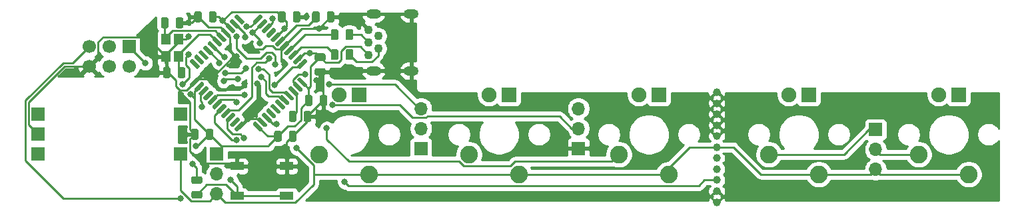
<source format=gbr>
%TF.GenerationSoftware,KiCad,Pcbnew,(5.1.6)-1*%
%TF.CreationDate,2021-04-28T13:43:36-05:00*%
%TF.ProjectId,Pikatea Macropad GB3,50696b61-7465-4612-904d-6163726f7061,rev?*%
%TF.SameCoordinates,Original*%
%TF.FileFunction,Copper,L1,Top*%
%TF.FilePolarity,Positive*%
%FSLAX46Y46*%
G04 Gerber Fmt 4.6, Leading zero omitted, Abs format (unit mm)*
G04 Created by KiCad (PCBNEW (5.1.6)-1) date 2021-04-28 13:43:36*
%MOMM*%
%LPD*%
G01*
G04 APERTURE LIST*
%TA.AperFunction,ComponentPad*%
%ADD10C,1.700000*%
%TD*%
%TA.AperFunction,ComponentPad*%
%ADD11R,1.700000X1.700000*%
%TD*%
%TA.AperFunction,ComponentPad*%
%ADD12O,1.700000X1.700000*%
%TD*%
%TA.AperFunction,ComponentPad*%
%ADD13C,1.000000*%
%TD*%
%TA.AperFunction,SMDPad,CuDef*%
%ADD14R,1.700000X1.000000*%
%TD*%
%TA.AperFunction,ComponentPad*%
%ADD15R,1.905000X1.905000*%
%TD*%
%TA.AperFunction,ComponentPad*%
%ADD16C,1.905000*%
%TD*%
%TA.AperFunction,ComponentPad*%
%ADD17C,2.250000*%
%TD*%
%TA.AperFunction,ComponentPad*%
%ADD18O,1.900000X1.200000*%
%TD*%
%TA.AperFunction,ComponentPad*%
%ADD19C,1.100000*%
%TD*%
%TA.AperFunction,SMDPad,CuDef*%
%ADD20R,1.200000X1.400000*%
%TD*%
%TA.AperFunction,ViaPad*%
%ADD21C,0.800000*%
%TD*%
%TA.AperFunction,Conductor*%
%ADD22C,0.250000*%
%TD*%
%TA.AperFunction,Conductor*%
%ADD23C,0.254000*%
%TD*%
G04 APERTURE END LIST*
D10*
%TO.P,J1,6*%
%TO.N,GND*%
X97810000Y-96240000D03*
%TO.P,J1,5*%
%TO.N,/RESET*%
X97810000Y-93700000D03*
%TO.P,J1,4*%
%TO.N,/MOSI*%
X100350000Y-96240000D03*
%TO.P,J1,3*%
%TO.N,/SCK*%
X100350000Y-93700000D03*
%TO.P,J1,2*%
%TO.N,VBUS*%
X102890000Y-96240000D03*
D11*
%TO.P,J1,1*%
%TO.N,/MISO*%
X102890000Y-93700000D03*
%TD*%
D12*
%TO.P,J7,3*%
%TO.N,VBUS*%
X160000000Y-101620000D03*
%TO.P,J7,2*%
%TO.N,/MISO*%
X160000000Y-104160000D03*
D11*
%TO.P,J7,1*%
%TO.N,GND*%
X160000000Y-106700000D03*
%TD*%
D12*
%TO.P,J3,3*%
%TO.N,/CS*%
X140000000Y-101620000D03*
%TO.P,J3,2*%
%TO.N,/MOSI*%
X140000000Y-104160000D03*
D11*
%TO.P,J3,1*%
%TO.N,/SCK*%
X140000000Y-106700000D03*
%TD*%
D13*
%TO.P,J6,1*%
%TO.N,GND*%
X177580000Y-113550000D03*
X177580000Y-112150000D03*
%TO.P,J6,3*%
%TO.N,/D6*%
X177580000Y-110750000D03*
%TO.P,J6,2*%
%TO.N,/D8*%
X177580000Y-109350000D03*
%TO.P,J6,1*%
%TO.N,GND*%
X177580000Y-107950000D03*
X177580000Y-103750000D03*
X177580000Y-105150000D03*
%TO.P,J6,4*%
%TO.N,/A0*%
X177580000Y-106550000D03*
%TO.P,J6,1*%
%TO.N,GND*%
X177580000Y-102350000D03*
X177580000Y-100950000D03*
X177580000Y-99550000D03*
%TD*%
D14*
%TO.P,SW1,2*%
%TO.N,/RESET*%
X122936000Y-112766000D03*
X116636000Y-112766000D03*
%TO.P,SW1,1*%
%TO.N,GND*%
X122936000Y-108966000D03*
X116636000Y-108966000D03*
%TD*%
D15*
%TO.P,MX5,4*%
%TO.N,Net-(MX1-Pad4)*%
X208320000Y-99840000D03*
D16*
%TO.P,MX5,3*%
%TO.N,Net-(MX5-Pad3)*%
X205780000Y-99840000D03*
D17*
%TO.P,MX5,1*%
%TO.N,/D6*%
X203240000Y-107460000D03*
%TO.P,MX5,2*%
%TO.N,/A0*%
X209590000Y-110000000D03*
%TD*%
D15*
%TO.P,MX4,4*%
%TO.N,Net-(MX1-Pad4)*%
X189270000Y-99840000D03*
D16*
%TO.P,MX4,3*%
%TO.N,Net-(MX4-Pad3)*%
X186730000Y-99840000D03*
D17*
%TO.P,MX4,1*%
%TO.N,/D8*%
X184190000Y-107460000D03*
%TO.P,MX4,2*%
%TO.N,/A0*%
X190540000Y-110000000D03*
%TD*%
D15*
%TO.P,MX3,4*%
%TO.N,Net-(MX1-Pad4)*%
X170220000Y-99840000D03*
D16*
%TO.P,MX3,3*%
%TO.N,Net-(MX3-Pad3)*%
X167680000Y-99840000D03*
D17*
%TO.P,MX3,1*%
%TO.N,/D7*%
X165140000Y-107460000D03*
%TO.P,MX3,2*%
%TO.N,/A0*%
X171490000Y-110000000D03*
%TD*%
D15*
%TO.P,MX2,4*%
%TO.N,Net-(MX1-Pad4)*%
X151170000Y-99840000D03*
D16*
%TO.P,MX2,3*%
%TO.N,Net-(MX2-Pad3)*%
X148630000Y-99840000D03*
D17*
%TO.P,MX2,1*%
%TO.N,/D9*%
X146090000Y-107460000D03*
%TO.P,MX2,2*%
%TO.N,/A0*%
X152440000Y-110000000D03*
%TD*%
D15*
%TO.P,MX1,4*%
%TO.N,Net-(MX1-Pad4)*%
X132120000Y-99840000D03*
D16*
%TO.P,MX1,3*%
%TO.N,Net-(MX1-Pad3)*%
X129580000Y-99840000D03*
D17*
%TO.P,MX1,1*%
%TO.N,/D5*%
X127040000Y-107460000D03*
%TO.P,MX1,2*%
%TO.N,/A0*%
X133390000Y-110000000D03*
%TD*%
D18*
%TO.P,J2,6*%
%TO.N,GND*%
X133960000Y-89510000D03*
X133960000Y-96810000D03*
D19*
%TO.P,J2,1*%
%TO.N,VBUS*%
X133360000Y-94760000D03*
%TO.P,J2,2*%
%TO.N,/D-*%
X134560000Y-93960000D03*
%TO.P,J2,3*%
%TO.N,/D+*%
X133360000Y-93160000D03*
%TO.P,J2,4*%
%TO.N,Net-(J2-Pad4)*%
X134560000Y-92360000D03*
%TO.P,J2,5*%
%TO.N,GND*%
X133360000Y-91560000D03*
D18*
%TO.P,J2,6*%
X138780000Y-96810000D03*
X138780000Y-89510000D03*
%TD*%
D20*
%TO.P,X1,4*%
%TO.N,GND*%
X107620000Y-94996000D03*
%TO.P,X1,3*%
%TO.N,Net-(C8-Pad1)*%
X107620000Y-92796000D03*
%TO.P,X1,2*%
%TO.N,GND*%
X109220000Y-92796000D03*
%TO.P,X1,1*%
%TO.N,Net-(C7-Pad1)*%
X109220000Y-94996000D03*
%TD*%
%TO.P,R5,2*%
%TO.N,Net-(R5-Pad2)*%
%TA.AperFunction,SMDPad,CuDef*%
G36*
G01*
X129512500Y-94273750D02*
X129512500Y-95186250D01*
G75*
G02*
X129268750Y-95430000I-243750J0D01*
G01*
X128781250Y-95430000D01*
G75*
G02*
X128537500Y-95186250I0J243750D01*
G01*
X128537500Y-94273750D01*
G75*
G02*
X128781250Y-94030000I243750J0D01*
G01*
X129268750Y-94030000D01*
G75*
G02*
X129512500Y-94273750I0J-243750D01*
G01*
G37*
%TD.AperFunction*%
%TO.P,R5,1*%
%TO.N,/D-*%
%TA.AperFunction,SMDPad,CuDef*%
G36*
G01*
X131387500Y-94273750D02*
X131387500Y-95186250D01*
G75*
G02*
X131143750Y-95430000I-243750J0D01*
G01*
X130656250Y-95430000D01*
G75*
G02*
X130412500Y-95186250I0J243750D01*
G01*
X130412500Y-94273750D01*
G75*
G02*
X130656250Y-94030000I243750J0D01*
G01*
X131143750Y-94030000D01*
G75*
G02*
X131387500Y-94273750I0J-243750D01*
G01*
G37*
%TD.AperFunction*%
%TD*%
%TO.P,R4,2*%
%TO.N,Net-(R4-Pad2)*%
%TA.AperFunction,SMDPad,CuDef*%
G36*
G01*
X129512500Y-91733750D02*
X129512500Y-92646250D01*
G75*
G02*
X129268750Y-92890000I-243750J0D01*
G01*
X128781250Y-92890000D01*
G75*
G02*
X128537500Y-92646250I0J243750D01*
G01*
X128537500Y-91733750D01*
G75*
G02*
X128781250Y-91490000I243750J0D01*
G01*
X129268750Y-91490000D01*
G75*
G02*
X129512500Y-91733750I0J-243750D01*
G01*
G37*
%TD.AperFunction*%
%TO.P,R4,1*%
%TO.N,/D+*%
%TA.AperFunction,SMDPad,CuDef*%
G36*
G01*
X131387500Y-91733750D02*
X131387500Y-92646250D01*
G75*
G02*
X131143750Y-92890000I-243750J0D01*
G01*
X130656250Y-92890000D01*
G75*
G02*
X130412500Y-92646250I0J243750D01*
G01*
X130412500Y-91733750D01*
G75*
G02*
X130656250Y-91490000I243750J0D01*
G01*
X131143750Y-91490000D01*
G75*
G02*
X131387500Y-91733750I0J-243750D01*
G01*
G37*
%TD.AperFunction*%
%TD*%
%TO.P,R3,2*%
%TO.N,/RESET*%
%TA.AperFunction,SMDPad,CuDef*%
G36*
G01*
X111049750Y-112131500D02*
X111962250Y-112131500D01*
G75*
G02*
X112206000Y-112375250I0J-243750D01*
G01*
X112206000Y-112862750D01*
G75*
G02*
X111962250Y-113106500I-243750J0D01*
G01*
X111049750Y-113106500D01*
G75*
G02*
X110806000Y-112862750I0J243750D01*
G01*
X110806000Y-112375250D01*
G75*
G02*
X111049750Y-112131500I243750J0D01*
G01*
G37*
%TD.AperFunction*%
%TO.P,R3,1*%
%TO.N,VBUS*%
%TA.AperFunction,SMDPad,CuDef*%
G36*
G01*
X111049750Y-110256500D02*
X111962250Y-110256500D01*
G75*
G02*
X112206000Y-110500250I0J-243750D01*
G01*
X112206000Y-110987750D01*
G75*
G02*
X111962250Y-111231500I-243750J0D01*
G01*
X111049750Y-111231500D01*
G75*
G02*
X110806000Y-110987750I0J243750D01*
G01*
X110806000Y-110500250D01*
G75*
G02*
X111049750Y-110256500I243750J0D01*
G01*
G37*
%TD.AperFunction*%
%TD*%
D12*
%TO.P,J4,3*%
%TO.N,/A0*%
X114046000Y-112522000D03*
%TO.P,J4,2*%
%TO.N,/D1*%
X114046000Y-109982000D03*
D11*
%TO.P,J4,1*%
%TO.N,/D0*%
X114046000Y-107442000D03*
%TD*%
%TO.P,C10,2*%
%TO.N,GND*%
%TA.AperFunction,SMDPad,CuDef*%
G36*
G01*
X125085500Y-103072250D02*
X125085500Y-102159750D01*
G75*
G02*
X125329250Y-101916000I243750J0D01*
G01*
X125816750Y-101916000D01*
G75*
G02*
X126060500Y-102159750I0J-243750D01*
G01*
X126060500Y-103072250D01*
G75*
G02*
X125816750Y-103316000I-243750J0D01*
G01*
X125329250Y-103316000D01*
G75*
G02*
X125085500Y-103072250I0J243750D01*
G01*
G37*
%TD.AperFunction*%
%TO.P,C10,1*%
%TO.N,Net-(C10-Pad1)*%
%TA.AperFunction,SMDPad,CuDef*%
G36*
G01*
X123210500Y-103072250D02*
X123210500Y-102159750D01*
G75*
G02*
X123454250Y-101916000I243750J0D01*
G01*
X123941750Y-101916000D01*
G75*
G02*
X124185500Y-102159750I0J-243750D01*
G01*
X124185500Y-103072250D01*
G75*
G02*
X123941750Y-103316000I-243750J0D01*
G01*
X123454250Y-103316000D01*
G75*
G02*
X123210500Y-103072250I0J243750D01*
G01*
G37*
%TD.AperFunction*%
%TD*%
%TO.P,C9,2*%
%TO.N,GND*%
%TA.AperFunction,SMDPad,CuDef*%
G36*
G01*
X128036500Y-90372250D02*
X128036500Y-89459750D01*
G75*
G02*
X128280250Y-89216000I243750J0D01*
G01*
X128767750Y-89216000D01*
G75*
G02*
X129011500Y-89459750I0J-243750D01*
G01*
X129011500Y-90372250D01*
G75*
G02*
X128767750Y-90616000I-243750J0D01*
G01*
X128280250Y-90616000D01*
G75*
G02*
X128036500Y-90372250I0J243750D01*
G01*
G37*
%TD.AperFunction*%
%TO.P,C9,1*%
%TO.N,Net-(C9-Pad1)*%
%TA.AperFunction,SMDPad,CuDef*%
G36*
G01*
X126161500Y-90372250D02*
X126161500Y-89459750D01*
G75*
G02*
X126405250Y-89216000I243750J0D01*
G01*
X126892750Y-89216000D01*
G75*
G02*
X127136500Y-89459750I0J-243750D01*
G01*
X127136500Y-90372250D01*
G75*
G02*
X126892750Y-90616000I-243750J0D01*
G01*
X126405250Y-90616000D01*
G75*
G02*
X126161500Y-90372250I0J243750D01*
G01*
G37*
%TD.AperFunction*%
%TD*%
%TO.P,C8,2*%
%TO.N,GND*%
%TA.AperFunction,SMDPad,CuDef*%
G36*
G01*
X108829500Y-91134250D02*
X108829500Y-90221750D01*
G75*
G02*
X109073250Y-89978000I243750J0D01*
G01*
X109560750Y-89978000D01*
G75*
G02*
X109804500Y-90221750I0J-243750D01*
G01*
X109804500Y-91134250D01*
G75*
G02*
X109560750Y-91378000I-243750J0D01*
G01*
X109073250Y-91378000D01*
G75*
G02*
X108829500Y-91134250I0J243750D01*
G01*
G37*
%TD.AperFunction*%
%TO.P,C8,1*%
%TO.N,Net-(C8-Pad1)*%
%TA.AperFunction,SMDPad,CuDef*%
G36*
G01*
X106954500Y-91134250D02*
X106954500Y-90221750D01*
G75*
G02*
X107198250Y-89978000I243750J0D01*
G01*
X107685750Y-89978000D01*
G75*
G02*
X107929500Y-90221750I0J-243750D01*
G01*
X107929500Y-91134250D01*
G75*
G02*
X107685750Y-91378000I-243750J0D01*
G01*
X107198250Y-91378000D01*
G75*
G02*
X106954500Y-91134250I0J243750D01*
G01*
G37*
%TD.AperFunction*%
%TD*%
%TO.P,C7,2*%
%TO.N,GND*%
%TA.AperFunction,SMDPad,CuDef*%
G36*
G01*
X108183500Y-96571750D02*
X108183500Y-97484250D01*
G75*
G02*
X107939750Y-97728000I-243750J0D01*
G01*
X107452250Y-97728000D01*
G75*
G02*
X107208500Y-97484250I0J243750D01*
G01*
X107208500Y-96571750D01*
G75*
G02*
X107452250Y-96328000I243750J0D01*
G01*
X107939750Y-96328000D01*
G75*
G02*
X108183500Y-96571750I0J-243750D01*
G01*
G37*
%TD.AperFunction*%
%TO.P,C7,1*%
%TO.N,Net-(C7-Pad1)*%
%TA.AperFunction,SMDPad,CuDef*%
G36*
G01*
X110058500Y-96571750D02*
X110058500Y-97484250D01*
G75*
G02*
X109814750Y-97728000I-243750J0D01*
G01*
X109327250Y-97728000D01*
G75*
G02*
X109083500Y-97484250I0J243750D01*
G01*
X109083500Y-96571750D01*
G75*
G02*
X109327250Y-96328000I243750J0D01*
G01*
X109814750Y-96328000D01*
G75*
G02*
X110058500Y-96571750I0J-243750D01*
G01*
G37*
%TD.AperFunction*%
%TD*%
%TO.P,C6,2*%
%TO.N,GND*%
%TA.AperFunction,SMDPad,CuDef*%
G36*
G01*
X126723750Y-96457500D02*
X127636250Y-96457500D01*
G75*
G02*
X127880000Y-96701250I0J-243750D01*
G01*
X127880000Y-97188750D01*
G75*
G02*
X127636250Y-97432500I-243750J0D01*
G01*
X126723750Y-97432500D01*
G75*
G02*
X126480000Y-97188750I0J243750D01*
G01*
X126480000Y-96701250D01*
G75*
G02*
X126723750Y-96457500I243750J0D01*
G01*
G37*
%TD.AperFunction*%
%TO.P,C6,1*%
%TO.N,VBUS*%
%TA.AperFunction,SMDPad,CuDef*%
G36*
G01*
X126723750Y-94582500D02*
X127636250Y-94582500D01*
G75*
G02*
X127880000Y-94826250I0J-243750D01*
G01*
X127880000Y-95313750D01*
G75*
G02*
X127636250Y-95557500I-243750J0D01*
G01*
X126723750Y-95557500D01*
G75*
G02*
X126480000Y-95313750I0J243750D01*
G01*
X126480000Y-94826250D01*
G75*
G02*
X126723750Y-94582500I243750J0D01*
G01*
G37*
%TD.AperFunction*%
%TD*%
%TO.P,C5,2*%
%TO.N,GND*%
%TA.AperFunction,SMDPad,CuDef*%
G36*
G01*
X123210500Y-105612250D02*
X123210500Y-104699750D01*
G75*
G02*
X123454250Y-104456000I243750J0D01*
G01*
X123941750Y-104456000D01*
G75*
G02*
X124185500Y-104699750I0J-243750D01*
G01*
X124185500Y-105612250D01*
G75*
G02*
X123941750Y-105856000I-243750J0D01*
G01*
X123454250Y-105856000D01*
G75*
G02*
X123210500Y-105612250I0J243750D01*
G01*
G37*
%TD.AperFunction*%
%TO.P,C5,1*%
%TO.N,VBUS*%
%TA.AperFunction,SMDPad,CuDef*%
G36*
G01*
X121335500Y-105612250D02*
X121335500Y-104699750D01*
G75*
G02*
X121579250Y-104456000I243750J0D01*
G01*
X122066750Y-104456000D01*
G75*
G02*
X122310500Y-104699750I0J-243750D01*
G01*
X122310500Y-105612250D01*
G75*
G02*
X122066750Y-105856000I-243750J0D01*
G01*
X121579250Y-105856000D01*
G75*
G02*
X121335500Y-105612250I0J243750D01*
G01*
G37*
%TD.AperFunction*%
%TD*%
%TO.P,C4,2*%
%TO.N,GND*%
%TA.AperFunction,SMDPad,CuDef*%
G36*
G01*
X127117500Y-101040250D02*
X127117500Y-100127750D01*
G75*
G02*
X127361250Y-99884000I243750J0D01*
G01*
X127848750Y-99884000D01*
G75*
G02*
X128092500Y-100127750I0J-243750D01*
G01*
X128092500Y-101040250D01*
G75*
G02*
X127848750Y-101284000I-243750J0D01*
G01*
X127361250Y-101284000D01*
G75*
G02*
X127117500Y-101040250I0J243750D01*
G01*
G37*
%TD.AperFunction*%
%TO.P,C4,1*%
%TO.N,VBUS*%
%TA.AperFunction,SMDPad,CuDef*%
G36*
G01*
X125242500Y-101040250D02*
X125242500Y-100127750D01*
G75*
G02*
X125486250Y-99884000I243750J0D01*
G01*
X125973750Y-99884000D01*
G75*
G02*
X126217500Y-100127750I0J-243750D01*
G01*
X126217500Y-101040250D01*
G75*
G02*
X125973750Y-101284000I-243750J0D01*
G01*
X125486250Y-101284000D01*
G75*
G02*
X125242500Y-101040250I0J243750D01*
G01*
G37*
%TD.AperFunction*%
%TD*%
%TO.P,C3,2*%
%TO.N,GND*%
%TA.AperFunction,SMDPad,CuDef*%
G36*
G01*
X111739500Y-104445750D02*
X111739500Y-105358250D01*
G75*
G02*
X111495750Y-105602000I-243750J0D01*
G01*
X111008250Y-105602000D01*
G75*
G02*
X110764500Y-105358250I0J243750D01*
G01*
X110764500Y-104445750D01*
G75*
G02*
X111008250Y-104202000I243750J0D01*
G01*
X111495750Y-104202000D01*
G75*
G02*
X111739500Y-104445750I0J-243750D01*
G01*
G37*
%TD.AperFunction*%
%TO.P,C3,1*%
%TO.N,VBUS*%
%TA.AperFunction,SMDPad,CuDef*%
G36*
G01*
X113614500Y-104445750D02*
X113614500Y-105358250D01*
G75*
G02*
X113370750Y-105602000I-243750J0D01*
G01*
X112883250Y-105602000D01*
G75*
G02*
X112639500Y-105358250I0J243750D01*
G01*
X112639500Y-104445750D01*
G75*
G02*
X112883250Y-104202000I243750J0D01*
G01*
X113370750Y-104202000D01*
G75*
G02*
X113614500Y-104445750I0J-243750D01*
G01*
G37*
%TD.AperFunction*%
%TD*%
%TO.P,C2,2*%
%TO.N,GND*%
%TA.AperFunction,SMDPad,CuDef*%
G36*
G01*
X123718500Y-90372250D02*
X123718500Y-89459750D01*
G75*
G02*
X123962250Y-89216000I243750J0D01*
G01*
X124449750Y-89216000D01*
G75*
G02*
X124693500Y-89459750I0J-243750D01*
G01*
X124693500Y-90372250D01*
G75*
G02*
X124449750Y-90616000I-243750J0D01*
G01*
X123962250Y-90616000D01*
G75*
G02*
X123718500Y-90372250I0J243750D01*
G01*
G37*
%TD.AperFunction*%
%TO.P,C2,1*%
%TO.N,VBUS*%
%TA.AperFunction,SMDPad,CuDef*%
G36*
G01*
X121843500Y-90372250D02*
X121843500Y-89459750D01*
G75*
G02*
X122087250Y-89216000I243750J0D01*
G01*
X122574750Y-89216000D01*
G75*
G02*
X122818500Y-89459750I0J-243750D01*
G01*
X122818500Y-90372250D01*
G75*
G02*
X122574750Y-90616000I-243750J0D01*
G01*
X122087250Y-90616000D01*
G75*
G02*
X121843500Y-90372250I0J243750D01*
G01*
G37*
%TD.AperFunction*%
%TD*%
%TO.P,C1,2*%
%TO.N,GND*%
%TA.AperFunction,SMDPad,CuDef*%
G36*
G01*
X112150500Y-89459750D02*
X112150500Y-90372250D01*
G75*
G02*
X111906750Y-90616000I-243750J0D01*
G01*
X111419250Y-90616000D01*
G75*
G02*
X111175500Y-90372250I0J243750D01*
G01*
X111175500Y-89459750D01*
G75*
G02*
X111419250Y-89216000I243750J0D01*
G01*
X111906750Y-89216000D01*
G75*
G02*
X112150500Y-89459750I0J-243750D01*
G01*
G37*
%TD.AperFunction*%
%TO.P,C1,1*%
%TO.N,VBUS*%
%TA.AperFunction,SMDPad,CuDef*%
G36*
G01*
X114025500Y-89459750D02*
X114025500Y-90372250D01*
G75*
G02*
X113781750Y-90616000I-243750J0D01*
G01*
X113294250Y-90616000D01*
G75*
G02*
X113050500Y-90372250I0J243750D01*
G01*
X113050500Y-89459750D01*
G75*
G02*
X113294250Y-89216000I243750J0D01*
G01*
X113781750Y-89216000D01*
G75*
G02*
X114025500Y-89459750I0J-243750D01*
G01*
G37*
%TD.AperFunction*%
%TD*%
D12*
%TO.P,J5,3*%
%TO.N,/A0*%
X197760000Y-109390000D03*
%TO.P,J5,2*%
%TO.N,/D6*%
X197760000Y-106850000D03*
D11*
%TO.P,J5,1*%
%TO.N,/D8*%
X197760000Y-104310000D03*
%TD*%
%TO.P,SW2,S1*%
%TO.N,/D2*%
X109450000Y-102360000D03*
%TO.P,SW2,S2*%
%TO.N,/A0*%
X109450000Y-107440000D03*
%TO.P,SW2,C*%
%TO.N,GND*%
X91350000Y-104900000D03*
%TO.P,SW2,B*%
%TO.N,/D3*%
X91350000Y-102360000D03*
%TO.P,SW2,A*%
%TO.N,/D4*%
X91350000Y-107440000D03*
%TD*%
%TO.P,U1,44*%
%TO.N,VBUS*%
%TA.AperFunction,SMDPad,CuDef*%
G36*
G01*
X124692609Y-97646847D02*
X125541137Y-98495375D01*
G75*
G02*
X125541137Y-98689829I-97227J-97227D01*
G01*
X125346683Y-98884283D01*
G75*
G02*
X125152229Y-98884283I-97227J97227D01*
G01*
X124303701Y-98035755D01*
G75*
G02*
X124303701Y-97841301I97227J97227D01*
G01*
X124498155Y-97646847D01*
G75*
G02*
X124692609Y-97646847I97227J-97227D01*
G01*
G37*
%TD.AperFunction*%
%TO.P,U1,43*%
%TO.N,GND*%
%TA.AperFunction,SMDPad,CuDef*%
G36*
G01*
X124126924Y-98212532D02*
X124975452Y-99061060D01*
G75*
G02*
X124975452Y-99255514I-97227J-97227D01*
G01*
X124780998Y-99449968D01*
G75*
G02*
X124586544Y-99449968I-97227J97227D01*
G01*
X123738016Y-98601440D01*
G75*
G02*
X123738016Y-98406986I97227J97227D01*
G01*
X123932470Y-98212532D01*
G75*
G02*
X124126924Y-98212532I97227J-97227D01*
G01*
G37*
%TD.AperFunction*%
%TO.P,U1,42*%
%TO.N,Net-(C10-Pad1)*%
%TA.AperFunction,SMDPad,CuDef*%
G36*
G01*
X123561238Y-98778218D02*
X124409766Y-99626746D01*
G75*
G02*
X124409766Y-99821200I-97227J-97227D01*
G01*
X124215312Y-100015654D01*
G75*
G02*
X124020858Y-100015654I-97227J97227D01*
G01*
X123172330Y-99167126D01*
G75*
G02*
X123172330Y-98972672I97227J97227D01*
G01*
X123366784Y-98778218D01*
G75*
G02*
X123561238Y-98778218I97227J-97227D01*
G01*
G37*
%TD.AperFunction*%
%TO.P,U1,41*%
%TO.N,/D0*%
%TA.AperFunction,SMDPad,CuDef*%
G36*
G01*
X122995553Y-99343903D02*
X123844081Y-100192431D01*
G75*
G02*
X123844081Y-100386885I-97227J-97227D01*
G01*
X123649627Y-100581339D01*
G75*
G02*
X123455173Y-100581339I-97227J97227D01*
G01*
X122606645Y-99732811D01*
G75*
G02*
X122606645Y-99538357I97227J97227D01*
G01*
X122801099Y-99343903D01*
G75*
G02*
X122995553Y-99343903I97227J-97227D01*
G01*
G37*
%TD.AperFunction*%
%TO.P,U1,40*%
%TO.N,/D1*%
%TA.AperFunction,SMDPad,CuDef*%
G36*
G01*
X122429868Y-99909589D02*
X123278396Y-100758117D01*
G75*
G02*
X123278396Y-100952571I-97227J-97227D01*
G01*
X123083942Y-101147025D01*
G75*
G02*
X122889488Y-101147025I-97227J97227D01*
G01*
X122040960Y-100298497D01*
G75*
G02*
X122040960Y-100104043I97227J97227D01*
G01*
X122235414Y-99909589D01*
G75*
G02*
X122429868Y-99909589I97227J-97227D01*
G01*
G37*
%TD.AperFunction*%
%TO.P,U1,39*%
%TO.N,Net-(U1-Pad39)*%
%TA.AperFunction,SMDPad,CuDef*%
G36*
G01*
X121864182Y-100475274D02*
X122712710Y-101323802D01*
G75*
G02*
X122712710Y-101518256I-97227J-97227D01*
G01*
X122518256Y-101712710D01*
G75*
G02*
X122323802Y-101712710I-97227J97227D01*
G01*
X121475274Y-100864182D01*
G75*
G02*
X121475274Y-100669728I97227J97227D01*
G01*
X121669728Y-100475274D01*
G75*
G02*
X121864182Y-100475274I97227J-97227D01*
G01*
G37*
%TD.AperFunction*%
%TO.P,U1,38*%
%TO.N,Net-(U1-Pad38)*%
%TA.AperFunction,SMDPad,CuDef*%
G36*
G01*
X121298497Y-101040960D02*
X122147025Y-101889488D01*
G75*
G02*
X122147025Y-102083942I-97227J-97227D01*
G01*
X121952571Y-102278396D01*
G75*
G02*
X121758117Y-102278396I-97227J97227D01*
G01*
X120909589Y-101429868D01*
G75*
G02*
X120909589Y-101235414I97227J97227D01*
G01*
X121104043Y-101040960D01*
G75*
G02*
X121298497Y-101040960I97227J-97227D01*
G01*
G37*
%TD.AperFunction*%
%TO.P,U1,37*%
%TO.N,Net-(U1-Pad37)*%
%TA.AperFunction,SMDPad,CuDef*%
G36*
G01*
X120732811Y-101606645D02*
X121581339Y-102455173D01*
G75*
G02*
X121581339Y-102649627I-97227J-97227D01*
G01*
X121386885Y-102844081D01*
G75*
G02*
X121192431Y-102844081I-97227J97227D01*
G01*
X120343903Y-101995553D01*
G75*
G02*
X120343903Y-101801099I97227J97227D01*
G01*
X120538357Y-101606645D01*
G75*
G02*
X120732811Y-101606645I97227J-97227D01*
G01*
G37*
%TD.AperFunction*%
%TO.P,U1,36*%
%TO.N,/A0*%
%TA.AperFunction,SMDPad,CuDef*%
G36*
G01*
X120167126Y-102172330D02*
X121015654Y-103020858D01*
G75*
G02*
X121015654Y-103215312I-97227J-97227D01*
G01*
X120821200Y-103409766D01*
G75*
G02*
X120626746Y-103409766I-97227J97227D01*
G01*
X119778218Y-102561238D01*
G75*
G02*
X119778218Y-102366784I97227J97227D01*
G01*
X119972672Y-102172330D01*
G75*
G02*
X120167126Y-102172330I97227J-97227D01*
G01*
G37*
%TD.AperFunction*%
%TO.P,U1,35*%
%TO.N,GND*%
%TA.AperFunction,SMDPad,CuDef*%
G36*
G01*
X119601440Y-102738016D02*
X120449968Y-103586544D01*
G75*
G02*
X120449968Y-103780998I-97227J-97227D01*
G01*
X120255514Y-103975452D01*
G75*
G02*
X120061060Y-103975452I-97227J97227D01*
G01*
X119212532Y-103126924D01*
G75*
G02*
X119212532Y-102932470I97227J97227D01*
G01*
X119406986Y-102738016D01*
G75*
G02*
X119601440Y-102738016I97227J-97227D01*
G01*
G37*
%TD.AperFunction*%
%TO.P,U1,34*%
%TO.N,VBUS*%
%TA.AperFunction,SMDPad,CuDef*%
G36*
G01*
X119035755Y-103303701D02*
X119884283Y-104152229D01*
G75*
G02*
X119884283Y-104346683I-97227J-97227D01*
G01*
X119689829Y-104541137D01*
G75*
G02*
X119495375Y-104541137I-97227J97227D01*
G01*
X118646847Y-103692609D01*
G75*
G02*
X118646847Y-103498155I97227J97227D01*
G01*
X118841301Y-103303701D01*
G75*
G02*
X119035755Y-103303701I97227J-97227D01*
G01*
G37*
%TD.AperFunction*%
%TO.P,U1,33*%
%TO.N,GND*%
%TA.AperFunction,SMDPad,CuDef*%
G36*
G01*
X117338699Y-103303701D02*
X117533153Y-103498155D01*
G75*
G02*
X117533153Y-103692609I-97227J-97227D01*
G01*
X116684625Y-104541137D01*
G75*
G02*
X116490171Y-104541137I-97227J97227D01*
G01*
X116295717Y-104346683D01*
G75*
G02*
X116295717Y-104152229I97227J97227D01*
G01*
X117144245Y-103303701D01*
G75*
G02*
X117338699Y-103303701I97227J-97227D01*
G01*
G37*
%TD.AperFunction*%
%TO.P,U1,32*%
%TO.N,/D13*%
%TA.AperFunction,SMDPad,CuDef*%
G36*
G01*
X116773014Y-102738016D02*
X116967468Y-102932470D01*
G75*
G02*
X116967468Y-103126924I-97227J-97227D01*
G01*
X116118940Y-103975452D01*
G75*
G02*
X115924486Y-103975452I-97227J97227D01*
G01*
X115730032Y-103780998D01*
G75*
G02*
X115730032Y-103586544I97227J97227D01*
G01*
X116578560Y-102738016D01*
G75*
G02*
X116773014Y-102738016I97227J-97227D01*
G01*
G37*
%TD.AperFunction*%
%TO.P,U1,31*%
%TO.N,/D5*%
%TA.AperFunction,SMDPad,CuDef*%
G36*
G01*
X116207328Y-102172330D02*
X116401782Y-102366784D01*
G75*
G02*
X116401782Y-102561238I-97227J-97227D01*
G01*
X115553254Y-103409766D01*
G75*
G02*
X115358800Y-103409766I-97227J97227D01*
G01*
X115164346Y-103215312D01*
G75*
G02*
X115164346Y-103020858I97227J97227D01*
G01*
X116012874Y-102172330D01*
G75*
G02*
X116207328Y-102172330I97227J-97227D01*
G01*
G37*
%TD.AperFunction*%
%TO.P,U1,30*%
%TO.N,/CS*%
%TA.AperFunction,SMDPad,CuDef*%
G36*
G01*
X115641643Y-101606645D02*
X115836097Y-101801099D01*
G75*
G02*
X115836097Y-101995553I-97227J-97227D01*
G01*
X114987569Y-102844081D01*
G75*
G02*
X114793115Y-102844081I-97227J97227D01*
G01*
X114598661Y-102649627D01*
G75*
G02*
X114598661Y-102455173I97227J97227D01*
G01*
X115447189Y-101606645D01*
G75*
G02*
X115641643Y-101606645I97227J-97227D01*
G01*
G37*
%TD.AperFunction*%
%TO.P,U1,29*%
%TO.N,/D9*%
%TA.AperFunction,SMDPad,CuDef*%
G36*
G01*
X115075957Y-101040960D02*
X115270411Y-101235414D01*
G75*
G02*
X115270411Y-101429868I-97227J-97227D01*
G01*
X114421883Y-102278396D01*
G75*
G02*
X114227429Y-102278396I-97227J97227D01*
G01*
X114032975Y-102083942D01*
G75*
G02*
X114032975Y-101889488I97227J97227D01*
G01*
X114881503Y-101040960D01*
G75*
G02*
X115075957Y-101040960I97227J-97227D01*
G01*
G37*
%TD.AperFunction*%
%TO.P,U1,28*%
%TO.N,/D8*%
%TA.AperFunction,SMDPad,CuDef*%
G36*
G01*
X114510272Y-100475274D02*
X114704726Y-100669728D01*
G75*
G02*
X114704726Y-100864182I-97227J-97227D01*
G01*
X113856198Y-101712710D01*
G75*
G02*
X113661744Y-101712710I-97227J97227D01*
G01*
X113467290Y-101518256D01*
G75*
G02*
X113467290Y-101323802I97227J97227D01*
G01*
X114315818Y-100475274D01*
G75*
G02*
X114510272Y-100475274I97227J-97227D01*
G01*
G37*
%TD.AperFunction*%
%TO.P,U1,27*%
%TO.N,/D6*%
%TA.AperFunction,SMDPad,CuDef*%
G36*
G01*
X113944586Y-99909589D02*
X114139040Y-100104043D01*
G75*
G02*
X114139040Y-100298497I-97227J-97227D01*
G01*
X113290512Y-101147025D01*
G75*
G02*
X113096058Y-101147025I-97227J97227D01*
G01*
X112901604Y-100952571D01*
G75*
G02*
X112901604Y-100758117I97227J97227D01*
G01*
X113750132Y-99909589D01*
G75*
G02*
X113944586Y-99909589I97227J-97227D01*
G01*
G37*
%TD.AperFunction*%
%TO.P,U1,26*%
%TO.N,/D12*%
%TA.AperFunction,SMDPad,CuDef*%
G36*
G01*
X113378901Y-99343903D02*
X113573355Y-99538357D01*
G75*
G02*
X113573355Y-99732811I-97227J-97227D01*
G01*
X112724827Y-100581339D01*
G75*
G02*
X112530373Y-100581339I-97227J97227D01*
G01*
X112335919Y-100386885D01*
G75*
G02*
X112335919Y-100192431I97227J97227D01*
G01*
X113184447Y-99343903D01*
G75*
G02*
X113378901Y-99343903I97227J-97227D01*
G01*
G37*
%TD.AperFunction*%
%TO.P,U1,25*%
%TO.N,/D4*%
%TA.AperFunction,SMDPad,CuDef*%
G36*
G01*
X112813216Y-98778218D02*
X113007670Y-98972672D01*
G75*
G02*
X113007670Y-99167126I-97227J-97227D01*
G01*
X112159142Y-100015654D01*
G75*
G02*
X111964688Y-100015654I-97227J97227D01*
G01*
X111770234Y-99821200D01*
G75*
G02*
X111770234Y-99626746I97227J97227D01*
G01*
X112618762Y-98778218D01*
G75*
G02*
X112813216Y-98778218I97227J-97227D01*
G01*
G37*
%TD.AperFunction*%
%TO.P,U1,24*%
%TO.N,VBUS*%
%TA.AperFunction,SMDPad,CuDef*%
G36*
G01*
X112247530Y-98212532D02*
X112441984Y-98406986D01*
G75*
G02*
X112441984Y-98601440I-97227J-97227D01*
G01*
X111593456Y-99449968D01*
G75*
G02*
X111399002Y-99449968I-97227J97227D01*
G01*
X111204548Y-99255514D01*
G75*
G02*
X111204548Y-99061060I97227J97227D01*
G01*
X112053076Y-98212532D01*
G75*
G02*
X112247530Y-98212532I97227J-97227D01*
G01*
G37*
%TD.AperFunction*%
%TO.P,U1,23*%
%TO.N,GND*%
%TA.AperFunction,SMDPad,CuDef*%
G36*
G01*
X111681845Y-97646847D02*
X111876299Y-97841301D01*
G75*
G02*
X111876299Y-98035755I-97227J-97227D01*
G01*
X111027771Y-98884283D01*
G75*
G02*
X110833317Y-98884283I-97227J97227D01*
G01*
X110638863Y-98689829D01*
G75*
G02*
X110638863Y-98495375I97227J97227D01*
G01*
X111487391Y-97646847D01*
G75*
G02*
X111681845Y-97646847I97227J-97227D01*
G01*
G37*
%TD.AperFunction*%
%TO.P,U1,22*%
%TO.N,Net-(U1-Pad22)*%
%TA.AperFunction,SMDPad,CuDef*%
G36*
G01*
X111027771Y-95295717D02*
X111876299Y-96144245D01*
G75*
G02*
X111876299Y-96338699I-97227J-97227D01*
G01*
X111681845Y-96533153D01*
G75*
G02*
X111487391Y-96533153I-97227J97227D01*
G01*
X110638863Y-95684625D01*
G75*
G02*
X110638863Y-95490171I97227J97227D01*
G01*
X110833317Y-95295717D01*
G75*
G02*
X111027771Y-95295717I97227J-97227D01*
G01*
G37*
%TD.AperFunction*%
%TO.P,U1,21*%
%TO.N,Net-(U1-Pad21)*%
%TA.AperFunction,SMDPad,CuDef*%
G36*
G01*
X111593456Y-94730032D02*
X112441984Y-95578560D01*
G75*
G02*
X112441984Y-95773014I-97227J-97227D01*
G01*
X112247530Y-95967468D01*
G75*
G02*
X112053076Y-95967468I-97227J97227D01*
G01*
X111204548Y-95118940D01*
G75*
G02*
X111204548Y-94924486I97227J97227D01*
G01*
X111399002Y-94730032D01*
G75*
G02*
X111593456Y-94730032I97227J-97227D01*
G01*
G37*
%TD.AperFunction*%
%TO.P,U1,20*%
%TO.N,Net-(U1-Pad20)*%
%TA.AperFunction,SMDPad,CuDef*%
G36*
G01*
X112159142Y-94164346D02*
X113007670Y-95012874D01*
G75*
G02*
X113007670Y-95207328I-97227J-97227D01*
G01*
X112813216Y-95401782D01*
G75*
G02*
X112618762Y-95401782I-97227J97227D01*
G01*
X111770234Y-94553254D01*
G75*
G02*
X111770234Y-94358800I97227J97227D01*
G01*
X111964688Y-94164346D01*
G75*
G02*
X112159142Y-94164346I97227J-97227D01*
G01*
G37*
%TD.AperFunction*%
%TO.P,U1,19*%
%TO.N,/D2*%
%TA.AperFunction,SMDPad,CuDef*%
G36*
G01*
X112724827Y-93598661D02*
X113573355Y-94447189D01*
G75*
G02*
X113573355Y-94641643I-97227J-97227D01*
G01*
X113378901Y-94836097D01*
G75*
G02*
X113184447Y-94836097I-97227J97227D01*
G01*
X112335919Y-93987569D01*
G75*
G02*
X112335919Y-93793115I97227J97227D01*
G01*
X112530373Y-93598661D01*
G75*
G02*
X112724827Y-93598661I97227J-97227D01*
G01*
G37*
%TD.AperFunction*%
%TO.P,U1,18*%
%TO.N,/D3*%
%TA.AperFunction,SMDPad,CuDef*%
G36*
G01*
X113290512Y-93032975D02*
X114139040Y-93881503D01*
G75*
G02*
X114139040Y-94075957I-97227J-97227D01*
G01*
X113944586Y-94270411D01*
G75*
G02*
X113750132Y-94270411I-97227J97227D01*
G01*
X112901604Y-93421883D01*
G75*
G02*
X112901604Y-93227429I97227J97227D01*
G01*
X113096058Y-93032975D01*
G75*
G02*
X113290512Y-93032975I97227J-97227D01*
G01*
G37*
%TD.AperFunction*%
%TO.P,U1,17*%
%TO.N,Net-(C7-Pad1)*%
%TA.AperFunction,SMDPad,CuDef*%
G36*
G01*
X113856198Y-92467290D02*
X114704726Y-93315818D01*
G75*
G02*
X114704726Y-93510272I-97227J-97227D01*
G01*
X114510272Y-93704726D01*
G75*
G02*
X114315818Y-93704726I-97227J97227D01*
G01*
X113467290Y-92856198D01*
G75*
G02*
X113467290Y-92661744I97227J97227D01*
G01*
X113661744Y-92467290D01*
G75*
G02*
X113856198Y-92467290I97227J-97227D01*
G01*
G37*
%TD.AperFunction*%
%TO.P,U1,16*%
%TO.N,Net-(C8-Pad1)*%
%TA.AperFunction,SMDPad,CuDef*%
G36*
G01*
X114421883Y-91901604D02*
X115270411Y-92750132D01*
G75*
G02*
X115270411Y-92944586I-97227J-97227D01*
G01*
X115075957Y-93139040D01*
G75*
G02*
X114881503Y-93139040I-97227J97227D01*
G01*
X114032975Y-92290512D01*
G75*
G02*
X114032975Y-92096058I97227J97227D01*
G01*
X114227429Y-91901604D01*
G75*
G02*
X114421883Y-91901604I97227J-97227D01*
G01*
G37*
%TD.AperFunction*%
%TO.P,U1,15*%
%TO.N,GND*%
%TA.AperFunction,SMDPad,CuDef*%
G36*
G01*
X114987569Y-91335919D02*
X115836097Y-92184447D01*
G75*
G02*
X115836097Y-92378901I-97227J-97227D01*
G01*
X115641643Y-92573355D01*
G75*
G02*
X115447189Y-92573355I-97227J97227D01*
G01*
X114598661Y-91724827D01*
G75*
G02*
X114598661Y-91530373I97227J97227D01*
G01*
X114793115Y-91335919D01*
G75*
G02*
X114987569Y-91335919I97227J-97227D01*
G01*
G37*
%TD.AperFunction*%
%TO.P,U1,14*%
%TO.N,VBUS*%
%TA.AperFunction,SMDPad,CuDef*%
G36*
G01*
X115553254Y-90770234D02*
X116401782Y-91618762D01*
G75*
G02*
X116401782Y-91813216I-97227J-97227D01*
G01*
X116207328Y-92007670D01*
G75*
G02*
X116012874Y-92007670I-97227J97227D01*
G01*
X115164346Y-91159142D01*
G75*
G02*
X115164346Y-90964688I97227J97227D01*
G01*
X115358800Y-90770234D01*
G75*
G02*
X115553254Y-90770234I97227J-97227D01*
G01*
G37*
%TD.AperFunction*%
%TO.P,U1,13*%
%TO.N,/RESET*%
%TA.AperFunction,SMDPad,CuDef*%
G36*
G01*
X116118940Y-90204548D02*
X116967468Y-91053076D01*
G75*
G02*
X116967468Y-91247530I-97227J-97227D01*
G01*
X116773014Y-91441984D01*
G75*
G02*
X116578560Y-91441984I-97227J97227D01*
G01*
X115730032Y-90593456D01*
G75*
G02*
X115730032Y-90399002I97227J97227D01*
G01*
X115924486Y-90204548D01*
G75*
G02*
X116118940Y-90204548I97227J-97227D01*
G01*
G37*
%TD.AperFunction*%
%TO.P,U1,12*%
%TO.N,/D11*%
%TA.AperFunction,SMDPad,CuDef*%
G36*
G01*
X116684625Y-89638863D02*
X117533153Y-90487391D01*
G75*
G02*
X117533153Y-90681845I-97227J-97227D01*
G01*
X117338699Y-90876299D01*
G75*
G02*
X117144245Y-90876299I-97227J97227D01*
G01*
X116295717Y-90027771D01*
G75*
G02*
X116295717Y-89833317I97227J97227D01*
G01*
X116490171Y-89638863D01*
G75*
G02*
X116684625Y-89638863I97227J-97227D01*
G01*
G37*
%TD.AperFunction*%
%TO.P,U1,11*%
%TO.N,/MISO*%
%TA.AperFunction,SMDPad,CuDef*%
G36*
G01*
X119689829Y-89638863D02*
X119884283Y-89833317D01*
G75*
G02*
X119884283Y-90027771I-97227J-97227D01*
G01*
X119035755Y-90876299D01*
G75*
G02*
X118841301Y-90876299I-97227J97227D01*
G01*
X118646847Y-90681845D01*
G75*
G02*
X118646847Y-90487391I97227J97227D01*
G01*
X119495375Y-89638863D01*
G75*
G02*
X119689829Y-89638863I97227J-97227D01*
G01*
G37*
%TD.AperFunction*%
%TO.P,U1,10*%
%TO.N,/MOSI*%
%TA.AperFunction,SMDPad,CuDef*%
G36*
G01*
X120255514Y-90204548D02*
X120449968Y-90399002D01*
G75*
G02*
X120449968Y-90593456I-97227J-97227D01*
G01*
X119601440Y-91441984D01*
G75*
G02*
X119406986Y-91441984I-97227J97227D01*
G01*
X119212532Y-91247530D01*
G75*
G02*
X119212532Y-91053076I97227J97227D01*
G01*
X120061060Y-90204548D01*
G75*
G02*
X120255514Y-90204548I97227J-97227D01*
G01*
G37*
%TD.AperFunction*%
%TO.P,U1,9*%
%TO.N,/SCK*%
%TA.AperFunction,SMDPad,CuDef*%
G36*
G01*
X120821200Y-90770234D02*
X121015654Y-90964688D01*
G75*
G02*
X121015654Y-91159142I-97227J-97227D01*
G01*
X120167126Y-92007670D01*
G75*
G02*
X119972672Y-92007670I-97227J97227D01*
G01*
X119778218Y-91813216D01*
G75*
G02*
X119778218Y-91618762I97227J97227D01*
G01*
X120626746Y-90770234D01*
G75*
G02*
X120821200Y-90770234I97227J-97227D01*
G01*
G37*
%TD.AperFunction*%
%TO.P,U1,8*%
%TO.N,Net-(U1-Pad8)*%
%TA.AperFunction,SMDPad,CuDef*%
G36*
G01*
X121386885Y-91335919D02*
X121581339Y-91530373D01*
G75*
G02*
X121581339Y-91724827I-97227J-97227D01*
G01*
X120732811Y-92573355D01*
G75*
G02*
X120538357Y-92573355I-97227J97227D01*
G01*
X120343903Y-92378901D01*
G75*
G02*
X120343903Y-92184447I97227J97227D01*
G01*
X121192431Y-91335919D01*
G75*
G02*
X121386885Y-91335919I97227J-97227D01*
G01*
G37*
%TD.AperFunction*%
%TO.P,U1,7*%
%TO.N,VBUS*%
%TA.AperFunction,SMDPad,CuDef*%
G36*
G01*
X121952571Y-91901604D02*
X122147025Y-92096058D01*
G75*
G02*
X122147025Y-92290512I-97227J-97227D01*
G01*
X121298497Y-93139040D01*
G75*
G02*
X121104043Y-93139040I-97227J97227D01*
G01*
X120909589Y-92944586D01*
G75*
G02*
X120909589Y-92750132I97227J97227D01*
G01*
X121758117Y-91901604D01*
G75*
G02*
X121952571Y-91901604I97227J-97227D01*
G01*
G37*
%TD.AperFunction*%
%TO.P,U1,6*%
%TO.N,Net-(C9-Pad1)*%
%TA.AperFunction,SMDPad,CuDef*%
G36*
G01*
X122518256Y-92467290D02*
X122712710Y-92661744D01*
G75*
G02*
X122712710Y-92856198I-97227J-97227D01*
G01*
X121864182Y-93704726D01*
G75*
G02*
X121669728Y-93704726I-97227J97227D01*
G01*
X121475274Y-93510272D01*
G75*
G02*
X121475274Y-93315818I97227J97227D01*
G01*
X122323802Y-92467290D01*
G75*
G02*
X122518256Y-92467290I97227J-97227D01*
G01*
G37*
%TD.AperFunction*%
%TO.P,U1,5*%
%TO.N,GND*%
%TA.AperFunction,SMDPad,CuDef*%
G36*
G01*
X123083942Y-93032975D02*
X123278396Y-93227429D01*
G75*
G02*
X123278396Y-93421883I-97227J-97227D01*
G01*
X122429868Y-94270411D01*
G75*
G02*
X122235414Y-94270411I-97227J97227D01*
G01*
X122040960Y-94075957D01*
G75*
G02*
X122040960Y-93881503I97227J97227D01*
G01*
X122889488Y-93032975D01*
G75*
G02*
X123083942Y-93032975I97227J-97227D01*
G01*
G37*
%TD.AperFunction*%
%TO.P,U1,4*%
%TO.N,Net-(R4-Pad2)*%
%TA.AperFunction,SMDPad,CuDef*%
G36*
G01*
X123649627Y-93598661D02*
X123844081Y-93793115D01*
G75*
G02*
X123844081Y-93987569I-97227J-97227D01*
G01*
X122995553Y-94836097D01*
G75*
G02*
X122801099Y-94836097I-97227J97227D01*
G01*
X122606645Y-94641643D01*
G75*
G02*
X122606645Y-94447189I97227J97227D01*
G01*
X123455173Y-93598661D01*
G75*
G02*
X123649627Y-93598661I97227J-97227D01*
G01*
G37*
%TD.AperFunction*%
%TO.P,U1,3*%
%TO.N,Net-(R5-Pad2)*%
%TA.AperFunction,SMDPad,CuDef*%
G36*
G01*
X124215312Y-94164346D02*
X124409766Y-94358800D01*
G75*
G02*
X124409766Y-94553254I-97227J-97227D01*
G01*
X123561238Y-95401782D01*
G75*
G02*
X123366784Y-95401782I-97227J97227D01*
G01*
X123172330Y-95207328D01*
G75*
G02*
X123172330Y-95012874I97227J97227D01*
G01*
X124020858Y-94164346D01*
G75*
G02*
X124215312Y-94164346I97227J-97227D01*
G01*
G37*
%TD.AperFunction*%
%TO.P,U1,2*%
%TO.N,VBUS*%
%TA.AperFunction,SMDPad,CuDef*%
G36*
G01*
X124780998Y-94730032D02*
X124975452Y-94924486D01*
G75*
G02*
X124975452Y-95118940I-97227J-97227D01*
G01*
X124126924Y-95967468D01*
G75*
G02*
X123932470Y-95967468I-97227J97227D01*
G01*
X123738016Y-95773014D01*
G75*
G02*
X123738016Y-95578560I97227J97227D01*
G01*
X124586544Y-94730032D01*
G75*
G02*
X124780998Y-94730032I97227J-97227D01*
G01*
G37*
%TD.AperFunction*%
%TO.P,U1,1*%
%TO.N,/D7*%
%TA.AperFunction,SMDPad,CuDef*%
G36*
G01*
X125346683Y-95295717D02*
X125541137Y-95490171D01*
G75*
G02*
X125541137Y-95684625I-97227J-97227D01*
G01*
X124692609Y-96533153D01*
G75*
G02*
X124498155Y-96533153I-97227J97227D01*
G01*
X124303701Y-96338699D01*
G75*
G02*
X124303701Y-96144245I97227J97227D01*
G01*
X125152229Y-95295717D01*
G75*
G02*
X125346683Y-95295717I97227J-97227D01*
G01*
G37*
%TD.AperFunction*%
%TD*%
D21*
%TO.N,GND*%
X127015990Y-91424010D03*
X125476000Y-89916000D03*
X110485347Y-92451347D03*
X110490000Y-90678000D03*
X126709000Y-98044000D03*
X125259000Y-97282000D03*
X117856000Y-93980000D03*
X116581347Y-95000653D03*
X117602000Y-98466619D03*
X119216592Y-98466619D03*
X122650000Y-96010000D03*
%TO.N,/MOSI*%
X118618000Y-91948000D03*
X119551391Y-93309915D03*
%TO.N,/RESET*%
X115824000Y-110744000D03*
X117617417Y-92471417D03*
X109430672Y-113073328D03*
%TO.N,/SCK*%
X121158000Y-90170000D03*
%TO.N,/MISO*%
X117866562Y-91196966D03*
X128778000Y-101186990D03*
X121480858Y-95943142D03*
X116596764Y-92466764D03*
X104970000Y-95820000D03*
%TO.N,/A0*%
X121666000Y-103632000D03*
X124206000Y-106680000D03*
%TO.N,/D9*%
X116549000Y-105664000D03*
%TO.N,/D6*%
X130302000Y-110998000D03*
X117602000Y-99916620D03*
%TO.N,/D5*%
X117502006Y-105361042D03*
%TO.N,/CS*%
X128330000Y-98552000D03*
X120718858Y-95181142D03*
%TO.N,/D4*%
X112120174Y-101363615D03*
%TO.N,/D3*%
X115022524Y-95066309D03*
%TO.N,/D2*%
X114315417Y-95773417D03*
%TO.N,/D8*%
X116586000Y-100838000D03*
%TO.N,VBUS*%
X114813056Y-90418944D03*
X110490000Y-94742000D03*
X125842768Y-94505839D03*
X122645315Y-91403315D03*
X109728000Y-98552000D03*
X110711805Y-99832686D03*
X110927841Y-108641841D03*
X111395174Y-106426000D03*
%TO.N,/D7*%
X128016000Y-104140000D03*
X121416620Y-98565926D03*
%TO.N,/D1*%
X119724840Y-97605406D03*
X114970000Y-98100000D03*
X116702382Y-97831175D03*
%TO.N,/D0*%
X119390347Y-96539653D03*
X115080966Y-97106175D03*
X117766592Y-96450000D03*
%TD*%
D22*
%TO.N,GND*%
X133360000Y-91560000D02*
X132810001Y-91010001D01*
X131716000Y-89916000D02*
X128524000Y-89916000D01*
X133360000Y-91560000D02*
X131716000Y-89916000D01*
X124887361Y-91424010D02*
X122659678Y-93651693D01*
X127015990Y-91424010D02*
X124887361Y-91424010D01*
X128524000Y-89916000D02*
X127015990Y-91424010D01*
X125476000Y-89916000D02*
X124206000Y-89916000D01*
X107442000Y-95174000D02*
X107620000Y-94996000D01*
X109220000Y-92796000D02*
X110140694Y-92796000D01*
X110140694Y-92796000D02*
X110485347Y-92451347D01*
X110901000Y-90678000D02*
X111663000Y-89916000D01*
X110490000Y-90678000D02*
X110901000Y-90678000D01*
X110490000Y-90678000D02*
X109317000Y-90678000D01*
X109220000Y-93081002D02*
X109220000Y-92796000D01*
X107620000Y-94681002D02*
X109220000Y-93081002D01*
X107620000Y-94996000D02*
X107620000Y-94681002D01*
X113000000Y-91253000D02*
X111663000Y-89916000D01*
X114515742Y-91253000D02*
X113000000Y-91253000D01*
X115217379Y-91954637D02*
X114515742Y-91253000D01*
X127605000Y-97370000D02*
X127180000Y-96945000D01*
X127605000Y-100584000D02*
X127605000Y-97370000D01*
X125573000Y-102616000D02*
X127605000Y-100584000D01*
X111252000Y-104902000D02*
X110839265Y-104489265D01*
X110839265Y-98683881D02*
X111257581Y-98265565D01*
X110795626Y-104445626D02*
X111252000Y-104902000D01*
X90174999Y-100780013D02*
X90174999Y-103724999D01*
X90174999Y-103724999D02*
X91350000Y-104900000D01*
X115747525Y-92484783D02*
X115217379Y-91954637D01*
X112832839Y-97847249D02*
X114293906Y-99308316D01*
X114293906Y-99308316D02*
X115119001Y-99308316D01*
X111675897Y-97847249D02*
X112832839Y-97847249D01*
X115119001Y-99308316D02*
X115747525Y-98679792D01*
X111257581Y-98265565D02*
X111675897Y-97847249D01*
X122241362Y-94070009D02*
X122659678Y-93651693D01*
X117898436Y-102938418D02*
X116914435Y-103922419D01*
X119412934Y-102938418D02*
X117898436Y-102938418D01*
X119831250Y-103356734D02*
X119412934Y-102938418D01*
X116259353Y-99191620D02*
X115747525Y-98679792D01*
X107620000Y-96952000D02*
X107696000Y-97028000D01*
X107620000Y-94996000D02*
X107620000Y-96952000D01*
X107822988Y-97028000D02*
X107696000Y-97028000D01*
X108850010Y-98747012D02*
X108850010Y-98055022D01*
X108850010Y-98055022D02*
X107822988Y-97028000D01*
X109379999Y-99277001D02*
X108850010Y-98747012D01*
X110246145Y-99277001D02*
X109379999Y-99277001D01*
X111257581Y-98265565D02*
X110246145Y-99277001D01*
X109379999Y-99573882D02*
X110644117Y-100838000D01*
X109379999Y-99277001D02*
X109379999Y-99573882D01*
X110644117Y-104294117D02*
X111252000Y-104902000D01*
X110644117Y-100838000D02*
X110644117Y-104294117D01*
X125573000Y-103281000D02*
X125573000Y-102616000D01*
X123698000Y-105156000D02*
X125573000Y-103281000D01*
X122936000Y-105918000D02*
X122936000Y-108966000D01*
X123698000Y-105156000D02*
X122936000Y-105918000D01*
X122936000Y-108966000D02*
X116636000Y-108966000D01*
X110625001Y-105528999D02*
X111252000Y-104902000D01*
X112173001Y-108617001D02*
X110625001Y-107069001D01*
X116287001Y-108617001D02*
X112173001Y-108617001D01*
X110625001Y-107069001D02*
X110625001Y-105528999D01*
X116636000Y-108966000D02*
X116287001Y-108617001D01*
X127180000Y-96945000D02*
X127180000Y-97573000D01*
X127180000Y-97573000D02*
X126709000Y-98044000D01*
X123760742Y-97924624D02*
X123760742Y-98235258D01*
X124403802Y-97281564D02*
X123760742Y-97924624D01*
X125258564Y-97281564D02*
X124403802Y-97281564D01*
X125259000Y-97282000D02*
X125258564Y-97281564D01*
X124356734Y-98831250D02*
X123760742Y-98235258D01*
X122241362Y-94070009D02*
X121575375Y-94070009D01*
X119893169Y-94034916D02*
X117910916Y-94034916D01*
X117910916Y-94034916D02*
X117856000Y-93980000D01*
X121575375Y-94070009D02*
X121157059Y-93651693D01*
X121157059Y-93651693D02*
X120276392Y-93651693D01*
X120276392Y-93651693D02*
X119893169Y-94034916D01*
X115747525Y-94166831D02*
X115747525Y-94157525D01*
X116581347Y-95000653D02*
X115747525Y-94166831D01*
X115747525Y-94157525D02*
X115747525Y-92484783D01*
X116259353Y-99191620D02*
X116876999Y-99191620D01*
X116876999Y-99191620D02*
X117602000Y-98466619D01*
X119216592Y-101620262D02*
X117898436Y-102938418D01*
X119216592Y-98466619D02*
X119216592Y-101620262D01*
X94715012Y-96240000D02*
X93952506Y-97002506D01*
X97810000Y-96240000D02*
X94715012Y-96240000D01*
X93952506Y-97002506D02*
X90174999Y-100780013D01*
X99596001Y-92524999D02*
X98985001Y-93135999D01*
X98985001Y-93135999D02*
X98985001Y-95064999D01*
X105148999Y-92524999D02*
X99596001Y-92524999D01*
X98985001Y-95064999D02*
X97810000Y-96240000D01*
X107620000Y-94996000D02*
X105148999Y-92524999D01*
X113314587Y-97847249D02*
X112832839Y-97847249D01*
X116161183Y-95000653D02*
X113314587Y-97847249D01*
X116581347Y-95000653D02*
X116161183Y-95000653D01*
X122241362Y-94070009D02*
X122241362Y-95601362D01*
X122241362Y-95601362D02*
X122650000Y-96010000D01*
%TO.N,Net-(C7-Pad1)*%
X109220000Y-94996000D02*
X109220000Y-94742000D01*
X109220000Y-94742000D02*
X111760000Y-92202000D01*
X113202000Y-92202000D02*
X114086008Y-93086008D01*
X111760000Y-92202000D02*
X113202000Y-92202000D01*
X109220000Y-97185000D02*
X109317000Y-97282000D01*
X109220000Y-96677000D02*
X109571000Y-97028000D01*
X109220000Y-94996000D02*
X109220000Y-96677000D01*
%TO.N,Net-(C8-Pad1)*%
X113834381Y-91703010D02*
X114651693Y-92520322D01*
X108427988Y-91703010D02*
X113834381Y-91703010D01*
X107620000Y-92510998D02*
X108427988Y-91703010D01*
X107620000Y-92796000D02*
X107620000Y-92510998D01*
X107442000Y-92618000D02*
X107620000Y-92796000D01*
X107442000Y-90678000D02*
X107442000Y-92618000D01*
%TO.N,Net-(C9-Pad1)*%
X126649000Y-90013000D02*
X126649000Y-89916000D01*
X125688000Y-90974000D02*
X126649000Y-90013000D01*
X122093992Y-93086008D02*
X124206000Y-90974000D01*
X124206000Y-90974000D02*
X125688000Y-90974000D01*
%TO.N,Net-(C10-Pad1)*%
X124209364Y-99815252D02*
X123791048Y-99396936D01*
X124209364Y-102104636D02*
X124209364Y-99815252D01*
X123698000Y-102616000D02*
X124209364Y-102104636D01*
%TO.N,/MOSI*%
X119831250Y-90823266D02*
X119742734Y-90823266D01*
X119742734Y-90823266D02*
X118618000Y-91948000D01*
X119551391Y-92881391D02*
X118618000Y-91948000D01*
X119551391Y-93309915D02*
X119551391Y-92881391D01*
%TO.N,/RESET*%
X116636000Y-112766000D02*
X122936000Y-112766000D01*
X116636000Y-112766000D02*
X116636000Y-111556000D01*
X116636000Y-111556000D02*
X115824000Y-110744000D01*
X117617417Y-92091933D02*
X116348750Y-90823266D01*
X117617417Y-92471417D02*
X117617417Y-92091933D01*
X111506000Y-112619000D02*
X112778001Y-111346999D01*
X112778001Y-111346999D02*
X115216999Y-111346999D01*
X115216999Y-111346999D02*
X116636000Y-112766000D01*
X109430672Y-113073328D02*
X94541853Y-113073328D01*
X89724989Y-108256464D02*
X89724989Y-100593613D01*
X95720010Y-95789990D02*
X97810000Y-93700000D01*
X94541853Y-113073328D02*
X89724989Y-108256464D01*
X89724989Y-100593613D02*
X94528612Y-95789990D01*
X94528612Y-95789990D02*
X95720010Y-95789990D01*
%TO.N,/SCK*%
X120396936Y-91388952D02*
X121158000Y-90627888D01*
X121158000Y-90627888D02*
X121158000Y-90170000D01*
%TO.N,/MISO*%
X119265565Y-90257581D02*
X119265565Y-90284435D01*
X119265565Y-90284435D02*
X118353034Y-91196966D01*
X118353034Y-91196966D02*
X117866562Y-91196966D01*
X116596764Y-92523766D02*
X116596764Y-92466764D01*
X116586000Y-92477528D02*
X116596764Y-92466764D01*
X117798998Y-95192998D02*
X116586000Y-93980000D01*
X116586000Y-93980000D02*
X116586000Y-92477528D01*
X121066859Y-94456141D02*
X120370857Y-94456141D01*
X121480858Y-95943142D02*
X121480858Y-94870140D01*
X119634000Y-95192998D02*
X117798998Y-95192998D01*
X121480858Y-94870140D02*
X121066859Y-94456141D01*
X120370857Y-94456141D02*
X119634000Y-95192998D01*
X102890000Y-93740000D02*
X102890000Y-93700000D01*
X104970000Y-95820000D02*
X102890000Y-93740000D01*
X157621099Y-102601099D02*
X159180000Y-104160000D01*
X137327988Y-101186990D02*
X138935999Y-102795001D01*
X159180000Y-104160000D02*
X160000000Y-104160000D01*
X128778000Y-101186990D02*
X137327988Y-101186990D01*
X138935999Y-102795001D02*
X140634999Y-102795001D01*
X140828901Y-102601099D02*
X157621099Y-102601099D01*
X140634999Y-102795001D02*
X140828901Y-102601099D01*
%TO.N,/A0*%
X171490000Y-110000000D02*
X151656000Y-110000000D01*
X152440000Y-110000000D02*
X133390000Y-110000000D01*
X198370000Y-110000000D02*
X197760000Y-109390000D01*
X209590000Y-110000000D02*
X198370000Y-110000000D01*
X197150000Y-110000000D02*
X197760000Y-109390000D01*
X190540000Y-110000000D02*
X197150000Y-110000000D01*
X172194000Y-110000000D02*
X171490000Y-110000000D01*
X120396936Y-102791048D02*
X121237888Y-103632000D01*
X121237888Y-103632000D02*
X121666000Y-103632000D01*
X109450000Y-112067350D02*
X109450000Y-107440000D01*
X110814160Y-113431510D02*
X109450000Y-112067350D01*
X114046000Y-112522000D02*
X113136490Y-113431510D01*
X113136490Y-113431510D02*
X110814160Y-113431510D01*
X126341113Y-110000000D02*
X133390000Y-110000000D01*
X124046001Y-113591001D02*
X115115001Y-113591001D01*
X115115001Y-113591001D02*
X114046000Y-112522000D01*
X126341113Y-111295889D02*
X124046001Y-113591001D01*
X126341113Y-110000000D02*
X126341113Y-111295889D01*
X126341113Y-108815113D02*
X126341113Y-110000000D01*
X124206000Y-106680000D02*
X126341113Y-108815113D01*
X179702000Y-106550000D02*
X177580000Y-106550000D01*
X190540000Y-110000000D02*
X183152000Y-110000000D01*
X183152000Y-110000000D02*
X179702000Y-106550000D01*
X177580000Y-106550000D02*
X174120000Y-106550000D01*
X171490000Y-109180000D02*
X171490000Y-110000000D01*
X174120000Y-106550000D02*
X171490000Y-109180000D01*
%TO.N,/D9*%
X115983315Y-105664000D02*
X113792000Y-103472685D01*
X116549000Y-105664000D02*
X115983315Y-105664000D01*
X113792000Y-102519371D02*
X114651693Y-101659678D01*
X113792000Y-103472685D02*
X113792000Y-102519371D01*
%TO.N,/D6*%
X198370000Y-107460000D02*
X197760000Y-106850000D01*
X203240000Y-107460000D02*
X198370000Y-107460000D01*
X130754001Y-111450001D02*
X130302000Y-110998000D01*
X114132009Y-99916620D02*
X113520322Y-100528307D01*
X117602000Y-99916620D02*
X114132009Y-99916620D01*
X177580000Y-110750000D02*
X176028000Y-110750000D01*
X175327999Y-111450001D02*
X174807999Y-111450001D01*
X176028000Y-110750000D02*
X175327999Y-111450001D01*
X174807999Y-111450001D02*
X130754001Y-111450001D01*
%TO.N,/D5*%
X115783064Y-102791048D02*
X115364749Y-103209363D01*
X115364749Y-103209363D02*
X115364749Y-104188749D01*
X117047384Y-104906420D02*
X117502006Y-105361042D01*
X115364749Y-104188749D02*
X116082420Y-104906420D01*
X116082420Y-104906420D02*
X117047384Y-104906420D01*
%TO.N,Net-(R4-Pad2)*%
X125252742Y-92190000D02*
X123225363Y-94217379D01*
X129025000Y-92190000D02*
X125252742Y-92190000D01*
%TO.N,/D+*%
X132390000Y-92190000D02*
X133360000Y-93160000D01*
X130900000Y-92190000D02*
X132390000Y-92190000D01*
%TO.N,Net-(R5-Pad2)*%
X124329639Y-94244473D02*
X123791048Y-94783064D01*
X129025000Y-94730000D02*
X128539473Y-94244473D01*
X124793274Y-93780838D02*
X123791048Y-94783064D01*
X128075838Y-93780838D02*
X124793274Y-93780838D01*
X129025000Y-94730000D02*
X128075838Y-93780838D01*
%TO.N,/D-*%
X134560000Y-94855002D02*
X134560000Y-93960000D01*
X133780001Y-95635001D02*
X134560000Y-94855002D01*
X131805001Y-95635001D02*
X133780001Y-95635001D01*
X130900000Y-94730000D02*
X131805001Y-95635001D01*
%TO.N,/CS*%
X140300000Y-102120000D02*
X136732000Y-98552000D01*
X136732000Y-98552000D02*
X128330000Y-98552000D01*
X120718858Y-95181142D02*
X120180000Y-95720000D01*
X116784575Y-101807047D02*
X115635695Y-101807047D01*
X119136998Y-95720000D02*
X118491592Y-96365406D01*
X118491592Y-96365406D02*
X118491592Y-100100030D01*
X115635695Y-101807047D02*
X115217379Y-102225363D01*
X120180000Y-95720000D02*
X119136998Y-95720000D01*
X118491592Y-100100030D02*
X116784575Y-101807047D01*
%TO.N,/D4*%
X111970636Y-99815252D02*
X112388952Y-99396936D01*
X111970636Y-100648392D02*
X111970636Y-99815252D01*
X112120174Y-100797930D02*
X111970636Y-100648392D01*
X112120174Y-101363615D02*
X112120174Y-100797930D01*
%TO.N,/D3*%
X114934938Y-95066309D02*
X113520322Y-93651693D01*
X115022524Y-95066309D02*
X114934938Y-95066309D01*
%TO.N,/D2*%
X109450000Y-102360000D02*
X109450000Y-102550000D01*
X113372953Y-94635695D02*
X113431695Y-94635695D01*
X112954637Y-94217379D02*
X113372953Y-94635695D01*
X114315417Y-95578159D02*
X112954637Y-94217379D01*
X114315417Y-95773417D02*
X114315417Y-95578159D01*
%TO.N,/D8*%
X184190000Y-107460000D02*
X193784000Y-107460000D01*
X196934000Y-104310000D02*
X197760000Y-104310000D01*
X193784000Y-107460000D02*
X196934000Y-104310000D01*
X114554000Y-100532831D02*
X114554000Y-100626000D01*
X114554000Y-100626000D02*
X114086008Y-101093992D01*
X114459170Y-100438001D02*
X114554000Y-100532831D01*
X116186001Y-100438001D02*
X114459170Y-100438001D01*
X116586000Y-100838000D02*
X116186001Y-100438001D01*
%TO.N,VBUS*%
X124775050Y-94930434D02*
X124356734Y-95348750D01*
X127040434Y-94930434D02*
X127180000Y-95070000D01*
X124356734Y-95348750D02*
X124639562Y-95348750D01*
X127180000Y-95070000D02*
X127865010Y-95755010D01*
X127865010Y-95755010D02*
X129504340Y-95755010D01*
X132304990Y-93704990D02*
X133360000Y-94760000D01*
X129504340Y-95755010D02*
X129837510Y-95421840D01*
X130420660Y-93704990D02*
X132304990Y-93704990D01*
X129837510Y-95421840D02*
X129837510Y-94288140D01*
X129837510Y-94288140D02*
X130420660Y-93704990D01*
X122331000Y-89916000D02*
X122936000Y-90521000D01*
X122936000Y-90521000D02*
X122936000Y-91112629D01*
X111823266Y-98831250D02*
X111404951Y-99249565D01*
X125730000Y-99073146D02*
X124922419Y-98265565D01*
X125730000Y-100584000D02*
X125730000Y-99073146D01*
X120499146Y-105156000D02*
X119265565Y-103922419D01*
X121823000Y-105156000D02*
X120499146Y-105156000D01*
X114310112Y-89916000D02*
X114813056Y-90418944D01*
X113538000Y-89916000D02*
X114310112Y-89916000D01*
X114813056Y-90418944D02*
X115783064Y-91388952D01*
X110490000Y-94742000D02*
X110145001Y-95086999D01*
X113127000Y-104902000D02*
X114651000Y-106426000D01*
X120650000Y-106329000D02*
X121823000Y-105156000D01*
X120650000Y-106426000D02*
X120650000Y-106329000D01*
X121823000Y-105156000D02*
X123093000Y-103886000D01*
X124760490Y-103057860D02*
X124760490Y-101553510D01*
X124760490Y-101553510D02*
X125730000Y-100584000D01*
X123932350Y-103886000D02*
X124760490Y-103057860D01*
X123093000Y-103886000D02*
X123932350Y-103886000D01*
X125730000Y-100584000D02*
X125730000Y-99060000D01*
X125730000Y-99060000D02*
X125984000Y-98806000D01*
X125984000Y-96266000D02*
X127180000Y-95070000D01*
X125984000Y-98806000D02*
X125984000Y-96266000D01*
X124356734Y-95348750D02*
X125199645Y-94505839D01*
X125199645Y-94505839D02*
X125842768Y-94505839D01*
X126615839Y-94505839D02*
X127180000Y-95070000D01*
X125842768Y-94505839D02*
X126615839Y-94505839D01*
X122936000Y-91112629D02*
X122645315Y-91403315D01*
X122645315Y-91403315D02*
X121528307Y-92520322D01*
X121688580Y-89273580D02*
X115958420Y-89273580D01*
X115958420Y-89273580D02*
X114813056Y-90418944D01*
X122331000Y-89916000D02*
X121688580Y-89273580D01*
X115316000Y-106426000D02*
X120650000Y-106426000D01*
X111395173Y-103170173D02*
X113127000Y-104902000D01*
X111823266Y-98831250D02*
X111823266Y-99114080D01*
X111823266Y-98831250D02*
X111245636Y-99408880D01*
X111245636Y-99408880D02*
X111245636Y-100330000D01*
X111823266Y-98831250D02*
X111201996Y-99452520D01*
X110145001Y-96097651D02*
X110567350Y-96520000D01*
X110145001Y-95086999D02*
X110145001Y-96097651D01*
X111245636Y-100330000D02*
X111245636Y-101098364D01*
X110567350Y-97712650D02*
X110567350Y-96520000D01*
X109728000Y-98552000D02*
X110567350Y-97712650D01*
X111209119Y-100330000D02*
X111245636Y-100330000D01*
X110711805Y-99832686D02*
X111209119Y-100330000D01*
X111506000Y-110744000D02*
X111506000Y-109220000D01*
X111506000Y-109220000D02*
X110927841Y-108641841D01*
X111603000Y-106426000D02*
X113127000Y-104902000D01*
X111395174Y-106426000D02*
X111603000Y-106426000D01*
X111245636Y-101098364D02*
X111245636Y-103020636D01*
X111245636Y-101098364D02*
X111245636Y-101606364D01*
X111245636Y-103020636D02*
X111395173Y-103170173D01*
X114651000Y-106426000D02*
X115316000Y-106426000D01*
%TO.N,/D7*%
X164224999Y-108375001D02*
X165140000Y-107460000D01*
X145393999Y-108910001D02*
X151383997Y-108910001D01*
X144858999Y-108375001D02*
X145393999Y-108910001D01*
X151918997Y-108375001D02*
X164224999Y-108375001D01*
X151383997Y-108910001D02*
X151918997Y-108375001D01*
X128016000Y-105517974D02*
X130873027Y-108375001D01*
X130873027Y-108375001D02*
X144858999Y-108375001D01*
X128016000Y-104140000D02*
X128016000Y-105517974D01*
X124639591Y-95914435D02*
X124922419Y-95914435D01*
X124221275Y-96332751D02*
X124639591Y-95914435D01*
X121416620Y-98565926D02*
X123649795Y-96332751D01*
X123649795Y-96332751D02*
X124221275Y-96332751D01*
%TO.N,/D1*%
X122376849Y-100528307D02*
X121908542Y-100060000D01*
X122659678Y-100528307D02*
X122376849Y-100528307D01*
X121908542Y-100060000D02*
X120580000Y-100060000D01*
X120241609Y-98122175D02*
X119724840Y-97605406D01*
X120580000Y-100060000D02*
X120241609Y-99721609D01*
X120241609Y-99721609D02*
X120241609Y-98122175D01*
X115238825Y-97831175D02*
X114970000Y-98100000D01*
X116702382Y-97831175D02*
X115238825Y-97831175D01*
%TO.N,/D0*%
X119956032Y-96539653D02*
X119390347Y-96539653D01*
X123225363Y-99962621D02*
X122807048Y-99544306D01*
X122807048Y-99544306D02*
X121134306Y-99544306D01*
X120691619Y-99101619D02*
X120691619Y-97275240D01*
X121134306Y-99544306D02*
X120691619Y-99101619D01*
X120691619Y-97275240D02*
X119956032Y-96539653D01*
X115080966Y-97106175D02*
X117110417Y-97106175D01*
X117110417Y-97106175D02*
X117766592Y-96450000D01*
%TO.N,Net-(U1-Pad21)*%
X112241582Y-95767066D02*
X111823266Y-95348750D01*
%TO.N,Net-(U1-Pad20)*%
X112388952Y-95065894D02*
X112388952Y-94783064D01*
%TD*%
D23*
%TO.N,GND*%
G36*
X138927000Y-89637000D02*
G01*
X138907000Y-89637000D01*
X138907000Y-90745000D01*
X139257000Y-90745000D01*
X139340000Y-90728119D01*
X139340001Y-95591881D01*
X139257000Y-95575000D01*
X138907000Y-95575000D01*
X138907000Y-96683000D01*
X138927000Y-96683000D01*
X138927000Y-96937000D01*
X138907000Y-96937000D01*
X138907000Y-98045000D01*
X139257000Y-98045000D01*
X139340001Y-98028119D01*
X139340001Y-98967571D01*
X139336807Y-99000000D01*
X139349550Y-99129383D01*
X139387290Y-99253793D01*
X139448575Y-99368450D01*
X139531052Y-99468948D01*
X139631550Y-99551425D01*
X139746207Y-99612710D01*
X139870617Y-99650450D01*
X139967581Y-99660000D01*
X140000000Y-99663193D01*
X140032419Y-99660000D01*
X147047203Y-99660000D01*
X147042500Y-99683645D01*
X147042500Y-99996355D01*
X147103507Y-100303057D01*
X147223176Y-100591963D01*
X147396908Y-100851972D01*
X147618028Y-101073092D01*
X147878037Y-101246824D01*
X148166943Y-101366493D01*
X148473645Y-101427500D01*
X148786355Y-101427500D01*
X149093057Y-101366493D01*
X149381963Y-101246824D01*
X149641972Y-101073092D01*
X149645549Y-101069515D01*
X149686963Y-101146994D01*
X149766315Y-101243685D01*
X149863006Y-101323037D01*
X149973320Y-101382002D01*
X150093018Y-101418312D01*
X150217500Y-101430572D01*
X152122500Y-101430572D01*
X152246982Y-101418312D01*
X152366680Y-101382002D01*
X152476994Y-101323037D01*
X152573685Y-101243685D01*
X152653037Y-101146994D01*
X152712002Y-101036680D01*
X152748312Y-100916982D01*
X152760572Y-100792500D01*
X152760572Y-99660000D01*
X166097203Y-99660000D01*
X166092500Y-99683645D01*
X166092500Y-99996355D01*
X166153507Y-100303057D01*
X166273176Y-100591963D01*
X166446908Y-100851972D01*
X166668028Y-101073092D01*
X166928037Y-101246824D01*
X167216943Y-101366493D01*
X167523645Y-101427500D01*
X167836355Y-101427500D01*
X168143057Y-101366493D01*
X168431963Y-101246824D01*
X168691972Y-101073092D01*
X168695549Y-101069515D01*
X168736963Y-101146994D01*
X168816315Y-101243685D01*
X168913006Y-101323037D01*
X169023320Y-101382002D01*
X169143018Y-101418312D01*
X169267500Y-101430572D01*
X171172500Y-101430572D01*
X171296982Y-101418312D01*
X171416680Y-101382002D01*
X171526994Y-101323037D01*
X171623685Y-101243685D01*
X171703037Y-101146994D01*
X171762002Y-101036680D01*
X171763298Y-101032406D01*
X176442489Y-101032406D01*
X176480423Y-101252740D01*
X176560613Y-101461440D01*
X176588412Y-101513450D01*
X176801834Y-101548561D01*
X177400395Y-100950000D01*
X177759605Y-100950000D01*
X178358166Y-101548561D01*
X178571588Y-101513450D01*
X178662458Y-101309174D01*
X178711731Y-101091095D01*
X178717511Y-100867594D01*
X178679577Y-100647260D01*
X178599387Y-100438560D01*
X178571588Y-100386550D01*
X178358166Y-100351439D01*
X177759605Y-100950000D01*
X177400395Y-100950000D01*
X176801834Y-100351439D01*
X176588412Y-100386550D01*
X176497542Y-100590826D01*
X176448269Y-100808905D01*
X176442489Y-101032406D01*
X171763298Y-101032406D01*
X171798312Y-100916982D01*
X171810572Y-100792500D01*
X171810572Y-100171834D01*
X176981439Y-100171834D01*
X177059605Y-100250000D01*
X176981439Y-100328166D01*
X177016550Y-100541588D01*
X177220826Y-100632458D01*
X177438905Y-100681731D01*
X177492728Y-100683123D01*
X177580000Y-100770395D01*
X177662983Y-100687412D01*
X177882740Y-100649577D01*
X178091440Y-100569387D01*
X178143450Y-100541588D01*
X178178561Y-100328166D01*
X178100395Y-100250000D01*
X178178561Y-100171834D01*
X178143450Y-99958412D01*
X177939174Y-99867542D01*
X177721095Y-99818269D01*
X177667272Y-99816877D01*
X177580000Y-99729605D01*
X177497017Y-99812588D01*
X177277260Y-99850423D01*
X177068560Y-99930613D01*
X177016550Y-99958412D01*
X176981439Y-100171834D01*
X171810572Y-100171834D01*
X171810572Y-99660000D01*
X176447240Y-99660000D01*
X176480423Y-99852740D01*
X176560613Y-100061440D01*
X176588412Y-100113450D01*
X176801834Y-100148561D01*
X177290395Y-99660000D01*
X177869605Y-99660000D01*
X178358166Y-100148561D01*
X178571588Y-100113450D01*
X178662458Y-99909174D01*
X178711731Y-99691095D01*
X178712535Y-99660000D01*
X185147203Y-99660000D01*
X185142500Y-99683645D01*
X185142500Y-99996355D01*
X185203507Y-100303057D01*
X185323176Y-100591963D01*
X185496908Y-100851972D01*
X185718028Y-101073092D01*
X185978037Y-101246824D01*
X186266943Y-101366493D01*
X186573645Y-101427500D01*
X186886355Y-101427500D01*
X187193057Y-101366493D01*
X187481963Y-101246824D01*
X187741972Y-101073092D01*
X187745549Y-101069515D01*
X187786963Y-101146994D01*
X187866315Y-101243685D01*
X187963006Y-101323037D01*
X188073320Y-101382002D01*
X188193018Y-101418312D01*
X188317500Y-101430572D01*
X190222500Y-101430572D01*
X190346982Y-101418312D01*
X190466680Y-101382002D01*
X190576994Y-101323037D01*
X190673685Y-101243685D01*
X190753037Y-101146994D01*
X190812002Y-101036680D01*
X190848312Y-100916982D01*
X190860572Y-100792500D01*
X190860572Y-99660000D01*
X204197203Y-99660000D01*
X204192500Y-99683645D01*
X204192500Y-99996355D01*
X204253507Y-100303057D01*
X204373176Y-100591963D01*
X204546908Y-100851972D01*
X204768028Y-101073092D01*
X205028037Y-101246824D01*
X205316943Y-101366493D01*
X205623645Y-101427500D01*
X205936355Y-101427500D01*
X206243057Y-101366493D01*
X206531963Y-101246824D01*
X206791972Y-101073092D01*
X206795549Y-101069515D01*
X206836963Y-101146994D01*
X206916315Y-101243685D01*
X207013006Y-101323037D01*
X207123320Y-101382002D01*
X207243018Y-101418312D01*
X207367500Y-101430572D01*
X209272500Y-101430572D01*
X209396982Y-101418312D01*
X209516680Y-101382002D01*
X209626994Y-101323037D01*
X209723685Y-101243685D01*
X209803037Y-101146994D01*
X209862002Y-101036680D01*
X209898312Y-100916982D01*
X209910572Y-100792500D01*
X209910572Y-99660000D01*
X213440001Y-99660000D01*
X213440001Y-104162627D01*
X213302893Y-103957431D01*
X213092569Y-103747107D01*
X212845253Y-103581856D01*
X212570451Y-103468029D01*
X212278722Y-103410000D01*
X211981278Y-103410000D01*
X211689549Y-103468029D01*
X211414747Y-103581856D01*
X211167431Y-103747107D01*
X210957107Y-103957431D01*
X210791856Y-104204747D01*
X210678029Y-104479549D01*
X210620000Y-104771278D01*
X210620000Y-105068722D01*
X210678029Y-105360451D01*
X210791856Y-105635253D01*
X210957107Y-105882569D01*
X211167431Y-106092893D01*
X211414747Y-106258144D01*
X211689549Y-106371971D01*
X211981278Y-106430000D01*
X212278722Y-106430000D01*
X212570451Y-106371971D01*
X212845253Y-106258144D01*
X213092569Y-106092893D01*
X213302893Y-105882569D01*
X213440001Y-105677373D01*
X213440000Y-113340000D01*
X178695544Y-113340000D01*
X178679577Y-113247260D01*
X178599387Y-113038560D01*
X178571588Y-112986550D01*
X178358166Y-112951439D01*
X177969605Y-113340000D01*
X177610395Y-113340000D01*
X177662983Y-113287412D01*
X177882740Y-113249577D01*
X178091440Y-113169387D01*
X178143450Y-113141588D01*
X178178561Y-112928166D01*
X178100395Y-112850000D01*
X178178561Y-112771834D01*
X178143450Y-112558412D01*
X177939174Y-112467542D01*
X177721095Y-112418269D01*
X177667272Y-112416877D01*
X177580000Y-112329605D01*
X177497017Y-112412588D01*
X177277260Y-112450423D01*
X177068560Y-112530613D01*
X177016550Y-112558412D01*
X176981439Y-112771834D01*
X177059605Y-112850000D01*
X176981439Y-112928166D01*
X177016550Y-113141588D01*
X177220826Y-113232458D01*
X177438905Y-113281731D01*
X177492728Y-113283123D01*
X177549605Y-113340000D01*
X177190395Y-113340000D01*
X176801834Y-112951439D01*
X176588412Y-112986550D01*
X176497542Y-113190826D01*
X176463837Y-113340000D01*
X125371803Y-113340000D01*
X126852116Y-111859688D01*
X126881114Y-111835890D01*
X126976087Y-111720165D01*
X127046659Y-111588136D01*
X127090116Y-111444875D01*
X127101113Y-111333222D01*
X127104790Y-111295889D01*
X127101113Y-111258556D01*
X127101113Y-110760000D01*
X129294064Y-110760000D01*
X129267000Y-110896061D01*
X129267000Y-111099939D01*
X129306774Y-111299898D01*
X129384795Y-111488256D01*
X129498063Y-111657774D01*
X129642226Y-111801937D01*
X129811744Y-111915205D01*
X130000102Y-111993226D01*
X130200061Y-112033000D01*
X130266393Y-112033000D01*
X130280884Y-112044892D01*
X130329724Y-112084975D01*
X130451376Y-112150000D01*
X130461754Y-112155547D01*
X130605015Y-112199004D01*
X130716668Y-112210001D01*
X130716678Y-112210001D01*
X130754001Y-112213677D01*
X130791324Y-112210001D01*
X175290677Y-112210001D01*
X175327999Y-112213677D01*
X175365321Y-112210001D01*
X175365332Y-112210001D01*
X175476985Y-112199004D01*
X175620246Y-112155547D01*
X175752275Y-112084975D01*
X175868000Y-111990002D01*
X175891802Y-111960999D01*
X176342802Y-111510000D01*
X176734868Y-111510000D01*
X176779913Y-111555045D01*
X176588412Y-111586550D01*
X176497542Y-111790826D01*
X176448269Y-112008905D01*
X176442489Y-112232406D01*
X176480423Y-112452740D01*
X176560613Y-112661440D01*
X176588412Y-112713450D01*
X176801834Y-112748561D01*
X177400395Y-112150000D01*
X177386253Y-112135858D01*
X177565858Y-111956253D01*
X177580000Y-111970395D01*
X177594143Y-111956253D01*
X177773748Y-112135858D01*
X177759605Y-112150000D01*
X178358166Y-112748561D01*
X178571588Y-112713450D01*
X178662458Y-112509174D01*
X178711731Y-112291095D01*
X178717511Y-112067594D01*
X178679577Y-111847260D01*
X178599387Y-111638560D01*
X178571588Y-111586550D01*
X178380087Y-111555045D01*
X178461612Y-111473520D01*
X178585824Y-111287624D01*
X178671383Y-111081067D01*
X178715000Y-110861788D01*
X178715000Y-110638212D01*
X178671383Y-110418933D01*
X178585824Y-110212376D01*
X178477328Y-110050000D01*
X178585824Y-109887624D01*
X178671383Y-109681067D01*
X178715000Y-109461788D01*
X178715000Y-109238212D01*
X178671383Y-109018933D01*
X178585824Y-108812376D01*
X178461612Y-108626480D01*
X178380087Y-108544955D01*
X178571588Y-108513450D01*
X178662458Y-108309174D01*
X178711731Y-108091095D01*
X178717511Y-107867594D01*
X178679577Y-107647260D01*
X178599387Y-107438560D01*
X178571588Y-107386550D01*
X178380087Y-107355045D01*
X178425132Y-107310000D01*
X179387199Y-107310000D01*
X182588201Y-110511003D01*
X182611999Y-110540001D01*
X182727724Y-110634974D01*
X182859753Y-110705546D01*
X183003014Y-110749003D01*
X183114667Y-110760000D01*
X183114675Y-110760000D01*
X183152000Y-110763676D01*
X183189325Y-110760000D01*
X188949792Y-110760000D01*
X188980308Y-110833673D01*
X189172919Y-111121935D01*
X189418065Y-111367081D01*
X189706327Y-111559692D01*
X190026627Y-111692364D01*
X190366655Y-111760000D01*
X190713345Y-111760000D01*
X191053373Y-111692364D01*
X191373673Y-111559692D01*
X191661935Y-111367081D01*
X191907081Y-111121935D01*
X192099692Y-110833673D01*
X192130208Y-110760000D01*
X197112678Y-110760000D01*
X197150000Y-110763676D01*
X197187047Y-110760027D01*
X197326842Y-110817932D01*
X197613740Y-110875000D01*
X197906260Y-110875000D01*
X198193158Y-110817932D01*
X198332953Y-110760027D01*
X198369999Y-110763676D01*
X198407322Y-110760000D01*
X207999792Y-110760000D01*
X208030308Y-110833673D01*
X208222919Y-111121935D01*
X208468065Y-111367081D01*
X208756327Y-111559692D01*
X209076627Y-111692364D01*
X209416655Y-111760000D01*
X209763345Y-111760000D01*
X210103373Y-111692364D01*
X210423673Y-111559692D01*
X210711935Y-111367081D01*
X210957081Y-111121935D01*
X211149692Y-110833673D01*
X211282364Y-110513373D01*
X211350000Y-110173345D01*
X211350000Y-109826655D01*
X211282364Y-109486627D01*
X211149692Y-109166327D01*
X210957081Y-108878065D01*
X210711935Y-108632919D01*
X210423673Y-108440308D01*
X210103373Y-108307636D01*
X209763345Y-108240000D01*
X209416655Y-108240000D01*
X209076627Y-108307636D01*
X208756327Y-108440308D01*
X208468065Y-108632919D01*
X208222919Y-108878065D01*
X208030308Y-109166327D01*
X207999792Y-109240000D01*
X199244256Y-109240000D01*
X199187932Y-108956842D01*
X199075990Y-108686589D01*
X198913475Y-108443368D01*
X198706632Y-108236525D01*
X198681901Y-108220000D01*
X201649792Y-108220000D01*
X201680308Y-108293673D01*
X201872919Y-108581935D01*
X202118065Y-108827081D01*
X202406327Y-109019692D01*
X202726627Y-109152364D01*
X203066655Y-109220000D01*
X203413345Y-109220000D01*
X203753373Y-109152364D01*
X204073673Y-109019692D01*
X204361935Y-108827081D01*
X204607081Y-108581935D01*
X204799692Y-108293673D01*
X204932364Y-107973373D01*
X205000000Y-107633345D01*
X205000000Y-107286655D01*
X204932364Y-106946627D01*
X204799692Y-106626327D01*
X204607081Y-106338065D01*
X204361935Y-106092919D01*
X204073673Y-105900308D01*
X203753373Y-105767636D01*
X203413345Y-105700000D01*
X203264882Y-105700000D01*
X203308144Y-105635253D01*
X203421971Y-105360451D01*
X203480000Y-105068722D01*
X203480000Y-104771278D01*
X203458080Y-104661076D01*
X204421100Y-104661076D01*
X204421100Y-105178924D01*
X204522127Y-105686822D01*
X204720299Y-106165251D01*
X205008000Y-106595826D01*
X205374174Y-106962000D01*
X205804749Y-107249701D01*
X206283178Y-107447873D01*
X206791076Y-107548900D01*
X207308924Y-107548900D01*
X207816822Y-107447873D01*
X208295251Y-107249701D01*
X208725826Y-106962000D01*
X209092000Y-106595826D01*
X209379701Y-106165251D01*
X209577873Y-105686822D01*
X209678900Y-105178924D01*
X209678900Y-104661076D01*
X209577873Y-104153178D01*
X209379701Y-103674749D01*
X209092000Y-103244174D01*
X208725826Y-102878000D01*
X208295251Y-102590299D01*
X207816822Y-102392127D01*
X207308924Y-102291100D01*
X206791076Y-102291100D01*
X206283178Y-102392127D01*
X205804749Y-102590299D01*
X205374174Y-102878000D01*
X205008000Y-103244174D01*
X204720299Y-103674749D01*
X204522127Y-104153178D01*
X204421100Y-104661076D01*
X203458080Y-104661076D01*
X203421971Y-104479549D01*
X203308144Y-104204747D01*
X203142893Y-103957431D01*
X202932569Y-103747107D01*
X202685253Y-103581856D01*
X202410451Y-103468029D01*
X202118722Y-103410000D01*
X201821278Y-103410000D01*
X201529549Y-103468029D01*
X201254747Y-103581856D01*
X201007431Y-103747107D01*
X200797107Y-103957431D01*
X200631856Y-104204747D01*
X200518029Y-104479549D01*
X200460000Y-104771278D01*
X200460000Y-105068722D01*
X200518029Y-105360451D01*
X200631856Y-105635253D01*
X200797107Y-105882569D01*
X201007431Y-106092893D01*
X201254747Y-106258144D01*
X201529549Y-106371971D01*
X201812638Y-106428281D01*
X201680308Y-106626327D01*
X201649792Y-106700000D01*
X199244256Y-106700000D01*
X199187932Y-106416842D01*
X199075990Y-106146589D01*
X198913475Y-105903368D01*
X198781620Y-105771513D01*
X198854180Y-105749502D01*
X198964494Y-105690537D01*
X199061185Y-105611185D01*
X199140537Y-105514494D01*
X199199502Y-105404180D01*
X199235812Y-105284482D01*
X199248072Y-105160000D01*
X199248072Y-103460000D01*
X199235812Y-103335518D01*
X199199502Y-103215820D01*
X199140537Y-103105506D01*
X199061185Y-103008815D01*
X198964494Y-102929463D01*
X198854180Y-102870498D01*
X198734482Y-102834188D01*
X198610000Y-102821928D01*
X196910000Y-102821928D01*
X196785518Y-102834188D01*
X196665820Y-102870498D01*
X196555506Y-102929463D01*
X196458815Y-103008815D01*
X196379463Y-103105506D01*
X196320498Y-103215820D01*
X196284188Y-103335518D01*
X196271928Y-103460000D01*
X196271928Y-103897270D01*
X193469199Y-106700000D01*
X189937826Y-106700000D01*
X190042000Y-106595826D01*
X190329701Y-106165251D01*
X190527873Y-105686822D01*
X190628900Y-105178924D01*
X190628900Y-104771278D01*
X191570000Y-104771278D01*
X191570000Y-105068722D01*
X191628029Y-105360451D01*
X191741856Y-105635253D01*
X191907107Y-105882569D01*
X192117431Y-106092893D01*
X192364747Y-106258144D01*
X192639549Y-106371971D01*
X192931278Y-106430000D01*
X193228722Y-106430000D01*
X193520451Y-106371971D01*
X193795253Y-106258144D01*
X194042569Y-106092893D01*
X194252893Y-105882569D01*
X194418144Y-105635253D01*
X194531971Y-105360451D01*
X194590000Y-105068722D01*
X194590000Y-104771278D01*
X194531971Y-104479549D01*
X194418144Y-104204747D01*
X194252893Y-103957431D01*
X194042569Y-103747107D01*
X193795253Y-103581856D01*
X193520451Y-103468029D01*
X193228722Y-103410000D01*
X192931278Y-103410000D01*
X192639549Y-103468029D01*
X192364747Y-103581856D01*
X192117431Y-103747107D01*
X191907107Y-103957431D01*
X191741856Y-104204747D01*
X191628029Y-104479549D01*
X191570000Y-104771278D01*
X190628900Y-104771278D01*
X190628900Y-104661076D01*
X190527873Y-104153178D01*
X190329701Y-103674749D01*
X190042000Y-103244174D01*
X189675826Y-102878000D01*
X189245251Y-102590299D01*
X188766822Y-102392127D01*
X188258924Y-102291100D01*
X187741076Y-102291100D01*
X187233178Y-102392127D01*
X186754749Y-102590299D01*
X186324174Y-102878000D01*
X185958000Y-103244174D01*
X185670299Y-103674749D01*
X185472127Y-104153178D01*
X185371100Y-104661076D01*
X185371100Y-105178924D01*
X185472127Y-105686822D01*
X185670299Y-106165251D01*
X185958000Y-106595826D01*
X186062174Y-106700000D01*
X185780208Y-106700000D01*
X185749692Y-106626327D01*
X185557081Y-106338065D01*
X185311935Y-106092919D01*
X185023673Y-105900308D01*
X184703373Y-105767636D01*
X184363345Y-105700000D01*
X184214882Y-105700000D01*
X184258144Y-105635253D01*
X184371971Y-105360451D01*
X184430000Y-105068722D01*
X184430000Y-104771278D01*
X184371971Y-104479549D01*
X184258144Y-104204747D01*
X184092893Y-103957431D01*
X183882569Y-103747107D01*
X183635253Y-103581856D01*
X183360451Y-103468029D01*
X183068722Y-103410000D01*
X182771278Y-103410000D01*
X182479549Y-103468029D01*
X182204747Y-103581856D01*
X181957431Y-103747107D01*
X181747107Y-103957431D01*
X181581856Y-104204747D01*
X181468029Y-104479549D01*
X181410000Y-104771278D01*
X181410000Y-105068722D01*
X181468029Y-105360451D01*
X181581856Y-105635253D01*
X181747107Y-105882569D01*
X181957431Y-106092893D01*
X182204747Y-106258144D01*
X182479549Y-106371971D01*
X182762638Y-106428281D01*
X182630308Y-106626327D01*
X182497636Y-106946627D01*
X182430000Y-107286655D01*
X182430000Y-107633345D01*
X182497636Y-107973373D01*
X182630308Y-108293673D01*
X182822919Y-108581935D01*
X183068065Y-108827081D01*
X183356327Y-109019692D01*
X183676627Y-109152364D01*
X184016655Y-109220000D01*
X184363345Y-109220000D01*
X184703373Y-109152364D01*
X185023673Y-109019692D01*
X185311935Y-108827081D01*
X185557081Y-108581935D01*
X185749692Y-108293673D01*
X185780208Y-108220000D01*
X193746678Y-108220000D01*
X193784000Y-108223676D01*
X193821322Y-108220000D01*
X193821333Y-108220000D01*
X193932986Y-108209003D01*
X194076247Y-108165546D01*
X194208276Y-108094974D01*
X194324001Y-108000001D01*
X194347804Y-107970997D01*
X196602921Y-105715881D01*
X196665820Y-105749502D01*
X196738380Y-105771513D01*
X196606525Y-105903368D01*
X196444010Y-106146589D01*
X196332068Y-106416842D01*
X196275000Y-106703740D01*
X196275000Y-106996260D01*
X196332068Y-107283158D01*
X196444010Y-107553411D01*
X196606525Y-107796632D01*
X196813368Y-108003475D01*
X196987760Y-108120000D01*
X196813368Y-108236525D01*
X196606525Y-108443368D01*
X196444010Y-108686589D01*
X196332068Y-108956842D01*
X196275744Y-109240000D01*
X192130208Y-109240000D01*
X192099692Y-109166327D01*
X191907081Y-108878065D01*
X191661935Y-108632919D01*
X191373673Y-108440308D01*
X191053373Y-108307636D01*
X190713345Y-108240000D01*
X190366655Y-108240000D01*
X190026627Y-108307636D01*
X189706327Y-108440308D01*
X189418065Y-108632919D01*
X189172919Y-108878065D01*
X188980308Y-109166327D01*
X188949792Y-109240000D01*
X183466802Y-109240000D01*
X180265804Y-106039003D01*
X180242001Y-106009999D01*
X180126276Y-105915026D01*
X179994247Y-105844454D01*
X179850986Y-105800997D01*
X179739333Y-105790000D01*
X179739322Y-105790000D01*
X179702000Y-105786324D01*
X179664678Y-105790000D01*
X178425132Y-105790000D01*
X178380087Y-105744955D01*
X178571588Y-105713450D01*
X178662458Y-105509174D01*
X178711731Y-105291095D01*
X178717511Y-105067594D01*
X178679577Y-104847260D01*
X178599387Y-104638560D01*
X178571588Y-104586550D01*
X178358166Y-104551439D01*
X177759605Y-105150000D01*
X177773748Y-105164143D01*
X177594143Y-105343748D01*
X177580000Y-105329605D01*
X177565858Y-105343748D01*
X177386253Y-105164143D01*
X177400395Y-105150000D01*
X176801834Y-104551439D01*
X176588412Y-104586550D01*
X176497542Y-104790826D01*
X176448269Y-105008905D01*
X176442489Y-105232406D01*
X176480423Y-105452740D01*
X176560613Y-105661440D01*
X176588412Y-105713450D01*
X176779913Y-105744955D01*
X176734868Y-105790000D01*
X175264746Y-105790000D01*
X175368144Y-105635253D01*
X175481971Y-105360451D01*
X175540000Y-105068722D01*
X175540000Y-104771278D01*
X175481971Y-104479549D01*
X175437354Y-104371834D01*
X176981439Y-104371834D01*
X177059605Y-104450000D01*
X176981439Y-104528166D01*
X177016550Y-104741588D01*
X177220826Y-104832458D01*
X177438905Y-104881731D01*
X177492728Y-104883123D01*
X177580000Y-104970395D01*
X177662983Y-104887412D01*
X177882740Y-104849577D01*
X178091440Y-104769387D01*
X178143450Y-104741588D01*
X178178561Y-104528166D01*
X178100395Y-104450000D01*
X178178561Y-104371834D01*
X178143450Y-104158412D01*
X177939174Y-104067542D01*
X177721095Y-104018269D01*
X177667272Y-104016877D01*
X177580000Y-103929605D01*
X177497017Y-104012588D01*
X177277260Y-104050423D01*
X177068560Y-104130613D01*
X177016550Y-104158412D01*
X176981439Y-104371834D01*
X175437354Y-104371834D01*
X175368144Y-104204747D01*
X175202893Y-103957431D01*
X175077868Y-103832406D01*
X176442489Y-103832406D01*
X176480423Y-104052740D01*
X176560613Y-104261440D01*
X176588412Y-104313450D01*
X176801834Y-104348561D01*
X177400395Y-103750000D01*
X177759605Y-103750000D01*
X178358166Y-104348561D01*
X178571588Y-104313450D01*
X178662458Y-104109174D01*
X178711731Y-103891095D01*
X178717511Y-103667594D01*
X178679577Y-103447260D01*
X178599387Y-103238560D01*
X178571588Y-103186550D01*
X178358166Y-103151439D01*
X177759605Y-103750000D01*
X177400395Y-103750000D01*
X176801834Y-103151439D01*
X176588412Y-103186550D01*
X176497542Y-103390826D01*
X176448269Y-103608905D01*
X176442489Y-103832406D01*
X175077868Y-103832406D01*
X174992569Y-103747107D01*
X174745253Y-103581856D01*
X174470451Y-103468029D01*
X174178722Y-103410000D01*
X173881278Y-103410000D01*
X173589549Y-103468029D01*
X173314747Y-103581856D01*
X173067431Y-103747107D01*
X172857107Y-103957431D01*
X172691856Y-104204747D01*
X172578029Y-104479549D01*
X172520000Y-104771278D01*
X172520000Y-105068722D01*
X172578029Y-105360451D01*
X172691856Y-105635253D01*
X172857107Y-105882569D01*
X173067431Y-106092893D01*
X173314747Y-106258144D01*
X173330520Y-106264678D01*
X171355199Y-108240000D01*
X171316655Y-108240000D01*
X170976627Y-108307636D01*
X170656327Y-108440308D01*
X170368065Y-108632919D01*
X170122919Y-108878065D01*
X169930308Y-109166327D01*
X169899792Y-109240000D01*
X154030208Y-109240000D01*
X153999692Y-109166327D01*
X153978761Y-109135001D01*
X164187677Y-109135001D01*
X164224999Y-109138677D01*
X164262321Y-109135001D01*
X164262332Y-109135001D01*
X164373985Y-109124004D01*
X164480301Y-109091754D01*
X164626627Y-109152364D01*
X164966655Y-109220000D01*
X165313345Y-109220000D01*
X165653373Y-109152364D01*
X165973673Y-109019692D01*
X166261935Y-108827081D01*
X166507081Y-108581935D01*
X166699692Y-108293673D01*
X166832364Y-107973373D01*
X166900000Y-107633345D01*
X166900000Y-107286655D01*
X166832364Y-106946627D01*
X166699692Y-106626327D01*
X166507081Y-106338065D01*
X166261935Y-106092919D01*
X165973673Y-105900308D01*
X165653373Y-105767636D01*
X165313345Y-105700000D01*
X165164882Y-105700000D01*
X165208144Y-105635253D01*
X165321971Y-105360451D01*
X165380000Y-105068722D01*
X165380000Y-104771278D01*
X165358080Y-104661076D01*
X166321100Y-104661076D01*
X166321100Y-105178924D01*
X166422127Y-105686822D01*
X166620299Y-106165251D01*
X166908000Y-106595826D01*
X167274174Y-106962000D01*
X167704749Y-107249701D01*
X168183178Y-107447873D01*
X168691076Y-107548900D01*
X169208924Y-107548900D01*
X169716822Y-107447873D01*
X170195251Y-107249701D01*
X170625826Y-106962000D01*
X170992000Y-106595826D01*
X171279701Y-106165251D01*
X171477873Y-105686822D01*
X171578900Y-105178924D01*
X171578900Y-104661076D01*
X171477873Y-104153178D01*
X171279701Y-103674749D01*
X170992000Y-103244174D01*
X170719660Y-102971834D01*
X176981439Y-102971834D01*
X177059605Y-103050000D01*
X176981439Y-103128166D01*
X177016550Y-103341588D01*
X177220826Y-103432458D01*
X177438905Y-103481731D01*
X177492728Y-103483123D01*
X177580000Y-103570395D01*
X177662983Y-103487412D01*
X177882740Y-103449577D01*
X178091440Y-103369387D01*
X178143450Y-103341588D01*
X178178561Y-103128166D01*
X178100395Y-103050000D01*
X178178561Y-102971834D01*
X178143450Y-102758412D01*
X177939174Y-102667542D01*
X177721095Y-102618269D01*
X177667272Y-102616877D01*
X177580000Y-102529605D01*
X177497017Y-102612588D01*
X177277260Y-102650423D01*
X177068560Y-102730613D01*
X177016550Y-102758412D01*
X176981439Y-102971834D01*
X170719660Y-102971834D01*
X170625826Y-102878000D01*
X170195251Y-102590299D01*
X169814065Y-102432406D01*
X176442489Y-102432406D01*
X176480423Y-102652740D01*
X176560613Y-102861440D01*
X176588412Y-102913450D01*
X176801834Y-102948561D01*
X177400395Y-102350000D01*
X177759605Y-102350000D01*
X178358166Y-102948561D01*
X178571588Y-102913450D01*
X178662458Y-102709174D01*
X178711731Y-102491095D01*
X178717511Y-102267594D01*
X178679577Y-102047260D01*
X178599387Y-101838560D01*
X178571588Y-101786550D01*
X178358166Y-101751439D01*
X177759605Y-102350000D01*
X177400395Y-102350000D01*
X176801834Y-101751439D01*
X176588412Y-101786550D01*
X176497542Y-101990826D01*
X176448269Y-102208905D01*
X176442489Y-102432406D01*
X169814065Y-102432406D01*
X169716822Y-102392127D01*
X169208924Y-102291100D01*
X168691076Y-102291100D01*
X168183178Y-102392127D01*
X167704749Y-102590299D01*
X167274174Y-102878000D01*
X166908000Y-103244174D01*
X166620299Y-103674749D01*
X166422127Y-104153178D01*
X166321100Y-104661076D01*
X165358080Y-104661076D01*
X165321971Y-104479549D01*
X165208144Y-104204747D01*
X165042893Y-103957431D01*
X164832569Y-103747107D01*
X164585253Y-103581856D01*
X164310451Y-103468029D01*
X164018722Y-103410000D01*
X163721278Y-103410000D01*
X163429549Y-103468029D01*
X163154747Y-103581856D01*
X162907431Y-103747107D01*
X162697107Y-103957431D01*
X162531856Y-104204747D01*
X162418029Y-104479549D01*
X162360000Y-104771278D01*
X162360000Y-105068722D01*
X162418029Y-105360451D01*
X162531856Y-105635253D01*
X162697107Y-105882569D01*
X162907431Y-106092893D01*
X163154747Y-106258144D01*
X163429549Y-106371971D01*
X163712638Y-106428281D01*
X163580308Y-106626327D01*
X163447636Y-106946627D01*
X163380000Y-107286655D01*
X163380000Y-107615001D01*
X161481670Y-107615001D01*
X161488072Y-107550000D01*
X161485000Y-106985750D01*
X161326250Y-106827000D01*
X160127000Y-106827000D01*
X160127000Y-106847000D01*
X159873000Y-106847000D01*
X159873000Y-106827000D01*
X158673750Y-106827000D01*
X158515000Y-106985750D01*
X158511928Y-107550000D01*
X158518330Y-107615001D01*
X151956319Y-107615001D01*
X151918996Y-107611325D01*
X151881673Y-107615001D01*
X151881664Y-107615001D01*
X151770011Y-107625998D01*
X151626750Y-107669455D01*
X151494721Y-107740027D01*
X151378996Y-107835000D01*
X151355198Y-107863998D01*
X151069196Y-108150001D01*
X147709203Y-108150001D01*
X147782364Y-107973373D01*
X147850000Y-107633345D01*
X147850000Y-107286655D01*
X147782364Y-106946627D01*
X147649692Y-106626327D01*
X147457081Y-106338065D01*
X147211935Y-106092919D01*
X146923673Y-105900308D01*
X146603373Y-105767636D01*
X146263345Y-105700000D01*
X146114882Y-105700000D01*
X146158144Y-105635253D01*
X146271971Y-105360451D01*
X146330000Y-105068722D01*
X146330000Y-104771278D01*
X146271971Y-104479549D01*
X146158144Y-104204747D01*
X145992893Y-103957431D01*
X145782569Y-103747107D01*
X145535253Y-103581856D01*
X145260451Y-103468029D01*
X144968722Y-103410000D01*
X144671278Y-103410000D01*
X144379549Y-103468029D01*
X144104747Y-103581856D01*
X143857431Y-103747107D01*
X143647107Y-103957431D01*
X143481856Y-104204747D01*
X143368029Y-104479549D01*
X143310000Y-104771278D01*
X143310000Y-105068722D01*
X143368029Y-105360451D01*
X143481856Y-105635253D01*
X143647107Y-105882569D01*
X143857431Y-106092893D01*
X144104747Y-106258144D01*
X144379549Y-106371971D01*
X144662638Y-106428281D01*
X144530308Y-106626327D01*
X144397636Y-106946627D01*
X144330000Y-107286655D01*
X144330000Y-107615001D01*
X141481670Y-107615001D01*
X141488072Y-107550000D01*
X141488072Y-105850000D01*
X141475812Y-105725518D01*
X141439502Y-105605820D01*
X141380537Y-105495506D01*
X141301185Y-105398815D01*
X141204494Y-105319463D01*
X141094180Y-105260498D01*
X141021620Y-105238487D01*
X141153475Y-105106632D01*
X141315990Y-104863411D01*
X141427932Y-104593158D01*
X141485000Y-104306260D01*
X141485000Y-104013740D01*
X141427932Y-103726842D01*
X141315990Y-103456589D01*
X141252186Y-103361099D01*
X147779873Y-103361099D01*
X147570299Y-103674749D01*
X147372127Y-104153178D01*
X147271100Y-104661076D01*
X147271100Y-105178924D01*
X147372127Y-105686822D01*
X147570299Y-106165251D01*
X147858000Y-106595826D01*
X148224174Y-106962000D01*
X148654749Y-107249701D01*
X149133178Y-107447873D01*
X149641076Y-107548900D01*
X150158924Y-107548900D01*
X150666822Y-107447873D01*
X151145251Y-107249701D01*
X151575826Y-106962000D01*
X151942000Y-106595826D01*
X152229701Y-106165251D01*
X152427873Y-105686822D01*
X152528900Y-105178924D01*
X152528900Y-104771278D01*
X153470000Y-104771278D01*
X153470000Y-105068722D01*
X153528029Y-105360451D01*
X153641856Y-105635253D01*
X153807107Y-105882569D01*
X154017431Y-106092893D01*
X154264747Y-106258144D01*
X154539549Y-106371971D01*
X154831278Y-106430000D01*
X155128722Y-106430000D01*
X155420451Y-106371971D01*
X155695253Y-106258144D01*
X155942569Y-106092893D01*
X156152893Y-105882569D01*
X156318144Y-105635253D01*
X156431971Y-105360451D01*
X156490000Y-105068722D01*
X156490000Y-104771278D01*
X156431971Y-104479549D01*
X156318144Y-104204747D01*
X156152893Y-103957431D01*
X155942569Y-103747107D01*
X155695253Y-103581856D01*
X155420451Y-103468029D01*
X155128722Y-103410000D01*
X154831278Y-103410000D01*
X154539549Y-103468029D01*
X154264747Y-103581856D01*
X154017431Y-103747107D01*
X153807107Y-103957431D01*
X153641856Y-104204747D01*
X153528029Y-104479549D01*
X153470000Y-104771278D01*
X152528900Y-104771278D01*
X152528900Y-104661076D01*
X152427873Y-104153178D01*
X152229701Y-103674749D01*
X152020127Y-103361099D01*
X157306298Y-103361099D01*
X158595906Y-104650708D01*
X158684010Y-104863411D01*
X158846525Y-105106632D01*
X158978380Y-105238487D01*
X158905820Y-105260498D01*
X158795506Y-105319463D01*
X158698815Y-105398815D01*
X158619463Y-105495506D01*
X158560498Y-105605820D01*
X158524188Y-105725518D01*
X158511928Y-105850000D01*
X158515000Y-106414250D01*
X158673750Y-106573000D01*
X159873000Y-106573000D01*
X159873000Y-106553000D01*
X160127000Y-106553000D01*
X160127000Y-106573000D01*
X161326250Y-106573000D01*
X161485000Y-106414250D01*
X161488072Y-105850000D01*
X161475812Y-105725518D01*
X161439502Y-105605820D01*
X161380537Y-105495506D01*
X161301185Y-105398815D01*
X161204494Y-105319463D01*
X161094180Y-105260498D01*
X161021620Y-105238487D01*
X161153475Y-105106632D01*
X161315990Y-104863411D01*
X161427932Y-104593158D01*
X161485000Y-104306260D01*
X161485000Y-104013740D01*
X161427932Y-103726842D01*
X161315990Y-103456589D01*
X161153475Y-103213368D01*
X160946632Y-103006525D01*
X160772240Y-102890000D01*
X160946632Y-102773475D01*
X161153475Y-102566632D01*
X161315990Y-102323411D01*
X161427932Y-102053158D01*
X161485000Y-101766260D01*
X161485000Y-101571834D01*
X176981439Y-101571834D01*
X177059605Y-101650000D01*
X176981439Y-101728166D01*
X177016550Y-101941588D01*
X177220826Y-102032458D01*
X177438905Y-102081731D01*
X177492728Y-102083123D01*
X177580000Y-102170395D01*
X177662983Y-102087412D01*
X177882740Y-102049577D01*
X178091440Y-101969387D01*
X178143450Y-101941588D01*
X178178561Y-101728166D01*
X178100395Y-101650000D01*
X178178561Y-101571834D01*
X178143450Y-101358412D01*
X177939174Y-101267542D01*
X177721095Y-101218269D01*
X177667272Y-101216877D01*
X177580000Y-101129605D01*
X177497017Y-101212588D01*
X177277260Y-101250423D01*
X177068560Y-101330613D01*
X177016550Y-101358412D01*
X176981439Y-101571834D01*
X161485000Y-101571834D01*
X161485000Y-101473740D01*
X161427932Y-101186842D01*
X161315990Y-100916589D01*
X161153475Y-100673368D01*
X160946632Y-100466525D01*
X160703411Y-100304010D01*
X160433158Y-100192068D01*
X160146260Y-100135000D01*
X159853740Y-100135000D01*
X159566842Y-100192068D01*
X159296589Y-100304010D01*
X159053368Y-100466525D01*
X158846525Y-100673368D01*
X158684010Y-100916589D01*
X158572068Y-101186842D01*
X158515000Y-101473740D01*
X158515000Y-101766260D01*
X158572068Y-102053158D01*
X158684010Y-102323411D01*
X158846525Y-102566632D01*
X159053368Y-102773475D01*
X159227760Y-102890000D01*
X159082117Y-102987315D01*
X158184903Y-102090102D01*
X158161100Y-102061098D01*
X158045375Y-101966125D01*
X157913346Y-101895553D01*
X157770085Y-101852096D01*
X157658432Y-101841099D01*
X157658421Y-101841099D01*
X157621099Y-101837423D01*
X157583777Y-101841099D01*
X141470113Y-101841099D01*
X141485000Y-101766260D01*
X141485000Y-101473740D01*
X141427932Y-101186842D01*
X141315990Y-100916589D01*
X141153475Y-100673368D01*
X140946632Y-100466525D01*
X140703411Y-100304010D01*
X140433158Y-100192068D01*
X140146260Y-100135000D01*
X139853740Y-100135000D01*
X139566842Y-100192068D01*
X139482009Y-100227207D01*
X137295804Y-98041003D01*
X137272001Y-98011999D01*
X137156276Y-97917026D01*
X137024247Y-97846454D01*
X136880986Y-97802997D01*
X136769333Y-97792000D01*
X136769322Y-97792000D01*
X136732000Y-97788324D01*
X136694678Y-97792000D01*
X135063628Y-97792000D01*
X135101725Y-97766307D01*
X135273078Y-97593474D01*
X135407421Y-97390533D01*
X135499591Y-97165282D01*
X135503462Y-97127609D01*
X137236538Y-97127609D01*
X137240409Y-97165282D01*
X137332579Y-97390533D01*
X137466922Y-97593474D01*
X137638275Y-97766307D01*
X137840054Y-97902390D01*
X138064504Y-97996493D01*
X138303000Y-98045000D01*
X138653000Y-98045000D01*
X138653000Y-96937000D01*
X137361269Y-96937000D01*
X137236538Y-97127609D01*
X135503462Y-97127609D01*
X135378731Y-96937000D01*
X134087000Y-96937000D01*
X134087000Y-96957000D01*
X133833000Y-96957000D01*
X133833000Y-96937000D01*
X132541269Y-96937000D01*
X132416538Y-97127609D01*
X132420409Y-97165282D01*
X132512579Y-97390533D01*
X132646922Y-97593474D01*
X132818275Y-97766307D01*
X132856372Y-97792000D01*
X129033711Y-97792000D01*
X128989774Y-97748063D01*
X128820256Y-97634795D01*
X128631898Y-97556774D01*
X128508255Y-97532180D01*
X128518072Y-97432500D01*
X128515000Y-97230750D01*
X128356250Y-97072000D01*
X127307000Y-97072000D01*
X127307000Y-97908750D01*
X127431700Y-98033450D01*
X127412795Y-98061744D01*
X127334774Y-98250102D01*
X127295000Y-98450061D01*
X127295000Y-98653939D01*
X127334774Y-98853898D01*
X127412795Y-99042256D01*
X127526063Y-99211774D01*
X127563289Y-99249000D01*
X127477998Y-99249000D01*
X127477998Y-99407748D01*
X127319250Y-99249000D01*
X127117500Y-99245928D01*
X126993018Y-99258188D01*
X126873320Y-99294498D01*
X126763006Y-99353463D01*
X126666315Y-99432815D01*
X126602508Y-99510564D01*
X126597292Y-99504208D01*
X126490000Y-99416155D01*
X126490000Y-99374801D01*
X126494998Y-99369803D01*
X126524001Y-99346001D01*
X126618974Y-99230276D01*
X126689546Y-99098247D01*
X126733003Y-98954986D01*
X126744000Y-98843333D01*
X126744000Y-98843324D01*
X126747676Y-98806001D01*
X126744000Y-98768678D01*
X126744000Y-98068614D01*
X126894250Y-98067500D01*
X127053000Y-97908750D01*
X127053000Y-97072000D01*
X127033000Y-97072000D01*
X127033000Y-96818000D01*
X127053000Y-96818000D01*
X127053000Y-96798000D01*
X127307000Y-96798000D01*
X127307000Y-96818000D01*
X128356250Y-96818000D01*
X128515000Y-96659250D01*
X128517196Y-96515010D01*
X129467018Y-96515010D01*
X129504340Y-96518686D01*
X129541662Y-96515010D01*
X129541673Y-96515010D01*
X129653326Y-96504013D01*
X129796587Y-96460556D01*
X129928616Y-96389984D01*
X130044341Y-96295011D01*
X130068144Y-96266007D01*
X130329849Y-96004302D01*
X130484215Y-96051128D01*
X130656250Y-96068072D01*
X131143750Y-96068072D01*
X131161520Y-96066322D01*
X131241202Y-96146004D01*
X131265000Y-96175002D01*
X131380725Y-96269975D01*
X131512754Y-96340547D01*
X131656015Y-96384004D01*
X131767668Y-96395001D01*
X131767676Y-96395001D01*
X131805001Y-96398677D01*
X131842326Y-96395001D01*
X132444844Y-96395001D01*
X132420409Y-96454718D01*
X132416538Y-96492391D01*
X132541269Y-96683000D01*
X133833000Y-96683000D01*
X133833000Y-96663000D01*
X134087000Y-96663000D01*
X134087000Y-96683000D01*
X135378731Y-96683000D01*
X135503462Y-96492391D01*
X137236538Y-96492391D01*
X137361269Y-96683000D01*
X138653000Y-96683000D01*
X138653000Y-95575000D01*
X138303000Y-95575000D01*
X138064504Y-95623507D01*
X137840054Y-95717610D01*
X137638275Y-95853693D01*
X137466922Y-96026526D01*
X137332579Y-96229467D01*
X137240409Y-96454718D01*
X137236538Y-96492391D01*
X135503462Y-96492391D01*
X135499591Y-96454718D01*
X135407421Y-96229467D01*
X135273078Y-96026526D01*
X135101725Y-95853693D01*
X134899946Y-95717610D01*
X134809933Y-95679871D01*
X135071004Y-95418800D01*
X135100001Y-95395003D01*
X135194974Y-95279278D01*
X135265546Y-95147249D01*
X135309003Y-95003988D01*
X135320000Y-94892335D01*
X135320000Y-94892326D01*
X135321801Y-94874043D01*
X135480450Y-94715394D01*
X135610134Y-94521308D01*
X135699461Y-94305652D01*
X135745000Y-94076712D01*
X135745000Y-93843288D01*
X135699461Y-93614348D01*
X135610134Y-93398692D01*
X135480450Y-93204606D01*
X135435844Y-93160000D01*
X135480450Y-93115394D01*
X135610134Y-92921308D01*
X135699461Y-92705652D01*
X135745000Y-92476712D01*
X135745000Y-92243288D01*
X135699461Y-92014348D01*
X135610134Y-91798692D01*
X135480450Y-91604606D01*
X135315394Y-91439550D01*
X135121308Y-91309866D01*
X134905652Y-91220539D01*
X134676712Y-91175000D01*
X134481333Y-91175000D01*
X134426808Y-91031066D01*
X134392478Y-90966841D01*
X134173982Y-90925626D01*
X134291345Y-90808263D01*
X134228082Y-90745000D01*
X134437000Y-90745000D01*
X134675496Y-90696493D01*
X134899946Y-90602390D01*
X135101725Y-90466307D01*
X135273078Y-90293474D01*
X135407421Y-90090533D01*
X135499591Y-89865282D01*
X135503462Y-89827609D01*
X137236538Y-89827609D01*
X137240409Y-89865282D01*
X137332579Y-90090533D01*
X137466922Y-90293474D01*
X137638275Y-90466307D01*
X137840054Y-90602390D01*
X138064504Y-90696493D01*
X138303000Y-90745000D01*
X138653000Y-90745000D01*
X138653000Y-89637000D01*
X137361269Y-89637000D01*
X137236538Y-89827609D01*
X135503462Y-89827609D01*
X135378731Y-89637000D01*
X134087000Y-89637000D01*
X134087000Y-89657000D01*
X133833000Y-89657000D01*
X133833000Y-89637000D01*
X132541269Y-89637000D01*
X132416538Y-89827609D01*
X132420409Y-89865282D01*
X132512579Y-90090533D01*
X132646922Y-90293474D01*
X132818275Y-90466307D01*
X132848402Y-90486625D01*
X132831066Y-90493192D01*
X132766841Y-90527522D01*
X132725626Y-90746021D01*
X133360000Y-91380395D01*
X133374143Y-91366253D01*
X133553748Y-91545858D01*
X133539605Y-91560000D01*
X133553748Y-91574143D01*
X133374143Y-91753748D01*
X133360000Y-91739605D01*
X133345858Y-91753748D01*
X133166253Y-91574143D01*
X133180395Y-91560000D01*
X132546021Y-90925626D01*
X132327522Y-90966841D01*
X132231641Y-91179665D01*
X132179122Y-91407105D01*
X132178422Y-91430000D01*
X131968673Y-91430000D01*
X131958447Y-91396291D01*
X131876958Y-91243836D01*
X131767292Y-91110208D01*
X131633664Y-91000542D01*
X131481209Y-90919053D01*
X131315785Y-90868872D01*
X131143750Y-90851928D01*
X130656250Y-90851928D01*
X130484215Y-90868872D01*
X130318791Y-90919053D01*
X130166336Y-91000542D01*
X130032708Y-91110208D01*
X129962500Y-91195756D01*
X129892292Y-91110208D01*
X129758664Y-91000542D01*
X129606209Y-90919053D01*
X129574650Y-90909480D01*
X129601002Y-90860180D01*
X129637312Y-90740482D01*
X129649572Y-90616000D01*
X129646500Y-90201750D01*
X129487750Y-90043000D01*
X128651000Y-90043000D01*
X128651000Y-90063000D01*
X128397000Y-90063000D01*
X128397000Y-90043000D01*
X128377000Y-90043000D01*
X128377000Y-89789000D01*
X128397000Y-89789000D01*
X128397000Y-89769000D01*
X128651000Y-89769000D01*
X128651000Y-89789000D01*
X129487750Y-89789000D01*
X129646500Y-89630250D01*
X129647763Y-89460000D01*
X138927000Y-89460000D01*
X138927000Y-89637000D01*
G37*
X138927000Y-89637000D02*
X138907000Y-89637000D01*
X138907000Y-90745000D01*
X139257000Y-90745000D01*
X139340000Y-90728119D01*
X139340001Y-95591881D01*
X139257000Y-95575000D01*
X138907000Y-95575000D01*
X138907000Y-96683000D01*
X138927000Y-96683000D01*
X138927000Y-96937000D01*
X138907000Y-96937000D01*
X138907000Y-98045000D01*
X139257000Y-98045000D01*
X139340001Y-98028119D01*
X139340001Y-98967571D01*
X139336807Y-99000000D01*
X139349550Y-99129383D01*
X139387290Y-99253793D01*
X139448575Y-99368450D01*
X139531052Y-99468948D01*
X139631550Y-99551425D01*
X139746207Y-99612710D01*
X139870617Y-99650450D01*
X139967581Y-99660000D01*
X140000000Y-99663193D01*
X140032419Y-99660000D01*
X147047203Y-99660000D01*
X147042500Y-99683645D01*
X147042500Y-99996355D01*
X147103507Y-100303057D01*
X147223176Y-100591963D01*
X147396908Y-100851972D01*
X147618028Y-101073092D01*
X147878037Y-101246824D01*
X148166943Y-101366493D01*
X148473645Y-101427500D01*
X148786355Y-101427500D01*
X149093057Y-101366493D01*
X149381963Y-101246824D01*
X149641972Y-101073092D01*
X149645549Y-101069515D01*
X149686963Y-101146994D01*
X149766315Y-101243685D01*
X149863006Y-101323037D01*
X149973320Y-101382002D01*
X150093018Y-101418312D01*
X150217500Y-101430572D01*
X152122500Y-101430572D01*
X152246982Y-101418312D01*
X152366680Y-101382002D01*
X152476994Y-101323037D01*
X152573685Y-101243685D01*
X152653037Y-101146994D01*
X152712002Y-101036680D01*
X152748312Y-100916982D01*
X152760572Y-100792500D01*
X152760572Y-99660000D01*
X166097203Y-99660000D01*
X166092500Y-99683645D01*
X166092500Y-99996355D01*
X166153507Y-100303057D01*
X166273176Y-100591963D01*
X166446908Y-100851972D01*
X166668028Y-101073092D01*
X166928037Y-101246824D01*
X167216943Y-101366493D01*
X167523645Y-101427500D01*
X167836355Y-101427500D01*
X168143057Y-101366493D01*
X168431963Y-101246824D01*
X168691972Y-101073092D01*
X168695549Y-101069515D01*
X168736963Y-101146994D01*
X168816315Y-101243685D01*
X168913006Y-101323037D01*
X169023320Y-101382002D01*
X169143018Y-101418312D01*
X169267500Y-101430572D01*
X171172500Y-101430572D01*
X171296982Y-101418312D01*
X171416680Y-101382002D01*
X171526994Y-101323037D01*
X171623685Y-101243685D01*
X171703037Y-101146994D01*
X171762002Y-101036680D01*
X171763298Y-101032406D01*
X176442489Y-101032406D01*
X176480423Y-101252740D01*
X176560613Y-101461440D01*
X176588412Y-101513450D01*
X176801834Y-101548561D01*
X177400395Y-100950000D01*
X177759605Y-100950000D01*
X178358166Y-101548561D01*
X178571588Y-101513450D01*
X178662458Y-101309174D01*
X178711731Y-101091095D01*
X178717511Y-100867594D01*
X178679577Y-100647260D01*
X178599387Y-100438560D01*
X178571588Y-100386550D01*
X178358166Y-100351439D01*
X177759605Y-100950000D01*
X177400395Y-100950000D01*
X176801834Y-100351439D01*
X176588412Y-100386550D01*
X176497542Y-100590826D01*
X176448269Y-100808905D01*
X176442489Y-101032406D01*
X171763298Y-101032406D01*
X171798312Y-100916982D01*
X171810572Y-100792500D01*
X171810572Y-100171834D01*
X176981439Y-100171834D01*
X177059605Y-100250000D01*
X176981439Y-100328166D01*
X177016550Y-100541588D01*
X177220826Y-100632458D01*
X177438905Y-100681731D01*
X177492728Y-100683123D01*
X177580000Y-100770395D01*
X177662983Y-100687412D01*
X177882740Y-100649577D01*
X178091440Y-100569387D01*
X178143450Y-100541588D01*
X178178561Y-100328166D01*
X178100395Y-100250000D01*
X178178561Y-100171834D01*
X178143450Y-99958412D01*
X177939174Y-99867542D01*
X177721095Y-99818269D01*
X177667272Y-99816877D01*
X177580000Y-99729605D01*
X177497017Y-99812588D01*
X177277260Y-99850423D01*
X177068560Y-99930613D01*
X177016550Y-99958412D01*
X176981439Y-100171834D01*
X171810572Y-100171834D01*
X171810572Y-99660000D01*
X176447240Y-99660000D01*
X176480423Y-99852740D01*
X176560613Y-100061440D01*
X176588412Y-100113450D01*
X176801834Y-100148561D01*
X177290395Y-99660000D01*
X177869605Y-99660000D01*
X178358166Y-100148561D01*
X178571588Y-100113450D01*
X178662458Y-99909174D01*
X178711731Y-99691095D01*
X178712535Y-99660000D01*
X185147203Y-99660000D01*
X185142500Y-99683645D01*
X185142500Y-99996355D01*
X185203507Y-100303057D01*
X185323176Y-100591963D01*
X185496908Y-100851972D01*
X185718028Y-101073092D01*
X185978037Y-101246824D01*
X186266943Y-101366493D01*
X186573645Y-101427500D01*
X186886355Y-101427500D01*
X187193057Y-101366493D01*
X187481963Y-101246824D01*
X187741972Y-101073092D01*
X187745549Y-101069515D01*
X187786963Y-101146994D01*
X187866315Y-101243685D01*
X187963006Y-101323037D01*
X188073320Y-101382002D01*
X188193018Y-101418312D01*
X188317500Y-101430572D01*
X190222500Y-101430572D01*
X190346982Y-101418312D01*
X190466680Y-101382002D01*
X190576994Y-101323037D01*
X190673685Y-101243685D01*
X190753037Y-101146994D01*
X190812002Y-101036680D01*
X190848312Y-100916982D01*
X190860572Y-100792500D01*
X190860572Y-99660000D01*
X204197203Y-99660000D01*
X204192500Y-99683645D01*
X204192500Y-99996355D01*
X204253507Y-100303057D01*
X204373176Y-100591963D01*
X204546908Y-100851972D01*
X204768028Y-101073092D01*
X205028037Y-101246824D01*
X205316943Y-101366493D01*
X205623645Y-101427500D01*
X205936355Y-101427500D01*
X206243057Y-101366493D01*
X206531963Y-101246824D01*
X206791972Y-101073092D01*
X206795549Y-101069515D01*
X206836963Y-101146994D01*
X206916315Y-101243685D01*
X207013006Y-101323037D01*
X207123320Y-101382002D01*
X207243018Y-101418312D01*
X207367500Y-101430572D01*
X209272500Y-101430572D01*
X209396982Y-101418312D01*
X209516680Y-101382002D01*
X209626994Y-101323037D01*
X209723685Y-101243685D01*
X209803037Y-101146994D01*
X209862002Y-101036680D01*
X209898312Y-100916982D01*
X209910572Y-100792500D01*
X209910572Y-99660000D01*
X213440001Y-99660000D01*
X213440001Y-104162627D01*
X213302893Y-103957431D01*
X213092569Y-103747107D01*
X212845253Y-103581856D01*
X212570451Y-103468029D01*
X212278722Y-103410000D01*
X211981278Y-103410000D01*
X211689549Y-103468029D01*
X211414747Y-103581856D01*
X211167431Y-103747107D01*
X210957107Y-103957431D01*
X210791856Y-104204747D01*
X210678029Y-104479549D01*
X210620000Y-104771278D01*
X210620000Y-105068722D01*
X210678029Y-105360451D01*
X210791856Y-105635253D01*
X210957107Y-105882569D01*
X211167431Y-106092893D01*
X211414747Y-106258144D01*
X211689549Y-106371971D01*
X211981278Y-106430000D01*
X212278722Y-106430000D01*
X212570451Y-106371971D01*
X212845253Y-106258144D01*
X213092569Y-106092893D01*
X213302893Y-105882569D01*
X213440001Y-105677373D01*
X213440000Y-113340000D01*
X178695544Y-113340000D01*
X178679577Y-113247260D01*
X178599387Y-113038560D01*
X178571588Y-112986550D01*
X178358166Y-112951439D01*
X177969605Y-113340000D01*
X177610395Y-113340000D01*
X177662983Y-113287412D01*
X177882740Y-113249577D01*
X178091440Y-113169387D01*
X178143450Y-113141588D01*
X178178561Y-112928166D01*
X178100395Y-112850000D01*
X178178561Y-112771834D01*
X178143450Y-112558412D01*
X177939174Y-112467542D01*
X177721095Y-112418269D01*
X177667272Y-112416877D01*
X177580000Y-112329605D01*
X177497017Y-112412588D01*
X177277260Y-112450423D01*
X177068560Y-112530613D01*
X177016550Y-112558412D01*
X176981439Y-112771834D01*
X177059605Y-112850000D01*
X176981439Y-112928166D01*
X177016550Y-113141588D01*
X177220826Y-113232458D01*
X177438905Y-113281731D01*
X177492728Y-113283123D01*
X177549605Y-113340000D01*
X177190395Y-113340000D01*
X176801834Y-112951439D01*
X176588412Y-112986550D01*
X176497542Y-113190826D01*
X176463837Y-113340000D01*
X125371803Y-113340000D01*
X126852116Y-111859688D01*
X126881114Y-111835890D01*
X126976087Y-111720165D01*
X127046659Y-111588136D01*
X127090116Y-111444875D01*
X127101113Y-111333222D01*
X127104790Y-111295889D01*
X127101113Y-111258556D01*
X127101113Y-110760000D01*
X129294064Y-110760000D01*
X129267000Y-110896061D01*
X129267000Y-111099939D01*
X129306774Y-111299898D01*
X129384795Y-111488256D01*
X129498063Y-111657774D01*
X129642226Y-111801937D01*
X129811744Y-111915205D01*
X130000102Y-111993226D01*
X130200061Y-112033000D01*
X130266393Y-112033000D01*
X130280884Y-112044892D01*
X130329724Y-112084975D01*
X130451376Y-112150000D01*
X130461754Y-112155547D01*
X130605015Y-112199004D01*
X130716668Y-112210001D01*
X130716678Y-112210001D01*
X130754001Y-112213677D01*
X130791324Y-112210001D01*
X175290677Y-112210001D01*
X175327999Y-112213677D01*
X175365321Y-112210001D01*
X175365332Y-112210001D01*
X175476985Y-112199004D01*
X175620246Y-112155547D01*
X175752275Y-112084975D01*
X175868000Y-111990002D01*
X175891802Y-111960999D01*
X176342802Y-111510000D01*
X176734868Y-111510000D01*
X176779913Y-111555045D01*
X176588412Y-111586550D01*
X176497542Y-111790826D01*
X176448269Y-112008905D01*
X176442489Y-112232406D01*
X176480423Y-112452740D01*
X176560613Y-112661440D01*
X176588412Y-112713450D01*
X176801834Y-112748561D01*
X177400395Y-112150000D01*
X177386253Y-112135858D01*
X177565858Y-111956253D01*
X177580000Y-111970395D01*
X177594143Y-111956253D01*
X177773748Y-112135858D01*
X177759605Y-112150000D01*
X178358166Y-112748561D01*
X178571588Y-112713450D01*
X178662458Y-112509174D01*
X178711731Y-112291095D01*
X178717511Y-112067594D01*
X178679577Y-111847260D01*
X178599387Y-111638560D01*
X178571588Y-111586550D01*
X178380087Y-111555045D01*
X178461612Y-111473520D01*
X178585824Y-111287624D01*
X178671383Y-111081067D01*
X178715000Y-110861788D01*
X178715000Y-110638212D01*
X178671383Y-110418933D01*
X178585824Y-110212376D01*
X178477328Y-110050000D01*
X178585824Y-109887624D01*
X178671383Y-109681067D01*
X178715000Y-109461788D01*
X178715000Y-109238212D01*
X178671383Y-109018933D01*
X178585824Y-108812376D01*
X178461612Y-108626480D01*
X178380087Y-108544955D01*
X178571588Y-108513450D01*
X178662458Y-108309174D01*
X178711731Y-108091095D01*
X178717511Y-107867594D01*
X178679577Y-107647260D01*
X178599387Y-107438560D01*
X178571588Y-107386550D01*
X178380087Y-107355045D01*
X178425132Y-107310000D01*
X179387199Y-107310000D01*
X182588201Y-110511003D01*
X182611999Y-110540001D01*
X182727724Y-110634974D01*
X182859753Y-110705546D01*
X183003014Y-110749003D01*
X183114667Y-110760000D01*
X183114675Y-110760000D01*
X183152000Y-110763676D01*
X183189325Y-110760000D01*
X188949792Y-110760000D01*
X188980308Y-110833673D01*
X189172919Y-111121935D01*
X189418065Y-111367081D01*
X189706327Y-111559692D01*
X190026627Y-111692364D01*
X190366655Y-111760000D01*
X190713345Y-111760000D01*
X191053373Y-111692364D01*
X191373673Y-111559692D01*
X191661935Y-111367081D01*
X191907081Y-111121935D01*
X192099692Y-110833673D01*
X192130208Y-110760000D01*
X197112678Y-110760000D01*
X197150000Y-110763676D01*
X197187047Y-110760027D01*
X197326842Y-110817932D01*
X197613740Y-110875000D01*
X197906260Y-110875000D01*
X198193158Y-110817932D01*
X198332953Y-110760027D01*
X198369999Y-110763676D01*
X198407322Y-110760000D01*
X207999792Y-110760000D01*
X208030308Y-110833673D01*
X208222919Y-111121935D01*
X208468065Y-111367081D01*
X208756327Y-111559692D01*
X209076627Y-111692364D01*
X209416655Y-111760000D01*
X209763345Y-111760000D01*
X210103373Y-111692364D01*
X210423673Y-111559692D01*
X210711935Y-111367081D01*
X210957081Y-111121935D01*
X211149692Y-110833673D01*
X211282364Y-110513373D01*
X211350000Y-110173345D01*
X211350000Y-109826655D01*
X211282364Y-109486627D01*
X211149692Y-109166327D01*
X210957081Y-108878065D01*
X210711935Y-108632919D01*
X210423673Y-108440308D01*
X210103373Y-108307636D01*
X209763345Y-108240000D01*
X209416655Y-108240000D01*
X209076627Y-108307636D01*
X208756327Y-108440308D01*
X208468065Y-108632919D01*
X208222919Y-108878065D01*
X208030308Y-109166327D01*
X207999792Y-109240000D01*
X199244256Y-109240000D01*
X199187932Y-108956842D01*
X199075990Y-108686589D01*
X198913475Y-108443368D01*
X198706632Y-108236525D01*
X198681901Y-108220000D01*
X201649792Y-108220000D01*
X201680308Y-108293673D01*
X201872919Y-108581935D01*
X202118065Y-108827081D01*
X202406327Y-109019692D01*
X202726627Y-109152364D01*
X203066655Y-109220000D01*
X203413345Y-109220000D01*
X203753373Y-109152364D01*
X204073673Y-109019692D01*
X204361935Y-108827081D01*
X204607081Y-108581935D01*
X204799692Y-108293673D01*
X204932364Y-107973373D01*
X205000000Y-107633345D01*
X205000000Y-107286655D01*
X204932364Y-106946627D01*
X204799692Y-106626327D01*
X204607081Y-106338065D01*
X204361935Y-106092919D01*
X204073673Y-105900308D01*
X203753373Y-105767636D01*
X203413345Y-105700000D01*
X203264882Y-105700000D01*
X203308144Y-105635253D01*
X203421971Y-105360451D01*
X203480000Y-105068722D01*
X203480000Y-104771278D01*
X203458080Y-104661076D01*
X204421100Y-104661076D01*
X204421100Y-105178924D01*
X204522127Y-105686822D01*
X204720299Y-106165251D01*
X205008000Y-106595826D01*
X205374174Y-106962000D01*
X205804749Y-107249701D01*
X206283178Y-107447873D01*
X206791076Y-107548900D01*
X207308924Y-107548900D01*
X207816822Y-107447873D01*
X208295251Y-107249701D01*
X208725826Y-106962000D01*
X209092000Y-106595826D01*
X209379701Y-106165251D01*
X209577873Y-105686822D01*
X209678900Y-105178924D01*
X209678900Y-104661076D01*
X209577873Y-104153178D01*
X209379701Y-103674749D01*
X209092000Y-103244174D01*
X208725826Y-102878000D01*
X208295251Y-102590299D01*
X207816822Y-102392127D01*
X207308924Y-102291100D01*
X206791076Y-102291100D01*
X206283178Y-102392127D01*
X205804749Y-102590299D01*
X205374174Y-102878000D01*
X205008000Y-103244174D01*
X204720299Y-103674749D01*
X204522127Y-104153178D01*
X204421100Y-104661076D01*
X203458080Y-104661076D01*
X203421971Y-104479549D01*
X203308144Y-104204747D01*
X203142893Y-103957431D01*
X202932569Y-103747107D01*
X202685253Y-103581856D01*
X202410451Y-103468029D01*
X202118722Y-103410000D01*
X201821278Y-103410000D01*
X201529549Y-103468029D01*
X201254747Y-103581856D01*
X201007431Y-103747107D01*
X200797107Y-103957431D01*
X200631856Y-104204747D01*
X200518029Y-104479549D01*
X200460000Y-104771278D01*
X200460000Y-105068722D01*
X200518029Y-105360451D01*
X200631856Y-105635253D01*
X200797107Y-105882569D01*
X201007431Y-106092893D01*
X201254747Y-106258144D01*
X201529549Y-106371971D01*
X201812638Y-106428281D01*
X201680308Y-106626327D01*
X201649792Y-106700000D01*
X199244256Y-106700000D01*
X199187932Y-106416842D01*
X199075990Y-106146589D01*
X198913475Y-105903368D01*
X198781620Y-105771513D01*
X198854180Y-105749502D01*
X198964494Y-105690537D01*
X199061185Y-105611185D01*
X199140537Y-105514494D01*
X199199502Y-105404180D01*
X199235812Y-105284482D01*
X199248072Y-105160000D01*
X199248072Y-103460000D01*
X199235812Y-103335518D01*
X199199502Y-103215820D01*
X199140537Y-103105506D01*
X199061185Y-103008815D01*
X198964494Y-102929463D01*
X198854180Y-102870498D01*
X198734482Y-102834188D01*
X198610000Y-102821928D01*
X196910000Y-102821928D01*
X196785518Y-102834188D01*
X196665820Y-102870498D01*
X196555506Y-102929463D01*
X196458815Y-103008815D01*
X196379463Y-103105506D01*
X196320498Y-103215820D01*
X196284188Y-103335518D01*
X196271928Y-103460000D01*
X196271928Y-103897270D01*
X193469199Y-106700000D01*
X189937826Y-106700000D01*
X190042000Y-106595826D01*
X190329701Y-106165251D01*
X190527873Y-105686822D01*
X190628900Y-105178924D01*
X190628900Y-104771278D01*
X191570000Y-104771278D01*
X191570000Y-105068722D01*
X191628029Y-105360451D01*
X191741856Y-105635253D01*
X191907107Y-105882569D01*
X192117431Y-106092893D01*
X192364747Y-106258144D01*
X192639549Y-106371971D01*
X192931278Y-106430000D01*
X193228722Y-106430000D01*
X193520451Y-106371971D01*
X193795253Y-106258144D01*
X194042569Y-106092893D01*
X194252893Y-105882569D01*
X194418144Y-105635253D01*
X194531971Y-105360451D01*
X194590000Y-105068722D01*
X194590000Y-104771278D01*
X194531971Y-104479549D01*
X194418144Y-104204747D01*
X194252893Y-103957431D01*
X194042569Y-103747107D01*
X193795253Y-103581856D01*
X193520451Y-103468029D01*
X193228722Y-103410000D01*
X192931278Y-103410000D01*
X192639549Y-103468029D01*
X192364747Y-103581856D01*
X192117431Y-103747107D01*
X191907107Y-103957431D01*
X191741856Y-104204747D01*
X191628029Y-104479549D01*
X191570000Y-104771278D01*
X190628900Y-104771278D01*
X190628900Y-104661076D01*
X190527873Y-104153178D01*
X190329701Y-103674749D01*
X190042000Y-103244174D01*
X189675826Y-102878000D01*
X189245251Y-102590299D01*
X188766822Y-102392127D01*
X188258924Y-102291100D01*
X187741076Y-102291100D01*
X187233178Y-102392127D01*
X186754749Y-102590299D01*
X186324174Y-102878000D01*
X185958000Y-103244174D01*
X185670299Y-103674749D01*
X185472127Y-104153178D01*
X185371100Y-104661076D01*
X185371100Y-105178924D01*
X185472127Y-105686822D01*
X185670299Y-106165251D01*
X185958000Y-106595826D01*
X186062174Y-106700000D01*
X185780208Y-106700000D01*
X185749692Y-106626327D01*
X185557081Y-106338065D01*
X185311935Y-106092919D01*
X185023673Y-105900308D01*
X184703373Y-105767636D01*
X184363345Y-105700000D01*
X184214882Y-105700000D01*
X184258144Y-105635253D01*
X184371971Y-105360451D01*
X184430000Y-105068722D01*
X184430000Y-104771278D01*
X184371971Y-104479549D01*
X184258144Y-104204747D01*
X184092893Y-103957431D01*
X183882569Y-103747107D01*
X183635253Y-103581856D01*
X183360451Y-103468029D01*
X183068722Y-103410000D01*
X182771278Y-103410000D01*
X182479549Y-103468029D01*
X182204747Y-103581856D01*
X181957431Y-103747107D01*
X181747107Y-103957431D01*
X181581856Y-104204747D01*
X181468029Y-104479549D01*
X181410000Y-104771278D01*
X181410000Y-105068722D01*
X181468029Y-105360451D01*
X181581856Y-105635253D01*
X181747107Y-105882569D01*
X181957431Y-106092893D01*
X182204747Y-106258144D01*
X182479549Y-106371971D01*
X182762638Y-106428281D01*
X182630308Y-106626327D01*
X182497636Y-106946627D01*
X182430000Y-107286655D01*
X182430000Y-107633345D01*
X182497636Y-107973373D01*
X182630308Y-108293673D01*
X182822919Y-108581935D01*
X183068065Y-108827081D01*
X183356327Y-109019692D01*
X183676627Y-109152364D01*
X184016655Y-109220000D01*
X184363345Y-109220000D01*
X184703373Y-109152364D01*
X185023673Y-109019692D01*
X185311935Y-108827081D01*
X185557081Y-108581935D01*
X185749692Y-108293673D01*
X185780208Y-108220000D01*
X193746678Y-108220000D01*
X193784000Y-108223676D01*
X193821322Y-108220000D01*
X193821333Y-108220000D01*
X193932986Y-108209003D01*
X194076247Y-108165546D01*
X194208276Y-108094974D01*
X194324001Y-108000001D01*
X194347804Y-107970997D01*
X196602921Y-105715881D01*
X196665820Y-105749502D01*
X196738380Y-105771513D01*
X196606525Y-105903368D01*
X196444010Y-106146589D01*
X196332068Y-106416842D01*
X196275000Y-106703740D01*
X196275000Y-106996260D01*
X196332068Y-107283158D01*
X196444010Y-107553411D01*
X196606525Y-107796632D01*
X196813368Y-108003475D01*
X196987760Y-108120000D01*
X196813368Y-108236525D01*
X196606525Y-108443368D01*
X196444010Y-108686589D01*
X196332068Y-108956842D01*
X196275744Y-109240000D01*
X192130208Y-109240000D01*
X192099692Y-109166327D01*
X191907081Y-108878065D01*
X191661935Y-108632919D01*
X191373673Y-108440308D01*
X191053373Y-108307636D01*
X190713345Y-108240000D01*
X190366655Y-108240000D01*
X190026627Y-108307636D01*
X189706327Y-108440308D01*
X189418065Y-108632919D01*
X189172919Y-108878065D01*
X188980308Y-109166327D01*
X188949792Y-109240000D01*
X183466802Y-109240000D01*
X180265804Y-106039003D01*
X180242001Y-106009999D01*
X180126276Y-105915026D01*
X179994247Y-105844454D01*
X179850986Y-105800997D01*
X179739333Y-105790000D01*
X179739322Y-105790000D01*
X179702000Y-105786324D01*
X179664678Y-105790000D01*
X178425132Y-105790000D01*
X178380087Y-105744955D01*
X178571588Y-105713450D01*
X178662458Y-105509174D01*
X178711731Y-105291095D01*
X178717511Y-105067594D01*
X178679577Y-104847260D01*
X178599387Y-104638560D01*
X178571588Y-104586550D01*
X178358166Y-104551439D01*
X177759605Y-105150000D01*
X177773748Y-105164143D01*
X177594143Y-105343748D01*
X177580000Y-105329605D01*
X177565858Y-105343748D01*
X177386253Y-105164143D01*
X177400395Y-105150000D01*
X176801834Y-104551439D01*
X176588412Y-104586550D01*
X176497542Y-104790826D01*
X176448269Y-105008905D01*
X176442489Y-105232406D01*
X176480423Y-105452740D01*
X176560613Y-105661440D01*
X176588412Y-105713450D01*
X176779913Y-105744955D01*
X176734868Y-105790000D01*
X175264746Y-105790000D01*
X175368144Y-105635253D01*
X175481971Y-105360451D01*
X175540000Y-105068722D01*
X175540000Y-104771278D01*
X175481971Y-104479549D01*
X175437354Y-104371834D01*
X176981439Y-104371834D01*
X177059605Y-104450000D01*
X176981439Y-104528166D01*
X177016550Y-104741588D01*
X177220826Y-104832458D01*
X177438905Y-104881731D01*
X177492728Y-104883123D01*
X177580000Y-104970395D01*
X177662983Y-104887412D01*
X177882740Y-104849577D01*
X178091440Y-104769387D01*
X178143450Y-104741588D01*
X178178561Y-104528166D01*
X178100395Y-104450000D01*
X178178561Y-104371834D01*
X178143450Y-104158412D01*
X177939174Y-104067542D01*
X177721095Y-104018269D01*
X177667272Y-104016877D01*
X177580000Y-103929605D01*
X177497017Y-104012588D01*
X177277260Y-104050423D01*
X177068560Y-104130613D01*
X177016550Y-104158412D01*
X176981439Y-104371834D01*
X175437354Y-104371834D01*
X175368144Y-104204747D01*
X175202893Y-103957431D01*
X175077868Y-103832406D01*
X176442489Y-103832406D01*
X176480423Y-104052740D01*
X176560613Y-104261440D01*
X176588412Y-104313450D01*
X176801834Y-104348561D01*
X177400395Y-103750000D01*
X177759605Y-103750000D01*
X178358166Y-104348561D01*
X178571588Y-104313450D01*
X178662458Y-104109174D01*
X178711731Y-103891095D01*
X178717511Y-103667594D01*
X178679577Y-103447260D01*
X178599387Y-103238560D01*
X178571588Y-103186550D01*
X178358166Y-103151439D01*
X177759605Y-103750000D01*
X177400395Y-103750000D01*
X176801834Y-103151439D01*
X176588412Y-103186550D01*
X176497542Y-103390826D01*
X176448269Y-103608905D01*
X176442489Y-103832406D01*
X175077868Y-103832406D01*
X174992569Y-103747107D01*
X174745253Y-103581856D01*
X174470451Y-103468029D01*
X174178722Y-103410000D01*
X173881278Y-103410000D01*
X173589549Y-103468029D01*
X173314747Y-103581856D01*
X173067431Y-103747107D01*
X172857107Y-103957431D01*
X172691856Y-104204747D01*
X172578029Y-104479549D01*
X172520000Y-104771278D01*
X172520000Y-105068722D01*
X172578029Y-105360451D01*
X172691856Y-105635253D01*
X172857107Y-105882569D01*
X173067431Y-106092893D01*
X173314747Y-106258144D01*
X173330520Y-106264678D01*
X171355199Y-108240000D01*
X171316655Y-108240000D01*
X170976627Y-108307636D01*
X170656327Y-108440308D01*
X170368065Y-108632919D01*
X170122919Y-108878065D01*
X169930308Y-109166327D01*
X169899792Y-109240000D01*
X154030208Y-109240000D01*
X153999692Y-109166327D01*
X153978761Y-109135001D01*
X164187677Y-109135001D01*
X164224999Y-109138677D01*
X164262321Y-109135001D01*
X164262332Y-109135001D01*
X164373985Y-109124004D01*
X164480301Y-109091754D01*
X164626627Y-109152364D01*
X164966655Y-109220000D01*
X165313345Y-109220000D01*
X165653373Y-109152364D01*
X165973673Y-109019692D01*
X166261935Y-108827081D01*
X166507081Y-108581935D01*
X166699692Y-108293673D01*
X166832364Y-107973373D01*
X166900000Y-107633345D01*
X166900000Y-107286655D01*
X166832364Y-106946627D01*
X166699692Y-106626327D01*
X166507081Y-106338065D01*
X166261935Y-106092919D01*
X165973673Y-105900308D01*
X165653373Y-105767636D01*
X165313345Y-105700000D01*
X165164882Y-105700000D01*
X165208144Y-105635253D01*
X165321971Y-105360451D01*
X165380000Y-105068722D01*
X165380000Y-104771278D01*
X165358080Y-104661076D01*
X166321100Y-104661076D01*
X166321100Y-105178924D01*
X166422127Y-105686822D01*
X166620299Y-106165251D01*
X166908000Y-106595826D01*
X167274174Y-106962000D01*
X167704749Y-107249701D01*
X168183178Y-107447873D01*
X168691076Y-107548900D01*
X169208924Y-107548900D01*
X169716822Y-107447873D01*
X170195251Y-107249701D01*
X170625826Y-106962000D01*
X170992000Y-106595826D01*
X171279701Y-106165251D01*
X171477873Y-105686822D01*
X171578900Y-105178924D01*
X171578900Y-104661076D01*
X171477873Y-104153178D01*
X171279701Y-103674749D01*
X170992000Y-103244174D01*
X170719660Y-102971834D01*
X176981439Y-102971834D01*
X177059605Y-103050000D01*
X176981439Y-103128166D01*
X177016550Y-103341588D01*
X177220826Y-103432458D01*
X177438905Y-103481731D01*
X177492728Y-103483123D01*
X177580000Y-103570395D01*
X177662983Y-103487412D01*
X177882740Y-103449577D01*
X178091440Y-103369387D01*
X178143450Y-103341588D01*
X178178561Y-103128166D01*
X178100395Y-103050000D01*
X178178561Y-102971834D01*
X178143450Y-102758412D01*
X177939174Y-102667542D01*
X177721095Y-102618269D01*
X177667272Y-102616877D01*
X177580000Y-102529605D01*
X177497017Y-102612588D01*
X177277260Y-102650423D01*
X177068560Y-102730613D01*
X177016550Y-102758412D01*
X176981439Y-102971834D01*
X170719660Y-102971834D01*
X170625826Y-102878000D01*
X170195251Y-102590299D01*
X169814065Y-102432406D01*
X176442489Y-102432406D01*
X176480423Y-102652740D01*
X176560613Y-102861440D01*
X176588412Y-102913450D01*
X176801834Y-102948561D01*
X177400395Y-102350000D01*
X177759605Y-102350000D01*
X178358166Y-102948561D01*
X178571588Y-102913450D01*
X178662458Y-102709174D01*
X178711731Y-102491095D01*
X178717511Y-102267594D01*
X178679577Y-102047260D01*
X178599387Y-101838560D01*
X178571588Y-101786550D01*
X178358166Y-101751439D01*
X177759605Y-102350000D01*
X177400395Y-102350000D01*
X176801834Y-101751439D01*
X176588412Y-101786550D01*
X176497542Y-101990826D01*
X176448269Y-102208905D01*
X176442489Y-102432406D01*
X169814065Y-102432406D01*
X169716822Y-102392127D01*
X169208924Y-102291100D01*
X168691076Y-102291100D01*
X168183178Y-102392127D01*
X167704749Y-102590299D01*
X167274174Y-102878000D01*
X166908000Y-103244174D01*
X166620299Y-103674749D01*
X166422127Y-104153178D01*
X166321100Y-104661076D01*
X165358080Y-104661076D01*
X165321971Y-104479549D01*
X165208144Y-104204747D01*
X165042893Y-103957431D01*
X164832569Y-103747107D01*
X164585253Y-103581856D01*
X164310451Y-103468029D01*
X164018722Y-103410000D01*
X163721278Y-103410000D01*
X163429549Y-103468029D01*
X163154747Y-103581856D01*
X162907431Y-103747107D01*
X162697107Y-103957431D01*
X162531856Y-104204747D01*
X162418029Y-104479549D01*
X162360000Y-104771278D01*
X162360000Y-105068722D01*
X162418029Y-105360451D01*
X162531856Y-105635253D01*
X162697107Y-105882569D01*
X162907431Y-106092893D01*
X163154747Y-106258144D01*
X163429549Y-106371971D01*
X163712638Y-106428281D01*
X163580308Y-106626327D01*
X163447636Y-106946627D01*
X163380000Y-107286655D01*
X163380000Y-107615001D01*
X161481670Y-107615001D01*
X161488072Y-107550000D01*
X161485000Y-106985750D01*
X161326250Y-106827000D01*
X160127000Y-106827000D01*
X160127000Y-106847000D01*
X159873000Y-106847000D01*
X159873000Y-106827000D01*
X158673750Y-106827000D01*
X158515000Y-106985750D01*
X158511928Y-107550000D01*
X158518330Y-107615001D01*
X151956319Y-107615001D01*
X151918996Y-107611325D01*
X151881673Y-107615001D01*
X151881664Y-107615001D01*
X151770011Y-107625998D01*
X151626750Y-107669455D01*
X151494721Y-107740027D01*
X151378996Y-107835000D01*
X151355198Y-107863998D01*
X151069196Y-108150001D01*
X147709203Y-108150001D01*
X147782364Y-107973373D01*
X147850000Y-107633345D01*
X147850000Y-107286655D01*
X147782364Y-106946627D01*
X147649692Y-106626327D01*
X147457081Y-106338065D01*
X147211935Y-106092919D01*
X146923673Y-105900308D01*
X146603373Y-105767636D01*
X146263345Y-105700000D01*
X146114882Y-105700000D01*
X146158144Y-105635253D01*
X146271971Y-105360451D01*
X146330000Y-105068722D01*
X146330000Y-104771278D01*
X146271971Y-104479549D01*
X146158144Y-104204747D01*
X145992893Y-103957431D01*
X145782569Y-103747107D01*
X145535253Y-103581856D01*
X145260451Y-103468029D01*
X144968722Y-103410000D01*
X144671278Y-103410000D01*
X144379549Y-103468029D01*
X144104747Y-103581856D01*
X143857431Y-103747107D01*
X143647107Y-103957431D01*
X143481856Y-104204747D01*
X143368029Y-104479549D01*
X143310000Y-104771278D01*
X143310000Y-105068722D01*
X143368029Y-105360451D01*
X143481856Y-105635253D01*
X143647107Y-105882569D01*
X143857431Y-106092893D01*
X144104747Y-106258144D01*
X144379549Y-106371971D01*
X144662638Y-106428281D01*
X144530308Y-106626327D01*
X144397636Y-106946627D01*
X144330000Y-107286655D01*
X144330000Y-107615001D01*
X141481670Y-107615001D01*
X141488072Y-107550000D01*
X141488072Y-105850000D01*
X141475812Y-105725518D01*
X141439502Y-105605820D01*
X141380537Y-105495506D01*
X141301185Y-105398815D01*
X141204494Y-105319463D01*
X141094180Y-105260498D01*
X141021620Y-105238487D01*
X141153475Y-105106632D01*
X141315990Y-104863411D01*
X141427932Y-104593158D01*
X141485000Y-104306260D01*
X141485000Y-104013740D01*
X141427932Y-103726842D01*
X141315990Y-103456589D01*
X141252186Y-103361099D01*
X147779873Y-103361099D01*
X147570299Y-103674749D01*
X147372127Y-104153178D01*
X147271100Y-104661076D01*
X147271100Y-105178924D01*
X147372127Y-105686822D01*
X147570299Y-106165251D01*
X147858000Y-106595826D01*
X148224174Y-106962000D01*
X148654749Y-107249701D01*
X149133178Y-107447873D01*
X149641076Y-107548900D01*
X150158924Y-107548900D01*
X150666822Y-107447873D01*
X151145251Y-107249701D01*
X151575826Y-106962000D01*
X151942000Y-106595826D01*
X152229701Y-106165251D01*
X152427873Y-105686822D01*
X152528900Y-105178924D01*
X152528900Y-104771278D01*
X153470000Y-104771278D01*
X153470000Y-105068722D01*
X153528029Y-105360451D01*
X153641856Y-105635253D01*
X153807107Y-105882569D01*
X154017431Y-106092893D01*
X154264747Y-106258144D01*
X154539549Y-106371971D01*
X154831278Y-106430000D01*
X155128722Y-106430000D01*
X155420451Y-106371971D01*
X155695253Y-106258144D01*
X155942569Y-106092893D01*
X156152893Y-105882569D01*
X156318144Y-105635253D01*
X156431971Y-105360451D01*
X156490000Y-105068722D01*
X156490000Y-104771278D01*
X156431971Y-104479549D01*
X156318144Y-104204747D01*
X156152893Y-103957431D01*
X155942569Y-103747107D01*
X155695253Y-103581856D01*
X155420451Y-103468029D01*
X155128722Y-103410000D01*
X154831278Y-103410000D01*
X154539549Y-103468029D01*
X154264747Y-103581856D01*
X154017431Y-103747107D01*
X153807107Y-103957431D01*
X153641856Y-104204747D01*
X153528029Y-104479549D01*
X153470000Y-104771278D01*
X152528900Y-104771278D01*
X152528900Y-104661076D01*
X152427873Y-104153178D01*
X152229701Y-103674749D01*
X152020127Y-103361099D01*
X157306298Y-103361099D01*
X158595906Y-104650708D01*
X158684010Y-104863411D01*
X158846525Y-105106632D01*
X158978380Y-105238487D01*
X158905820Y-105260498D01*
X158795506Y-105319463D01*
X158698815Y-105398815D01*
X158619463Y-105495506D01*
X158560498Y-105605820D01*
X158524188Y-105725518D01*
X158511928Y-105850000D01*
X158515000Y-106414250D01*
X158673750Y-106573000D01*
X159873000Y-106573000D01*
X159873000Y-106553000D01*
X160127000Y-106553000D01*
X160127000Y-106573000D01*
X161326250Y-106573000D01*
X161485000Y-106414250D01*
X161488072Y-105850000D01*
X161475812Y-105725518D01*
X161439502Y-105605820D01*
X161380537Y-105495506D01*
X161301185Y-105398815D01*
X161204494Y-105319463D01*
X161094180Y-105260498D01*
X161021620Y-105238487D01*
X161153475Y-105106632D01*
X161315990Y-104863411D01*
X161427932Y-104593158D01*
X161485000Y-104306260D01*
X161485000Y-104013740D01*
X161427932Y-103726842D01*
X161315990Y-103456589D01*
X161153475Y-103213368D01*
X160946632Y-103006525D01*
X160772240Y-102890000D01*
X160946632Y-102773475D01*
X161153475Y-102566632D01*
X161315990Y-102323411D01*
X161427932Y-102053158D01*
X161485000Y-101766260D01*
X161485000Y-101571834D01*
X176981439Y-101571834D01*
X177059605Y-101650000D01*
X176981439Y-101728166D01*
X177016550Y-101941588D01*
X177220826Y-102032458D01*
X177438905Y-102081731D01*
X177492728Y-102083123D01*
X177580000Y-102170395D01*
X177662983Y-102087412D01*
X177882740Y-102049577D01*
X178091440Y-101969387D01*
X178143450Y-101941588D01*
X178178561Y-101728166D01*
X178100395Y-101650000D01*
X178178561Y-101571834D01*
X178143450Y-101358412D01*
X177939174Y-101267542D01*
X177721095Y-101218269D01*
X177667272Y-101216877D01*
X177580000Y-101129605D01*
X177497017Y-101212588D01*
X177277260Y-101250423D01*
X177068560Y-101330613D01*
X177016550Y-101358412D01*
X176981439Y-101571834D01*
X161485000Y-101571834D01*
X161485000Y-101473740D01*
X161427932Y-101186842D01*
X161315990Y-100916589D01*
X161153475Y-100673368D01*
X160946632Y-100466525D01*
X160703411Y-100304010D01*
X160433158Y-100192068D01*
X160146260Y-100135000D01*
X159853740Y-100135000D01*
X159566842Y-100192068D01*
X159296589Y-100304010D01*
X159053368Y-100466525D01*
X158846525Y-100673368D01*
X158684010Y-100916589D01*
X158572068Y-101186842D01*
X158515000Y-101473740D01*
X158515000Y-101766260D01*
X158572068Y-102053158D01*
X158684010Y-102323411D01*
X158846525Y-102566632D01*
X159053368Y-102773475D01*
X159227760Y-102890000D01*
X159082117Y-102987315D01*
X158184903Y-102090102D01*
X158161100Y-102061098D01*
X158045375Y-101966125D01*
X157913346Y-101895553D01*
X157770085Y-101852096D01*
X157658432Y-101841099D01*
X157658421Y-101841099D01*
X157621099Y-101837423D01*
X157583777Y-101841099D01*
X141470113Y-101841099D01*
X141485000Y-101766260D01*
X141485000Y-101473740D01*
X141427932Y-101186842D01*
X141315990Y-100916589D01*
X141153475Y-100673368D01*
X140946632Y-100466525D01*
X140703411Y-100304010D01*
X140433158Y-100192068D01*
X140146260Y-100135000D01*
X139853740Y-100135000D01*
X139566842Y-100192068D01*
X139482009Y-100227207D01*
X137295804Y-98041003D01*
X137272001Y-98011999D01*
X137156276Y-97917026D01*
X137024247Y-97846454D01*
X136880986Y-97802997D01*
X136769333Y-97792000D01*
X136769322Y-97792000D01*
X136732000Y-97788324D01*
X136694678Y-97792000D01*
X135063628Y-97792000D01*
X135101725Y-97766307D01*
X135273078Y-97593474D01*
X135407421Y-97390533D01*
X135499591Y-97165282D01*
X135503462Y-97127609D01*
X137236538Y-97127609D01*
X137240409Y-97165282D01*
X137332579Y-97390533D01*
X137466922Y-97593474D01*
X137638275Y-97766307D01*
X137840054Y-97902390D01*
X138064504Y-97996493D01*
X138303000Y-98045000D01*
X138653000Y-98045000D01*
X138653000Y-96937000D01*
X137361269Y-96937000D01*
X137236538Y-97127609D01*
X135503462Y-97127609D01*
X135378731Y-96937000D01*
X134087000Y-96937000D01*
X134087000Y-96957000D01*
X133833000Y-96957000D01*
X133833000Y-96937000D01*
X132541269Y-96937000D01*
X132416538Y-97127609D01*
X132420409Y-97165282D01*
X132512579Y-97390533D01*
X132646922Y-97593474D01*
X132818275Y-97766307D01*
X132856372Y-97792000D01*
X129033711Y-97792000D01*
X128989774Y-97748063D01*
X128820256Y-97634795D01*
X128631898Y-97556774D01*
X128508255Y-97532180D01*
X128518072Y-97432500D01*
X128515000Y-97230750D01*
X128356250Y-97072000D01*
X127307000Y-97072000D01*
X127307000Y-97908750D01*
X127431700Y-98033450D01*
X127412795Y-98061744D01*
X127334774Y-98250102D01*
X127295000Y-98450061D01*
X127295000Y-98653939D01*
X127334774Y-98853898D01*
X127412795Y-99042256D01*
X127526063Y-99211774D01*
X127563289Y-99249000D01*
X127477998Y-99249000D01*
X127477998Y-99407748D01*
X127319250Y-99249000D01*
X127117500Y-99245928D01*
X126993018Y-99258188D01*
X126873320Y-99294498D01*
X126763006Y-99353463D01*
X126666315Y-99432815D01*
X126602508Y-99510564D01*
X126597292Y-99504208D01*
X126490000Y-99416155D01*
X126490000Y-99374801D01*
X126494998Y-99369803D01*
X126524001Y-99346001D01*
X126618974Y-99230276D01*
X126689546Y-99098247D01*
X126733003Y-98954986D01*
X126744000Y-98843333D01*
X126744000Y-98843324D01*
X126747676Y-98806001D01*
X126744000Y-98768678D01*
X126744000Y-98068614D01*
X126894250Y-98067500D01*
X127053000Y-97908750D01*
X127053000Y-97072000D01*
X127033000Y-97072000D01*
X127033000Y-96818000D01*
X127053000Y-96818000D01*
X127053000Y-96798000D01*
X127307000Y-96798000D01*
X127307000Y-96818000D01*
X128356250Y-96818000D01*
X128515000Y-96659250D01*
X128517196Y-96515010D01*
X129467018Y-96515010D01*
X129504340Y-96518686D01*
X129541662Y-96515010D01*
X129541673Y-96515010D01*
X129653326Y-96504013D01*
X129796587Y-96460556D01*
X129928616Y-96389984D01*
X130044341Y-96295011D01*
X130068144Y-96266007D01*
X130329849Y-96004302D01*
X130484215Y-96051128D01*
X130656250Y-96068072D01*
X131143750Y-96068072D01*
X131161520Y-96066322D01*
X131241202Y-96146004D01*
X131265000Y-96175002D01*
X131380725Y-96269975D01*
X131512754Y-96340547D01*
X131656015Y-96384004D01*
X131767668Y-96395001D01*
X131767676Y-96395001D01*
X131805001Y-96398677D01*
X131842326Y-96395001D01*
X132444844Y-96395001D01*
X132420409Y-96454718D01*
X132416538Y-96492391D01*
X132541269Y-96683000D01*
X133833000Y-96683000D01*
X133833000Y-96663000D01*
X134087000Y-96663000D01*
X134087000Y-96683000D01*
X135378731Y-96683000D01*
X135503462Y-96492391D01*
X137236538Y-96492391D01*
X137361269Y-96683000D01*
X138653000Y-96683000D01*
X138653000Y-95575000D01*
X138303000Y-95575000D01*
X138064504Y-95623507D01*
X137840054Y-95717610D01*
X137638275Y-95853693D01*
X137466922Y-96026526D01*
X137332579Y-96229467D01*
X137240409Y-96454718D01*
X137236538Y-96492391D01*
X135503462Y-96492391D01*
X135499591Y-96454718D01*
X135407421Y-96229467D01*
X135273078Y-96026526D01*
X135101725Y-95853693D01*
X134899946Y-95717610D01*
X134809933Y-95679871D01*
X135071004Y-95418800D01*
X135100001Y-95395003D01*
X135194974Y-95279278D01*
X135265546Y-95147249D01*
X135309003Y-95003988D01*
X135320000Y-94892335D01*
X135320000Y-94892326D01*
X135321801Y-94874043D01*
X135480450Y-94715394D01*
X135610134Y-94521308D01*
X135699461Y-94305652D01*
X135745000Y-94076712D01*
X135745000Y-93843288D01*
X135699461Y-93614348D01*
X135610134Y-93398692D01*
X135480450Y-93204606D01*
X135435844Y-93160000D01*
X135480450Y-93115394D01*
X135610134Y-92921308D01*
X135699461Y-92705652D01*
X135745000Y-92476712D01*
X135745000Y-92243288D01*
X135699461Y-92014348D01*
X135610134Y-91798692D01*
X135480450Y-91604606D01*
X135315394Y-91439550D01*
X135121308Y-91309866D01*
X134905652Y-91220539D01*
X134676712Y-91175000D01*
X134481333Y-91175000D01*
X134426808Y-91031066D01*
X134392478Y-90966841D01*
X134173982Y-90925626D01*
X134291345Y-90808263D01*
X134228082Y-90745000D01*
X134437000Y-90745000D01*
X134675496Y-90696493D01*
X134899946Y-90602390D01*
X135101725Y-90466307D01*
X135273078Y-90293474D01*
X135407421Y-90090533D01*
X135499591Y-89865282D01*
X135503462Y-89827609D01*
X137236538Y-89827609D01*
X137240409Y-89865282D01*
X137332579Y-90090533D01*
X137466922Y-90293474D01*
X137638275Y-90466307D01*
X137840054Y-90602390D01*
X138064504Y-90696493D01*
X138303000Y-90745000D01*
X138653000Y-90745000D01*
X138653000Y-89637000D01*
X137361269Y-89637000D01*
X137236538Y-89827609D01*
X135503462Y-89827609D01*
X135378731Y-89637000D01*
X134087000Y-89637000D01*
X134087000Y-89657000D01*
X133833000Y-89657000D01*
X133833000Y-89637000D01*
X132541269Y-89637000D01*
X132416538Y-89827609D01*
X132420409Y-89865282D01*
X132512579Y-90090533D01*
X132646922Y-90293474D01*
X132818275Y-90466307D01*
X132848402Y-90486625D01*
X132831066Y-90493192D01*
X132766841Y-90527522D01*
X132725626Y-90746021D01*
X133360000Y-91380395D01*
X133374143Y-91366253D01*
X133553748Y-91545858D01*
X133539605Y-91560000D01*
X133553748Y-91574143D01*
X133374143Y-91753748D01*
X133360000Y-91739605D01*
X133345858Y-91753748D01*
X133166253Y-91574143D01*
X133180395Y-91560000D01*
X132546021Y-90925626D01*
X132327522Y-90966841D01*
X132231641Y-91179665D01*
X132179122Y-91407105D01*
X132178422Y-91430000D01*
X131968673Y-91430000D01*
X131958447Y-91396291D01*
X131876958Y-91243836D01*
X131767292Y-91110208D01*
X131633664Y-91000542D01*
X131481209Y-90919053D01*
X131315785Y-90868872D01*
X131143750Y-90851928D01*
X130656250Y-90851928D01*
X130484215Y-90868872D01*
X130318791Y-90919053D01*
X130166336Y-91000542D01*
X130032708Y-91110208D01*
X129962500Y-91195756D01*
X129892292Y-91110208D01*
X129758664Y-91000542D01*
X129606209Y-90919053D01*
X129574650Y-90909480D01*
X129601002Y-90860180D01*
X129637312Y-90740482D01*
X129649572Y-90616000D01*
X129646500Y-90201750D01*
X129487750Y-90043000D01*
X128651000Y-90043000D01*
X128651000Y-90063000D01*
X128397000Y-90063000D01*
X128397000Y-90043000D01*
X128377000Y-90043000D01*
X128377000Y-89789000D01*
X128397000Y-89789000D01*
X128397000Y-89769000D01*
X128651000Y-89769000D01*
X128651000Y-89789000D01*
X129487750Y-89789000D01*
X129646500Y-89630250D01*
X129647763Y-89460000D01*
X138927000Y-89460000D01*
X138927000Y-89637000D01*
G36*
X122759315Y-106307185D02*
G01*
X122856006Y-106386537D01*
X122966320Y-106445502D01*
X123086018Y-106481812D01*
X123188144Y-106491870D01*
X123171000Y-106578061D01*
X123171000Y-106781939D01*
X123210774Y-106981898D01*
X123288795Y-107170256D01*
X123402063Y-107339774D01*
X123546226Y-107483937D01*
X123715744Y-107597205D01*
X123904102Y-107675226D01*
X124104061Y-107715000D01*
X124166199Y-107715000D01*
X125581113Y-109129915D01*
X125581114Y-109962658D01*
X125577436Y-110000000D01*
X125581113Y-110037333D01*
X125581114Y-110981086D01*
X124412607Y-112149593D01*
X124411812Y-112141518D01*
X124375502Y-112021820D01*
X124316537Y-111911506D01*
X124237185Y-111814815D01*
X124140494Y-111735463D01*
X124030180Y-111676498D01*
X123910482Y-111640188D01*
X123786000Y-111627928D01*
X122086000Y-111627928D01*
X121961518Y-111640188D01*
X121841820Y-111676498D01*
X121731506Y-111735463D01*
X121634815Y-111814815D01*
X121555463Y-111911506D01*
X121504954Y-112006000D01*
X118067046Y-112006000D01*
X118016537Y-111911506D01*
X117937185Y-111814815D01*
X117840494Y-111735463D01*
X117730180Y-111676498D01*
X117610482Y-111640188D01*
X117486000Y-111627928D01*
X117396000Y-111627928D01*
X117396000Y-111593322D01*
X117399676Y-111555999D01*
X117396000Y-111518676D01*
X117396000Y-111518667D01*
X117385003Y-111407014D01*
X117341546Y-111263753D01*
X117270974Y-111131724D01*
X117229401Y-111081067D01*
X117199799Y-111044996D01*
X117199795Y-111044992D01*
X117176001Y-111015999D01*
X117147008Y-110992205D01*
X116859000Y-110704198D01*
X116859000Y-110642061D01*
X116819226Y-110442102D01*
X116741205Y-110253744D01*
X116639145Y-110101000D01*
X116763002Y-110101000D01*
X116763002Y-109942252D01*
X116921750Y-110101000D01*
X117486000Y-110104072D01*
X117610482Y-110091812D01*
X117730180Y-110055502D01*
X117840494Y-109996537D01*
X117937185Y-109917185D01*
X118016537Y-109820494D01*
X118075502Y-109710180D01*
X118111812Y-109590482D01*
X118124072Y-109466000D01*
X121447928Y-109466000D01*
X121460188Y-109590482D01*
X121496498Y-109710180D01*
X121555463Y-109820494D01*
X121634815Y-109917185D01*
X121731506Y-109996537D01*
X121841820Y-110055502D01*
X121961518Y-110091812D01*
X122086000Y-110104072D01*
X122650250Y-110101000D01*
X122809000Y-109942250D01*
X122809000Y-109093000D01*
X123063000Y-109093000D01*
X123063000Y-109942250D01*
X123221750Y-110101000D01*
X123786000Y-110104072D01*
X123910482Y-110091812D01*
X124030180Y-110055502D01*
X124140494Y-109996537D01*
X124237185Y-109917185D01*
X124316537Y-109820494D01*
X124375502Y-109710180D01*
X124411812Y-109590482D01*
X124424072Y-109466000D01*
X124421000Y-109251750D01*
X124262250Y-109093000D01*
X123063000Y-109093000D01*
X122809000Y-109093000D01*
X121609750Y-109093000D01*
X121451000Y-109251750D01*
X121447928Y-109466000D01*
X118124072Y-109466000D01*
X118121000Y-109251750D01*
X117962250Y-109093000D01*
X116763000Y-109093000D01*
X116763000Y-109113000D01*
X116509000Y-109113000D01*
X116509000Y-109093000D01*
X115309750Y-109093000D01*
X115266729Y-109136021D01*
X115199475Y-109035368D01*
X115067620Y-108903513D01*
X115140180Y-108881502D01*
X115250494Y-108822537D01*
X115273998Y-108803248D01*
X115309750Y-108839000D01*
X116509000Y-108839000D01*
X116509000Y-107989750D01*
X116763000Y-107989750D01*
X116763000Y-108839000D01*
X117962250Y-108839000D01*
X118121000Y-108680250D01*
X118124072Y-108466000D01*
X121447928Y-108466000D01*
X121451000Y-108680250D01*
X121609750Y-108839000D01*
X122809000Y-108839000D01*
X122809000Y-107989750D01*
X123063000Y-107989750D01*
X123063000Y-108839000D01*
X124262250Y-108839000D01*
X124421000Y-108680250D01*
X124424072Y-108466000D01*
X124411812Y-108341518D01*
X124375502Y-108221820D01*
X124316537Y-108111506D01*
X124237185Y-108014815D01*
X124140494Y-107935463D01*
X124030180Y-107876498D01*
X123910482Y-107840188D01*
X123786000Y-107827928D01*
X123221750Y-107831000D01*
X123063000Y-107989750D01*
X122809000Y-107989750D01*
X122650250Y-107831000D01*
X122086000Y-107827928D01*
X121961518Y-107840188D01*
X121841820Y-107876498D01*
X121731506Y-107935463D01*
X121634815Y-108014815D01*
X121555463Y-108111506D01*
X121496498Y-108221820D01*
X121460188Y-108341518D01*
X121447928Y-108466000D01*
X118124072Y-108466000D01*
X118111812Y-108341518D01*
X118075502Y-108221820D01*
X118016537Y-108111506D01*
X117937185Y-108014815D01*
X117840494Y-107935463D01*
X117730180Y-107876498D01*
X117610482Y-107840188D01*
X117486000Y-107827928D01*
X116921750Y-107831000D01*
X116763000Y-107989750D01*
X116509000Y-107989750D01*
X116350250Y-107831000D01*
X115786000Y-107827928D01*
X115661518Y-107840188D01*
X115541820Y-107876498D01*
X115534072Y-107880639D01*
X115534072Y-107186000D01*
X120612667Y-107186000D01*
X120650000Y-107189677D01*
X120687333Y-107186000D01*
X120798986Y-107175003D01*
X120942247Y-107131546D01*
X121074276Y-107060974D01*
X121190001Y-106966001D01*
X121284974Y-106850276D01*
X121355546Y-106718247D01*
X121364251Y-106689550D01*
X121561480Y-106492322D01*
X121579250Y-106494072D01*
X122066750Y-106494072D01*
X122238785Y-106477128D01*
X122404209Y-106426947D01*
X122556664Y-106345458D01*
X122690292Y-106235792D01*
X122695508Y-106229436D01*
X122759315Y-106307185D01*
G37*
X122759315Y-106307185D02*
X122856006Y-106386537D01*
X122966320Y-106445502D01*
X123086018Y-106481812D01*
X123188144Y-106491870D01*
X123171000Y-106578061D01*
X123171000Y-106781939D01*
X123210774Y-106981898D01*
X123288795Y-107170256D01*
X123402063Y-107339774D01*
X123546226Y-107483937D01*
X123715744Y-107597205D01*
X123904102Y-107675226D01*
X124104061Y-107715000D01*
X124166199Y-107715000D01*
X125581113Y-109129915D01*
X125581114Y-109962658D01*
X125577436Y-110000000D01*
X125581113Y-110037333D01*
X125581114Y-110981086D01*
X124412607Y-112149593D01*
X124411812Y-112141518D01*
X124375502Y-112021820D01*
X124316537Y-111911506D01*
X124237185Y-111814815D01*
X124140494Y-111735463D01*
X124030180Y-111676498D01*
X123910482Y-111640188D01*
X123786000Y-111627928D01*
X122086000Y-111627928D01*
X121961518Y-111640188D01*
X121841820Y-111676498D01*
X121731506Y-111735463D01*
X121634815Y-111814815D01*
X121555463Y-111911506D01*
X121504954Y-112006000D01*
X118067046Y-112006000D01*
X118016537Y-111911506D01*
X117937185Y-111814815D01*
X117840494Y-111735463D01*
X117730180Y-111676498D01*
X117610482Y-111640188D01*
X117486000Y-111627928D01*
X117396000Y-111627928D01*
X117396000Y-111593322D01*
X117399676Y-111555999D01*
X117396000Y-111518676D01*
X117396000Y-111518667D01*
X117385003Y-111407014D01*
X117341546Y-111263753D01*
X117270974Y-111131724D01*
X117229401Y-111081067D01*
X117199799Y-111044996D01*
X117199795Y-111044992D01*
X117176001Y-111015999D01*
X117147008Y-110992205D01*
X116859000Y-110704198D01*
X116859000Y-110642061D01*
X116819226Y-110442102D01*
X116741205Y-110253744D01*
X116639145Y-110101000D01*
X116763002Y-110101000D01*
X116763002Y-109942252D01*
X116921750Y-110101000D01*
X117486000Y-110104072D01*
X117610482Y-110091812D01*
X117730180Y-110055502D01*
X117840494Y-109996537D01*
X117937185Y-109917185D01*
X118016537Y-109820494D01*
X118075502Y-109710180D01*
X118111812Y-109590482D01*
X118124072Y-109466000D01*
X121447928Y-109466000D01*
X121460188Y-109590482D01*
X121496498Y-109710180D01*
X121555463Y-109820494D01*
X121634815Y-109917185D01*
X121731506Y-109996537D01*
X121841820Y-110055502D01*
X121961518Y-110091812D01*
X122086000Y-110104072D01*
X122650250Y-110101000D01*
X122809000Y-109942250D01*
X122809000Y-109093000D01*
X123063000Y-109093000D01*
X123063000Y-109942250D01*
X123221750Y-110101000D01*
X123786000Y-110104072D01*
X123910482Y-110091812D01*
X124030180Y-110055502D01*
X124140494Y-109996537D01*
X124237185Y-109917185D01*
X124316537Y-109820494D01*
X124375502Y-109710180D01*
X124411812Y-109590482D01*
X124424072Y-109466000D01*
X124421000Y-109251750D01*
X124262250Y-109093000D01*
X123063000Y-109093000D01*
X122809000Y-109093000D01*
X121609750Y-109093000D01*
X121451000Y-109251750D01*
X121447928Y-109466000D01*
X118124072Y-109466000D01*
X118121000Y-109251750D01*
X117962250Y-109093000D01*
X116763000Y-109093000D01*
X116763000Y-109113000D01*
X116509000Y-109113000D01*
X116509000Y-109093000D01*
X115309750Y-109093000D01*
X115266729Y-109136021D01*
X115199475Y-109035368D01*
X115067620Y-108903513D01*
X115140180Y-108881502D01*
X115250494Y-108822537D01*
X115273998Y-108803248D01*
X115309750Y-108839000D01*
X116509000Y-108839000D01*
X116509000Y-107989750D01*
X116763000Y-107989750D01*
X116763000Y-108839000D01*
X117962250Y-108839000D01*
X118121000Y-108680250D01*
X118124072Y-108466000D01*
X121447928Y-108466000D01*
X121451000Y-108680250D01*
X121609750Y-108839000D01*
X122809000Y-108839000D01*
X122809000Y-107989750D01*
X123063000Y-107989750D01*
X123063000Y-108839000D01*
X124262250Y-108839000D01*
X124421000Y-108680250D01*
X124424072Y-108466000D01*
X124411812Y-108341518D01*
X124375502Y-108221820D01*
X124316537Y-108111506D01*
X124237185Y-108014815D01*
X124140494Y-107935463D01*
X124030180Y-107876498D01*
X123910482Y-107840188D01*
X123786000Y-107827928D01*
X123221750Y-107831000D01*
X123063000Y-107989750D01*
X122809000Y-107989750D01*
X122650250Y-107831000D01*
X122086000Y-107827928D01*
X121961518Y-107840188D01*
X121841820Y-107876498D01*
X121731506Y-107935463D01*
X121634815Y-108014815D01*
X121555463Y-108111506D01*
X121496498Y-108221820D01*
X121460188Y-108341518D01*
X121447928Y-108466000D01*
X118124072Y-108466000D01*
X118111812Y-108341518D01*
X118075502Y-108221820D01*
X118016537Y-108111506D01*
X117937185Y-108014815D01*
X117840494Y-107935463D01*
X117730180Y-107876498D01*
X117610482Y-107840188D01*
X117486000Y-107827928D01*
X116921750Y-107831000D01*
X116763000Y-107989750D01*
X116509000Y-107989750D01*
X116350250Y-107831000D01*
X115786000Y-107827928D01*
X115661518Y-107840188D01*
X115541820Y-107876498D01*
X115534072Y-107880639D01*
X115534072Y-107186000D01*
X120612667Y-107186000D01*
X120650000Y-107189677D01*
X120687333Y-107186000D01*
X120798986Y-107175003D01*
X120942247Y-107131546D01*
X121074276Y-107060974D01*
X121190001Y-106966001D01*
X121284974Y-106850276D01*
X121355546Y-106718247D01*
X121364251Y-106689550D01*
X121561480Y-106492322D01*
X121579250Y-106494072D01*
X122066750Y-106494072D01*
X122238785Y-106477128D01*
X122404209Y-106426947D01*
X122556664Y-106345458D01*
X122690292Y-106235792D01*
X122695508Y-106229436D01*
X122759315Y-106307185D01*
G36*
X112557928Y-106592000D02*
G01*
X112557928Y-108292000D01*
X112570188Y-108416482D01*
X112606498Y-108536180D01*
X112665463Y-108646494D01*
X112744815Y-108743185D01*
X112841506Y-108822537D01*
X112951820Y-108881502D01*
X113024380Y-108903513D01*
X112892525Y-109035368D01*
X112730010Y-109278589D01*
X112618068Y-109548842D01*
X112561000Y-109835740D01*
X112561000Y-109856362D01*
X112452164Y-109767042D01*
X112299709Y-109685553D01*
X112266000Y-109675327D01*
X112266000Y-109257322D01*
X112269676Y-109219999D01*
X112266000Y-109182676D01*
X112266000Y-109182667D01*
X112255003Y-109071014D01*
X112211546Y-108927753D01*
X112140974Y-108795724D01*
X112046001Y-108679999D01*
X112017002Y-108656200D01*
X111962841Y-108602039D01*
X111962841Y-108539902D01*
X111923067Y-108339943D01*
X111845046Y-108151585D01*
X111731778Y-107982067D01*
X111587615Y-107837904D01*
X111418097Y-107724636D01*
X111229739Y-107646615D01*
X111029780Y-107606841D01*
X110938072Y-107606841D01*
X110938072Y-107356938D01*
X111093276Y-107421226D01*
X111293235Y-107461000D01*
X111497113Y-107461000D01*
X111697072Y-107421226D01*
X111885430Y-107343205D01*
X112054948Y-107229937D01*
X112199111Y-107085774D01*
X112312379Y-106916256D01*
X112390400Y-106727898D01*
X112394000Y-106709802D01*
X112562967Y-106540834D01*
X112557928Y-106592000D01*
G37*
X112557928Y-106592000D02*
X112557928Y-108292000D01*
X112570188Y-108416482D01*
X112606498Y-108536180D01*
X112665463Y-108646494D01*
X112744815Y-108743185D01*
X112841506Y-108822537D01*
X112951820Y-108881502D01*
X113024380Y-108903513D01*
X112892525Y-109035368D01*
X112730010Y-109278589D01*
X112618068Y-109548842D01*
X112561000Y-109835740D01*
X112561000Y-109856362D01*
X112452164Y-109767042D01*
X112299709Y-109685553D01*
X112266000Y-109675327D01*
X112266000Y-109257322D01*
X112269676Y-109219999D01*
X112266000Y-109182676D01*
X112266000Y-109182667D01*
X112255003Y-109071014D01*
X112211546Y-108927753D01*
X112140974Y-108795724D01*
X112046001Y-108679999D01*
X112017002Y-108656200D01*
X111962841Y-108602039D01*
X111962841Y-108539902D01*
X111923067Y-108339943D01*
X111845046Y-108151585D01*
X111731778Y-107982067D01*
X111587615Y-107837904D01*
X111418097Y-107724636D01*
X111229739Y-107646615D01*
X111029780Y-107606841D01*
X110938072Y-107606841D01*
X110938072Y-107356938D01*
X111093276Y-107421226D01*
X111293235Y-107461000D01*
X111497113Y-107461000D01*
X111697072Y-107421226D01*
X111885430Y-107343205D01*
X112054948Y-107229937D01*
X112199111Y-107085774D01*
X112312379Y-106916256D01*
X112390400Y-106727898D01*
X112394000Y-106709802D01*
X112562967Y-106540834D01*
X112557928Y-106592000D01*
G36*
X177773748Y-107935858D02*
G01*
X177759605Y-107950000D01*
X177773748Y-107964143D01*
X177594143Y-108143748D01*
X177580000Y-108129605D01*
X177565858Y-108143748D01*
X177386253Y-107964143D01*
X177400395Y-107950000D01*
X177386253Y-107935858D01*
X177565858Y-107756253D01*
X177580000Y-107770395D01*
X177594143Y-107756253D01*
X177773748Y-107935858D01*
G37*
X177773748Y-107935858D02*
X177759605Y-107950000D01*
X177773748Y-107964143D01*
X177594143Y-108143748D01*
X177580000Y-108129605D01*
X177565858Y-108143748D01*
X177386253Y-107964143D01*
X177400395Y-107950000D01*
X177386253Y-107935858D01*
X177565858Y-107756253D01*
X177580000Y-107770395D01*
X177594143Y-107756253D01*
X177773748Y-107935858D01*
G36*
X127732000Y-100457000D02*
G01*
X127752000Y-100457000D01*
X127752000Y-100711000D01*
X127732000Y-100711000D01*
X127732000Y-101760250D01*
X127890750Y-101919000D01*
X128048704Y-101921405D01*
X128118226Y-101990927D01*
X128287744Y-102104195D01*
X128476102Y-102182216D01*
X128676061Y-102221990D01*
X128879939Y-102221990D01*
X129079898Y-102182216D01*
X129268256Y-102104195D01*
X129437774Y-101990927D01*
X129481711Y-101946990D01*
X137013187Y-101946990D01*
X138372200Y-103306004D01*
X138395998Y-103335002D01*
X138424996Y-103358800D01*
X138511722Y-103429975D01*
X138611252Y-103483175D01*
X138643752Y-103500547D01*
X138663341Y-103506489D01*
X138572068Y-103726842D01*
X138515000Y-104013740D01*
X138515000Y-104306260D01*
X138572068Y-104593158D01*
X138684010Y-104863411D01*
X138846525Y-105106632D01*
X138978380Y-105238487D01*
X138905820Y-105260498D01*
X138795506Y-105319463D01*
X138698815Y-105398815D01*
X138619463Y-105495506D01*
X138560498Y-105605820D01*
X138524188Y-105725518D01*
X138511928Y-105850000D01*
X138511928Y-107550000D01*
X138518330Y-107615001D01*
X131187829Y-107615001D01*
X131119604Y-107546776D01*
X131616822Y-107447873D01*
X132095251Y-107249701D01*
X132525826Y-106962000D01*
X132892000Y-106595826D01*
X133179701Y-106165251D01*
X133377873Y-105686822D01*
X133478900Y-105178924D01*
X133478900Y-104771278D01*
X134420000Y-104771278D01*
X134420000Y-105068722D01*
X134478029Y-105360451D01*
X134591856Y-105635253D01*
X134757107Y-105882569D01*
X134967431Y-106092893D01*
X135214747Y-106258144D01*
X135489549Y-106371971D01*
X135781278Y-106430000D01*
X136078722Y-106430000D01*
X136370451Y-106371971D01*
X136645253Y-106258144D01*
X136892569Y-106092893D01*
X137102893Y-105882569D01*
X137268144Y-105635253D01*
X137381971Y-105360451D01*
X137440000Y-105068722D01*
X137440000Y-104771278D01*
X137381971Y-104479549D01*
X137268144Y-104204747D01*
X137102893Y-103957431D01*
X136892569Y-103747107D01*
X136645253Y-103581856D01*
X136370451Y-103468029D01*
X136078722Y-103410000D01*
X135781278Y-103410000D01*
X135489549Y-103468029D01*
X135214747Y-103581856D01*
X134967431Y-103747107D01*
X134757107Y-103957431D01*
X134591856Y-104204747D01*
X134478029Y-104479549D01*
X134420000Y-104771278D01*
X133478900Y-104771278D01*
X133478900Y-104661076D01*
X133377873Y-104153178D01*
X133179701Y-103674749D01*
X132892000Y-103244174D01*
X132525826Y-102878000D01*
X132095251Y-102590299D01*
X131616822Y-102392127D01*
X131108924Y-102291100D01*
X130591076Y-102291100D01*
X130083178Y-102392127D01*
X129604749Y-102590299D01*
X129174174Y-102878000D01*
X128808000Y-103244174D01*
X128718232Y-103378521D01*
X128675774Y-103336063D01*
X128506256Y-103222795D01*
X128317898Y-103144774D01*
X128117939Y-103105000D01*
X127914061Y-103105000D01*
X127714102Y-103144774D01*
X127525744Y-103222795D01*
X127356226Y-103336063D01*
X127212063Y-103480226D01*
X127098795Y-103649744D01*
X127020774Y-103838102D01*
X126984617Y-104019876D01*
X126942893Y-103957431D01*
X126732569Y-103747107D01*
X126598109Y-103657264D01*
X126650002Y-103560180D01*
X126686312Y-103440482D01*
X126698572Y-103316000D01*
X126695500Y-102901750D01*
X126536750Y-102743000D01*
X125700000Y-102743000D01*
X125700000Y-102763000D01*
X125520490Y-102763000D01*
X125520490Y-102469000D01*
X125700000Y-102469000D01*
X125700000Y-102489000D01*
X126536750Y-102489000D01*
X126695500Y-102330250D01*
X126698572Y-101916000D01*
X126686312Y-101791518D01*
X126670188Y-101738363D01*
X126763006Y-101814537D01*
X126873320Y-101873502D01*
X126993018Y-101909812D01*
X127117500Y-101922072D01*
X127319250Y-101919000D01*
X127478000Y-101760250D01*
X127478000Y-100711000D01*
X127458000Y-100711000D01*
X127458000Y-100457000D01*
X127478000Y-100457000D01*
X127478000Y-100437000D01*
X127732000Y-100437000D01*
X127732000Y-100457000D01*
G37*
X127732000Y-100457000D02*
X127752000Y-100457000D01*
X127752000Y-100711000D01*
X127732000Y-100711000D01*
X127732000Y-101760250D01*
X127890750Y-101919000D01*
X128048704Y-101921405D01*
X128118226Y-101990927D01*
X128287744Y-102104195D01*
X128476102Y-102182216D01*
X128676061Y-102221990D01*
X128879939Y-102221990D01*
X129079898Y-102182216D01*
X129268256Y-102104195D01*
X129437774Y-101990927D01*
X129481711Y-101946990D01*
X137013187Y-101946990D01*
X138372200Y-103306004D01*
X138395998Y-103335002D01*
X138424996Y-103358800D01*
X138511722Y-103429975D01*
X138611252Y-103483175D01*
X138643752Y-103500547D01*
X138663341Y-103506489D01*
X138572068Y-103726842D01*
X138515000Y-104013740D01*
X138515000Y-104306260D01*
X138572068Y-104593158D01*
X138684010Y-104863411D01*
X138846525Y-105106632D01*
X138978380Y-105238487D01*
X138905820Y-105260498D01*
X138795506Y-105319463D01*
X138698815Y-105398815D01*
X138619463Y-105495506D01*
X138560498Y-105605820D01*
X138524188Y-105725518D01*
X138511928Y-105850000D01*
X138511928Y-107550000D01*
X138518330Y-107615001D01*
X131187829Y-107615001D01*
X131119604Y-107546776D01*
X131616822Y-107447873D01*
X132095251Y-107249701D01*
X132525826Y-106962000D01*
X132892000Y-106595826D01*
X133179701Y-106165251D01*
X133377873Y-105686822D01*
X133478900Y-105178924D01*
X133478900Y-104771278D01*
X134420000Y-104771278D01*
X134420000Y-105068722D01*
X134478029Y-105360451D01*
X134591856Y-105635253D01*
X134757107Y-105882569D01*
X134967431Y-106092893D01*
X135214747Y-106258144D01*
X135489549Y-106371971D01*
X135781278Y-106430000D01*
X136078722Y-106430000D01*
X136370451Y-106371971D01*
X136645253Y-106258144D01*
X136892569Y-106092893D01*
X137102893Y-105882569D01*
X137268144Y-105635253D01*
X137381971Y-105360451D01*
X137440000Y-105068722D01*
X137440000Y-104771278D01*
X137381971Y-104479549D01*
X137268144Y-104204747D01*
X137102893Y-103957431D01*
X136892569Y-103747107D01*
X136645253Y-103581856D01*
X136370451Y-103468029D01*
X136078722Y-103410000D01*
X135781278Y-103410000D01*
X135489549Y-103468029D01*
X135214747Y-103581856D01*
X134967431Y-103747107D01*
X134757107Y-103957431D01*
X134591856Y-104204747D01*
X134478029Y-104479549D01*
X134420000Y-104771278D01*
X133478900Y-104771278D01*
X133478900Y-104661076D01*
X133377873Y-104153178D01*
X133179701Y-103674749D01*
X132892000Y-103244174D01*
X132525826Y-102878000D01*
X132095251Y-102590299D01*
X131616822Y-102392127D01*
X131108924Y-102291100D01*
X130591076Y-102291100D01*
X130083178Y-102392127D01*
X129604749Y-102590299D01*
X129174174Y-102878000D01*
X128808000Y-103244174D01*
X128718232Y-103378521D01*
X128675774Y-103336063D01*
X128506256Y-103222795D01*
X128317898Y-103144774D01*
X128117939Y-103105000D01*
X127914061Y-103105000D01*
X127714102Y-103144774D01*
X127525744Y-103222795D01*
X127356226Y-103336063D01*
X127212063Y-103480226D01*
X127098795Y-103649744D01*
X127020774Y-103838102D01*
X126984617Y-104019876D01*
X126942893Y-103957431D01*
X126732569Y-103747107D01*
X126598109Y-103657264D01*
X126650002Y-103560180D01*
X126686312Y-103440482D01*
X126698572Y-103316000D01*
X126695500Y-102901750D01*
X126536750Y-102743000D01*
X125700000Y-102743000D01*
X125700000Y-102763000D01*
X125520490Y-102763000D01*
X125520490Y-102469000D01*
X125700000Y-102469000D01*
X125700000Y-102489000D01*
X126536750Y-102489000D01*
X126695500Y-102330250D01*
X126698572Y-101916000D01*
X126686312Y-101791518D01*
X126670188Y-101738363D01*
X126763006Y-101814537D01*
X126873320Y-101873502D01*
X126993018Y-101909812D01*
X127117500Y-101922072D01*
X127319250Y-101919000D01*
X127478000Y-101760250D01*
X127478000Y-100711000D01*
X127458000Y-100711000D01*
X127458000Y-100457000D01*
X127478000Y-100457000D01*
X127478000Y-100437000D01*
X127732000Y-100437000D01*
X127732000Y-100457000D01*
G36*
X110174998Y-103957820D02*
G01*
X110138688Y-104077518D01*
X110126428Y-104202000D01*
X110129500Y-104616250D01*
X110288250Y-104775000D01*
X111125000Y-104775000D01*
X111125000Y-104755000D01*
X111379000Y-104755000D01*
X111379000Y-104775000D01*
X111399000Y-104775000D01*
X111399000Y-105029000D01*
X111379000Y-105029000D01*
X111379000Y-105049000D01*
X111125000Y-105049000D01*
X111125000Y-105029000D01*
X110288250Y-105029000D01*
X110129500Y-105187750D01*
X110126428Y-105602000D01*
X110138688Y-105726482D01*
X110174998Y-105846180D01*
X110231522Y-105951928D01*
X109160000Y-105951928D01*
X109160000Y-103848072D01*
X110233660Y-103848072D01*
X110174998Y-103957820D01*
G37*
X110174998Y-103957820D02*
X110138688Y-104077518D01*
X110126428Y-104202000D01*
X110129500Y-104616250D01*
X110288250Y-104775000D01*
X111125000Y-104775000D01*
X111125000Y-104755000D01*
X111379000Y-104755000D01*
X111379000Y-104775000D01*
X111399000Y-104775000D01*
X111399000Y-105029000D01*
X111379000Y-105029000D01*
X111379000Y-105049000D01*
X111125000Y-105049000D01*
X111125000Y-105029000D01*
X110288250Y-105029000D01*
X110129500Y-105187750D01*
X110126428Y-105602000D01*
X110138688Y-105726482D01*
X110174998Y-105846180D01*
X110231522Y-105951928D01*
X109160000Y-105951928D01*
X109160000Y-103848072D01*
X110233660Y-103848072D01*
X110174998Y-103957820D01*
G36*
X123825000Y-105029000D02*
G01*
X123845000Y-105029000D01*
X123845000Y-105283000D01*
X123825000Y-105283000D01*
X123825000Y-105303000D01*
X123571000Y-105303000D01*
X123571000Y-105283000D01*
X123551000Y-105283000D01*
X123551000Y-105029000D01*
X123571000Y-105029000D01*
X123571000Y-105009000D01*
X123825000Y-105009000D01*
X123825000Y-105029000D01*
G37*
X123825000Y-105029000D02*
X123845000Y-105029000D01*
X123845000Y-105283000D01*
X123825000Y-105283000D01*
X123825000Y-105303000D01*
X123571000Y-105303000D01*
X123571000Y-105283000D01*
X123551000Y-105283000D01*
X123551000Y-105029000D01*
X123571000Y-105029000D01*
X123571000Y-105009000D01*
X123825000Y-105009000D01*
X123825000Y-105029000D01*
G36*
X91477000Y-104773000D02*
G01*
X91497000Y-104773000D01*
X91497000Y-105027000D01*
X91477000Y-105027000D01*
X91477000Y-105047000D01*
X91223000Y-105047000D01*
X91223000Y-105027000D01*
X91203000Y-105027000D01*
X91203000Y-104773000D01*
X91223000Y-104773000D01*
X91223000Y-104753000D01*
X91477000Y-104753000D01*
X91477000Y-104773000D01*
G37*
X91477000Y-104773000D02*
X91497000Y-104773000D01*
X91497000Y-105027000D01*
X91477000Y-105027000D01*
X91477000Y-105047000D01*
X91223000Y-105047000D01*
X91223000Y-105027000D01*
X91203000Y-105027000D01*
X91203000Y-104773000D01*
X91223000Y-104773000D01*
X91223000Y-104753000D01*
X91477000Y-104753000D01*
X91477000Y-104773000D01*
G36*
X119422942Y-98600632D02*
G01*
X119481610Y-98612302D01*
X119481609Y-99684286D01*
X119477933Y-99721609D01*
X119481609Y-99758931D01*
X119481609Y-99758941D01*
X119492606Y-99870594D01*
X119526300Y-99981671D01*
X119536063Y-100013855D01*
X119606635Y-100145885D01*
X119633177Y-100178226D01*
X119701608Y-100261610D01*
X119730612Y-100285413D01*
X120016196Y-100570997D01*
X120039999Y-100600001D01*
X120155724Y-100694974D01*
X120287753Y-100765546D01*
X120431014Y-100809003D01*
X120437544Y-100809646D01*
X120361951Y-100901756D01*
X120307177Y-101004232D01*
X120204699Y-101059007D01*
X120087172Y-101155460D01*
X119892718Y-101349914D01*
X119796265Y-101467441D01*
X119741491Y-101569918D01*
X119639014Y-101624692D01*
X119521487Y-101721145D01*
X119327033Y-101915599D01*
X119230580Y-102033126D01*
X119205215Y-102080581D01*
X119152427Y-102108452D01*
X119062802Y-102184174D01*
X119062802Y-102408681D01*
X119101510Y-102447389D01*
X119099873Y-102464011D01*
X119114775Y-102615318D01*
X119125635Y-102651118D01*
X119089835Y-102640258D01*
X118938528Y-102625356D01*
X118921904Y-102626993D01*
X118883197Y-102588286D01*
X118658690Y-102588286D01*
X118582968Y-102677911D01*
X118555097Y-102730698D01*
X118507643Y-102756063D01*
X118390116Y-102852516D01*
X118195662Y-103046970D01*
X118099209Y-103164497D01*
X118097922Y-103166904D01*
X118086995Y-103153971D01*
X117862488Y-103153971D01*
X117094040Y-103922419D01*
X117108183Y-103936561D01*
X116928578Y-104116167D01*
X116914435Y-104102024D01*
X116900293Y-104116167D01*
X116890444Y-104106318D01*
X117418653Y-103578109D01*
X117515106Y-103460582D01*
X117586776Y-103326496D01*
X117630911Y-103181004D01*
X117645813Y-103029697D01*
X117644176Y-103013073D01*
X117682883Y-102974366D01*
X117682883Y-102749859D01*
X117593258Y-102674137D01*
X117540471Y-102646266D01*
X117515106Y-102598812D01*
X117418653Y-102481285D01*
X117302518Y-102365150D01*
X117324576Y-102347048D01*
X117348379Y-102318044D01*
X119002595Y-100663829D01*
X119031593Y-100640031D01*
X119126566Y-100524306D01*
X119197138Y-100392277D01*
X119240595Y-100249016D01*
X119251592Y-100137363D01*
X119255269Y-100100030D01*
X119251592Y-100062697D01*
X119251592Y-98529656D01*
X119422942Y-98600632D01*
G37*
X119422942Y-98600632D02*
X119481610Y-98612302D01*
X119481609Y-99684286D01*
X119477933Y-99721609D01*
X119481609Y-99758931D01*
X119481609Y-99758941D01*
X119492606Y-99870594D01*
X119526300Y-99981671D01*
X119536063Y-100013855D01*
X119606635Y-100145885D01*
X119633177Y-100178226D01*
X119701608Y-100261610D01*
X119730612Y-100285413D01*
X120016196Y-100570997D01*
X120039999Y-100600001D01*
X120155724Y-100694974D01*
X120287753Y-100765546D01*
X120431014Y-100809003D01*
X120437544Y-100809646D01*
X120361951Y-100901756D01*
X120307177Y-101004232D01*
X120204699Y-101059007D01*
X120087172Y-101155460D01*
X119892718Y-101349914D01*
X119796265Y-101467441D01*
X119741491Y-101569918D01*
X119639014Y-101624692D01*
X119521487Y-101721145D01*
X119327033Y-101915599D01*
X119230580Y-102033126D01*
X119205215Y-102080581D01*
X119152427Y-102108452D01*
X119062802Y-102184174D01*
X119062802Y-102408681D01*
X119101510Y-102447389D01*
X119099873Y-102464011D01*
X119114775Y-102615318D01*
X119125635Y-102651118D01*
X119089835Y-102640258D01*
X118938528Y-102625356D01*
X118921904Y-102626993D01*
X118883197Y-102588286D01*
X118658690Y-102588286D01*
X118582968Y-102677911D01*
X118555097Y-102730698D01*
X118507643Y-102756063D01*
X118390116Y-102852516D01*
X118195662Y-103046970D01*
X118099209Y-103164497D01*
X118097922Y-103166904D01*
X118086995Y-103153971D01*
X117862488Y-103153971D01*
X117094040Y-103922419D01*
X117108183Y-103936561D01*
X116928578Y-104116167D01*
X116914435Y-104102024D01*
X116900293Y-104116167D01*
X116890444Y-104106318D01*
X117418653Y-103578109D01*
X117515106Y-103460582D01*
X117586776Y-103326496D01*
X117630911Y-103181004D01*
X117645813Y-103029697D01*
X117644176Y-103013073D01*
X117682883Y-102974366D01*
X117682883Y-102749859D01*
X117593258Y-102674137D01*
X117540471Y-102646266D01*
X117515106Y-102598812D01*
X117418653Y-102481285D01*
X117302518Y-102365150D01*
X117324576Y-102347048D01*
X117348379Y-102318044D01*
X119002595Y-100663829D01*
X119031593Y-100640031D01*
X119126566Y-100524306D01*
X119197138Y-100392277D01*
X119240595Y-100249016D01*
X119251592Y-100137363D01*
X119255269Y-100100030D01*
X119251592Y-100062697D01*
X119251592Y-98529656D01*
X119422942Y-98600632D01*
G36*
X109237744Y-99469205D02*
G01*
X109426102Y-99547226D01*
X109626061Y-99587000D01*
X109705398Y-99587000D01*
X109676805Y-99730747D01*
X109676805Y-99934625D01*
X109716579Y-100134584D01*
X109794600Y-100322942D01*
X109907868Y-100492460D01*
X110052031Y-100636623D01*
X110221549Y-100749891D01*
X110409907Y-100827912D01*
X110485636Y-100842975D01*
X110485636Y-100902739D01*
X110424482Y-100884188D01*
X110300000Y-100871928D01*
X109160000Y-100871928D01*
X109160000Y-99417258D01*
X109237744Y-99469205D01*
G37*
X109237744Y-99469205D02*
X109426102Y-99547226D01*
X109626061Y-99587000D01*
X109705398Y-99587000D01*
X109676805Y-99730747D01*
X109676805Y-99934625D01*
X109716579Y-100134584D01*
X109794600Y-100322942D01*
X109907868Y-100492460D01*
X110052031Y-100636623D01*
X110221549Y-100749891D01*
X110409907Y-100827912D01*
X110485636Y-100842975D01*
X110485636Y-100902739D01*
X110424482Y-100884188D01*
X110300000Y-100871928D01*
X109160000Y-100871928D01*
X109160000Y-99417258D01*
X109237744Y-99469205D01*
G36*
X113280417Y-95875356D02*
G01*
X113320191Y-96075315D01*
X113398212Y-96263673D01*
X113511480Y-96433191D01*
X113655643Y-96577354D01*
X113825161Y-96690622D01*
X114013519Y-96768643D01*
X114093879Y-96784627D01*
X114085740Y-96804277D01*
X114045966Y-97004236D01*
X114045966Y-97208114D01*
X114085740Y-97408073D01*
X114124700Y-97502130D01*
X114052795Y-97609744D01*
X113974774Y-97798102D01*
X113935000Y-97998061D01*
X113935000Y-98201939D01*
X113974774Y-98401898D01*
X114052795Y-98590256D01*
X114166063Y-98759774D01*
X114310226Y-98903937D01*
X114479744Y-99017205D01*
X114668102Y-99095226D01*
X114868061Y-99135000D01*
X115071939Y-99135000D01*
X115271898Y-99095226D01*
X115460256Y-99017205D01*
X115629774Y-98903937D01*
X115773937Y-98759774D01*
X115886591Y-98591175D01*
X115998671Y-98591175D01*
X116042608Y-98635112D01*
X116212126Y-98748380D01*
X116400484Y-98826401D01*
X116600443Y-98866175D01*
X116804321Y-98866175D01*
X117004280Y-98826401D01*
X117192638Y-98748380D01*
X117362156Y-98635112D01*
X117506319Y-98490949D01*
X117619587Y-98321431D01*
X117697608Y-98133073D01*
X117731592Y-97962220D01*
X117731593Y-98887121D01*
X117703939Y-98881620D01*
X117500061Y-98881620D01*
X117300102Y-98921394D01*
X117111744Y-98999415D01*
X116942226Y-99112683D01*
X116898289Y-99156620D01*
X114169331Y-99156620D01*
X114132008Y-99152944D01*
X114094685Y-99156620D01*
X114094676Y-99156620D01*
X114082518Y-99157817D01*
X114024540Y-99087172D01*
X113830086Y-98892718D01*
X113712559Y-98796265D01*
X113610082Y-98741491D01*
X113555308Y-98639014D01*
X113458855Y-98521487D01*
X113264401Y-98327033D01*
X113146874Y-98230580D01*
X113044397Y-98175805D01*
X112989622Y-98073328D01*
X112893169Y-97955801D01*
X112698715Y-97761347D01*
X112581188Y-97664894D01*
X112533734Y-97639529D01*
X112505863Y-97586742D01*
X112430141Y-97497117D01*
X112205634Y-97497117D01*
X112166927Y-97535824D01*
X112150303Y-97534187D01*
X111998996Y-97549089D01*
X111853504Y-97593224D01*
X111719418Y-97664894D01*
X111601891Y-97761347D01*
X111073682Y-98289556D01*
X111069464Y-98285338D01*
X111078354Y-98276448D01*
X111107351Y-98252651D01*
X111167643Y-98179185D01*
X111202324Y-98136927D01*
X111229878Y-98085378D01*
X111243439Y-98071818D01*
X111257581Y-98085960D01*
X112026029Y-97317512D01*
X112026029Y-97093005D01*
X112013096Y-97082078D01*
X112015503Y-97080791D01*
X112133030Y-96984338D01*
X112327484Y-96789884D01*
X112423937Y-96672357D01*
X112478711Y-96569880D01*
X112581188Y-96515106D01*
X112698715Y-96418653D01*
X112893169Y-96224199D01*
X112989622Y-96106672D01*
X113044397Y-96004195D01*
X113146874Y-95949420D01*
X113264401Y-95852967D01*
X113280417Y-95836951D01*
X113280417Y-95875356D01*
G37*
X113280417Y-95875356D02*
X113320191Y-96075315D01*
X113398212Y-96263673D01*
X113511480Y-96433191D01*
X113655643Y-96577354D01*
X113825161Y-96690622D01*
X114013519Y-96768643D01*
X114093879Y-96784627D01*
X114085740Y-96804277D01*
X114045966Y-97004236D01*
X114045966Y-97208114D01*
X114085740Y-97408073D01*
X114124700Y-97502130D01*
X114052795Y-97609744D01*
X113974774Y-97798102D01*
X113935000Y-97998061D01*
X113935000Y-98201939D01*
X113974774Y-98401898D01*
X114052795Y-98590256D01*
X114166063Y-98759774D01*
X114310226Y-98903937D01*
X114479744Y-99017205D01*
X114668102Y-99095226D01*
X114868061Y-99135000D01*
X115071939Y-99135000D01*
X115271898Y-99095226D01*
X115460256Y-99017205D01*
X115629774Y-98903937D01*
X115773937Y-98759774D01*
X115886591Y-98591175D01*
X115998671Y-98591175D01*
X116042608Y-98635112D01*
X116212126Y-98748380D01*
X116400484Y-98826401D01*
X116600443Y-98866175D01*
X116804321Y-98866175D01*
X117004280Y-98826401D01*
X117192638Y-98748380D01*
X117362156Y-98635112D01*
X117506319Y-98490949D01*
X117619587Y-98321431D01*
X117697608Y-98133073D01*
X117731592Y-97962220D01*
X117731593Y-98887121D01*
X117703939Y-98881620D01*
X117500061Y-98881620D01*
X117300102Y-98921394D01*
X117111744Y-98999415D01*
X116942226Y-99112683D01*
X116898289Y-99156620D01*
X114169331Y-99156620D01*
X114132008Y-99152944D01*
X114094685Y-99156620D01*
X114094676Y-99156620D01*
X114082518Y-99157817D01*
X114024540Y-99087172D01*
X113830086Y-98892718D01*
X113712559Y-98796265D01*
X113610082Y-98741491D01*
X113555308Y-98639014D01*
X113458855Y-98521487D01*
X113264401Y-98327033D01*
X113146874Y-98230580D01*
X113044397Y-98175805D01*
X112989622Y-98073328D01*
X112893169Y-97955801D01*
X112698715Y-97761347D01*
X112581188Y-97664894D01*
X112533734Y-97639529D01*
X112505863Y-97586742D01*
X112430141Y-97497117D01*
X112205634Y-97497117D01*
X112166927Y-97535824D01*
X112150303Y-97534187D01*
X111998996Y-97549089D01*
X111853504Y-97593224D01*
X111719418Y-97664894D01*
X111601891Y-97761347D01*
X111073682Y-98289556D01*
X111069464Y-98285338D01*
X111078354Y-98276448D01*
X111107351Y-98252651D01*
X111167643Y-98179185D01*
X111202324Y-98136927D01*
X111229878Y-98085378D01*
X111243439Y-98071818D01*
X111257581Y-98085960D01*
X112026029Y-97317512D01*
X112026029Y-97093005D01*
X112013096Y-97082078D01*
X112015503Y-97080791D01*
X112133030Y-96984338D01*
X112327484Y-96789884D01*
X112423937Y-96672357D01*
X112478711Y-96569880D01*
X112581188Y-96515106D01*
X112698715Y-96418653D01*
X112893169Y-96224199D01*
X112989622Y-96106672D01*
X113044397Y-96004195D01*
X113146874Y-95949420D01*
X113264401Y-95852967D01*
X113280417Y-95836951D01*
X113280417Y-95875356D01*
G36*
X99196525Y-94646632D02*
G01*
X99403368Y-94853475D01*
X99577760Y-94970000D01*
X99403368Y-95086525D01*
X99196525Y-95293368D01*
X99080689Y-95466729D01*
X98838397Y-95391208D01*
X97989605Y-96240000D01*
X98838397Y-97088792D01*
X99080689Y-97013271D01*
X99196525Y-97186632D01*
X99403368Y-97393475D01*
X99622658Y-97540000D01*
X98539010Y-97540000D01*
X98581157Y-97517472D01*
X98658792Y-97268397D01*
X97810000Y-96419605D01*
X96961208Y-97268397D01*
X97038843Y-97517472D01*
X97086090Y-97540000D01*
X93853404Y-97540000D01*
X94843414Y-96549990D01*
X95682688Y-96549990D01*
X95720010Y-96553666D01*
X95757332Y-96549990D01*
X95757343Y-96549990D01*
X95868996Y-96538993D01*
X96012257Y-96495536D01*
X96144286Y-96424964D01*
X96260011Y-96329991D01*
X96283814Y-96300987D01*
X96321768Y-96263033D01*
X96319389Y-96308531D01*
X96361401Y-96598019D01*
X96459081Y-96873747D01*
X96532528Y-97011157D01*
X96781603Y-97088792D01*
X97630395Y-96240000D01*
X97616253Y-96225858D01*
X97795858Y-96046253D01*
X97810000Y-96060395D01*
X98658792Y-95211603D01*
X98583271Y-94969311D01*
X98756632Y-94853475D01*
X98963475Y-94646632D01*
X99080000Y-94472240D01*
X99196525Y-94646632D01*
G37*
X99196525Y-94646632D02*
X99403368Y-94853475D01*
X99577760Y-94970000D01*
X99403368Y-95086525D01*
X99196525Y-95293368D01*
X99080689Y-95466729D01*
X98838397Y-95391208D01*
X97989605Y-96240000D01*
X98838397Y-97088792D01*
X99080689Y-97013271D01*
X99196525Y-97186632D01*
X99403368Y-97393475D01*
X99622658Y-97540000D01*
X98539010Y-97540000D01*
X98581157Y-97517472D01*
X98658792Y-97268397D01*
X97810000Y-96419605D01*
X96961208Y-97268397D01*
X97038843Y-97517472D01*
X97086090Y-97540000D01*
X93853404Y-97540000D01*
X94843414Y-96549990D01*
X95682688Y-96549990D01*
X95720010Y-96553666D01*
X95757332Y-96549990D01*
X95757343Y-96549990D01*
X95868996Y-96538993D01*
X96012257Y-96495536D01*
X96144286Y-96424964D01*
X96260011Y-96329991D01*
X96283814Y-96300987D01*
X96321768Y-96263033D01*
X96319389Y-96308531D01*
X96361401Y-96598019D01*
X96459081Y-96873747D01*
X96532528Y-97011157D01*
X96781603Y-97088792D01*
X97630395Y-96240000D01*
X97616253Y-96225858D01*
X97795858Y-96046253D01*
X97810000Y-96060395D01*
X98658792Y-95211603D01*
X98583271Y-94969311D01*
X98756632Y-94853475D01*
X98963475Y-94646632D01*
X99080000Y-94472240D01*
X99196525Y-94646632D01*
G36*
X106333372Y-90049715D02*
G01*
X106316428Y-90221750D01*
X106316428Y-91134250D01*
X106333372Y-91306285D01*
X106383553Y-91471709D01*
X106465042Y-91624164D01*
X106525403Y-91697713D01*
X106489463Y-91741506D01*
X106430498Y-91851820D01*
X106394188Y-91971518D01*
X106381928Y-92096000D01*
X106381928Y-93496000D01*
X106394188Y-93620482D01*
X106430498Y-93740180D01*
X106489463Y-93850494D01*
X106526809Y-93896000D01*
X106489463Y-93941506D01*
X106430498Y-94051820D01*
X106394188Y-94171518D01*
X106381928Y-94296000D01*
X106385000Y-94710250D01*
X106543750Y-94869000D01*
X107493000Y-94869000D01*
X107493000Y-94849000D01*
X107747000Y-94849000D01*
X107747000Y-94869000D01*
X107767000Y-94869000D01*
X107767000Y-95123000D01*
X107747000Y-95123000D01*
X107747000Y-96172250D01*
X107823000Y-96248250D01*
X107823000Y-96901000D01*
X107843000Y-96901000D01*
X107843000Y-97155000D01*
X107823000Y-97155000D01*
X107823000Y-97175000D01*
X107569000Y-97175000D01*
X107569000Y-97155000D01*
X106732250Y-97155000D01*
X106573500Y-97313750D01*
X106571822Y-97540000D01*
X103617342Y-97540000D01*
X103836632Y-97393475D01*
X104043475Y-97186632D01*
X104205990Y-96943411D01*
X104317932Y-96673158D01*
X104325670Y-96634256D01*
X104479744Y-96737205D01*
X104668102Y-96815226D01*
X104868061Y-96855000D01*
X105071939Y-96855000D01*
X105271898Y-96815226D01*
X105460256Y-96737205D01*
X105629774Y-96623937D01*
X105773937Y-96479774D01*
X105887205Y-96310256D01*
X105965226Y-96121898D01*
X106005000Y-95921939D01*
X106005000Y-95718061D01*
X106000612Y-95696000D01*
X106381928Y-95696000D01*
X106394188Y-95820482D01*
X106430498Y-95940180D01*
X106489463Y-96050494D01*
X106568815Y-96147185D01*
X106593605Y-96167530D01*
X106582688Y-96203518D01*
X106570428Y-96328000D01*
X106573500Y-96742250D01*
X106732250Y-96901000D01*
X107569000Y-96901000D01*
X107569000Y-95851750D01*
X107493000Y-95775750D01*
X107493000Y-95123000D01*
X106543750Y-95123000D01*
X106385000Y-95281750D01*
X106381928Y-95696000D01*
X106000612Y-95696000D01*
X105965226Y-95518102D01*
X105887205Y-95329744D01*
X105773937Y-95160226D01*
X105629774Y-95016063D01*
X105460256Y-94902795D01*
X105271898Y-94824774D01*
X105071939Y-94785000D01*
X105009802Y-94785000D01*
X104378072Y-94153271D01*
X104378072Y-92850000D01*
X104365812Y-92725518D01*
X104329502Y-92605820D01*
X104270537Y-92495506D01*
X104191185Y-92398815D01*
X104094494Y-92319463D01*
X103984180Y-92260498D01*
X103864482Y-92224188D01*
X103863333Y-92224075D01*
X106348347Y-90000349D01*
X106333372Y-90049715D01*
G37*
X106333372Y-90049715D02*
X106316428Y-90221750D01*
X106316428Y-91134250D01*
X106333372Y-91306285D01*
X106383553Y-91471709D01*
X106465042Y-91624164D01*
X106525403Y-91697713D01*
X106489463Y-91741506D01*
X106430498Y-91851820D01*
X106394188Y-91971518D01*
X106381928Y-92096000D01*
X106381928Y-93496000D01*
X106394188Y-93620482D01*
X106430498Y-93740180D01*
X106489463Y-93850494D01*
X106526809Y-93896000D01*
X106489463Y-93941506D01*
X106430498Y-94051820D01*
X106394188Y-94171518D01*
X106381928Y-94296000D01*
X106385000Y-94710250D01*
X106543750Y-94869000D01*
X107493000Y-94869000D01*
X107493000Y-94849000D01*
X107747000Y-94849000D01*
X107747000Y-94869000D01*
X107767000Y-94869000D01*
X107767000Y-95123000D01*
X107747000Y-95123000D01*
X107747000Y-96172250D01*
X107823000Y-96248250D01*
X107823000Y-96901000D01*
X107843000Y-96901000D01*
X107843000Y-97155000D01*
X107823000Y-97155000D01*
X107823000Y-97175000D01*
X107569000Y-97175000D01*
X107569000Y-97155000D01*
X106732250Y-97155000D01*
X106573500Y-97313750D01*
X106571822Y-97540000D01*
X103617342Y-97540000D01*
X103836632Y-97393475D01*
X104043475Y-97186632D01*
X104205990Y-96943411D01*
X104317932Y-96673158D01*
X104325670Y-96634256D01*
X104479744Y-96737205D01*
X104668102Y-96815226D01*
X104868061Y-96855000D01*
X105071939Y-96855000D01*
X105271898Y-96815226D01*
X105460256Y-96737205D01*
X105629774Y-96623937D01*
X105773937Y-96479774D01*
X105887205Y-96310256D01*
X105965226Y-96121898D01*
X106005000Y-95921939D01*
X106005000Y-95718061D01*
X106000612Y-95696000D01*
X106381928Y-95696000D01*
X106394188Y-95820482D01*
X106430498Y-95940180D01*
X106489463Y-96050494D01*
X106568815Y-96147185D01*
X106593605Y-96167530D01*
X106582688Y-96203518D01*
X106570428Y-96328000D01*
X106573500Y-96742250D01*
X106732250Y-96901000D01*
X107569000Y-96901000D01*
X107569000Y-95851750D01*
X107493000Y-95775750D01*
X107493000Y-95123000D01*
X106543750Y-95123000D01*
X106385000Y-95281750D01*
X106381928Y-95696000D01*
X106000612Y-95696000D01*
X105965226Y-95518102D01*
X105887205Y-95329744D01*
X105773937Y-95160226D01*
X105629774Y-95016063D01*
X105460256Y-94902795D01*
X105271898Y-94824774D01*
X105071939Y-94785000D01*
X105009802Y-94785000D01*
X104378072Y-94153271D01*
X104378072Y-92850000D01*
X104365812Y-92725518D01*
X104329502Y-92605820D01*
X104270537Y-92495506D01*
X104191185Y-92398815D01*
X104094494Y-92319463D01*
X103984180Y-92260498D01*
X103864482Y-92224188D01*
X103863333Y-92224075D01*
X106348347Y-90000349D01*
X106333372Y-90049715D01*
G36*
X122349914Y-95287282D02*
G01*
X122467441Y-95383735D01*
X122569918Y-95438509D01*
X122624692Y-95540986D01*
X122721145Y-95658513D01*
X122915599Y-95852967D01*
X122992042Y-95915702D01*
X121451619Y-97456126D01*
X121451619Y-97312562D01*
X121455295Y-97275239D01*
X121451619Y-97237916D01*
X121451619Y-97237907D01*
X121440622Y-97126254D01*
X121397165Y-96982993D01*
X121394572Y-96978142D01*
X121582797Y-96978142D01*
X121782756Y-96938368D01*
X121971114Y-96860347D01*
X122140632Y-96747079D01*
X122284795Y-96602916D01*
X122398063Y-96433398D01*
X122476084Y-96245040D01*
X122515858Y-96045081D01*
X122515858Y-95841203D01*
X122476084Y-95641244D01*
X122398063Y-95452886D01*
X122284795Y-95283368D01*
X122240858Y-95239431D01*
X122240858Y-95178226D01*
X122349914Y-95287282D01*
G37*
X122349914Y-95287282D02*
X122467441Y-95383735D01*
X122569918Y-95438509D01*
X122624692Y-95540986D01*
X122721145Y-95658513D01*
X122915599Y-95852967D01*
X122992042Y-95915702D01*
X121451619Y-97456126D01*
X121451619Y-97312562D01*
X121455295Y-97275239D01*
X121451619Y-97237916D01*
X121451619Y-97237907D01*
X121440622Y-97126254D01*
X121397165Y-96982993D01*
X121394572Y-96978142D01*
X121582797Y-96978142D01*
X121782756Y-96938368D01*
X121971114Y-96860347D01*
X122140632Y-96747079D01*
X122284795Y-96602916D01*
X122398063Y-96433398D01*
X122476084Y-96245040D01*
X122515858Y-96045081D01*
X122515858Y-95841203D01*
X122476084Y-95641244D01*
X122398063Y-95452886D01*
X122284795Y-95283368D01*
X122240858Y-95239431D01*
X122240858Y-95178226D01*
X122349914Y-95287282D01*
G36*
X125224001Y-97275869D02*
G01*
X125143794Y-97195662D01*
X125026267Y-97099209D01*
X125009038Y-97090000D01*
X125026267Y-97080791D01*
X125143794Y-96984338D01*
X125224001Y-96904131D01*
X125224001Y-97275869D01*
G37*
X125224001Y-97275869D02*
X125143794Y-97195662D01*
X125026267Y-97099209D01*
X125009038Y-97090000D01*
X125026267Y-97080791D01*
X125143794Y-96984338D01*
X125224001Y-96904131D01*
X125224001Y-97275869D01*
G36*
X115826000Y-93942677D02*
G01*
X115822324Y-93980000D01*
X115826000Y-94017322D01*
X115826000Y-94017332D01*
X115836997Y-94128985D01*
X115872795Y-94246997D01*
X115880454Y-94272246D01*
X115951026Y-94404276D01*
X115972734Y-94430727D01*
X116045999Y-94520001D01*
X116075003Y-94543804D01*
X117149046Y-95617847D01*
X117106818Y-95646063D01*
X116962655Y-95790226D01*
X116849387Y-95959744D01*
X116771366Y-96148102D01*
X116731967Y-96346175D01*
X115784677Y-96346175D01*
X115740740Y-96302238D01*
X115571222Y-96188970D01*
X115382864Y-96110949D01*
X115302504Y-96094965D01*
X115310643Y-96075315D01*
X115312929Y-96063821D01*
X115324422Y-96061535D01*
X115512780Y-95983514D01*
X115682298Y-95870246D01*
X115826461Y-95726083D01*
X115939729Y-95556565D01*
X116017750Y-95368207D01*
X116057524Y-95168248D01*
X116057524Y-94964370D01*
X116017750Y-94764411D01*
X115939729Y-94576053D01*
X115826461Y-94406535D01*
X115682298Y-94262372D01*
X115512780Y-94149104D01*
X115324422Y-94071083D01*
X115124463Y-94031309D01*
X115086059Y-94031309D01*
X115155911Y-93961457D01*
X115252364Y-93843930D01*
X115307139Y-93741452D01*
X115409615Y-93686678D01*
X115527142Y-93590225D01*
X115721596Y-93395771D01*
X115818049Y-93278244D01*
X115826000Y-93263368D01*
X115826000Y-93942677D01*
G37*
X115826000Y-93942677D02*
X115822324Y-93980000D01*
X115826000Y-94017322D01*
X115826000Y-94017332D01*
X115836997Y-94128985D01*
X115872795Y-94246997D01*
X115880454Y-94272246D01*
X115951026Y-94404276D01*
X115972734Y-94430727D01*
X116045999Y-94520001D01*
X116075003Y-94543804D01*
X117149046Y-95617847D01*
X117106818Y-95646063D01*
X116962655Y-95790226D01*
X116849387Y-95959744D01*
X116771366Y-96148102D01*
X116731967Y-96346175D01*
X115784677Y-96346175D01*
X115740740Y-96302238D01*
X115571222Y-96188970D01*
X115382864Y-96110949D01*
X115302504Y-96094965D01*
X115310643Y-96075315D01*
X115312929Y-96063821D01*
X115324422Y-96061535D01*
X115512780Y-95983514D01*
X115682298Y-95870246D01*
X115826461Y-95726083D01*
X115939729Y-95556565D01*
X116017750Y-95368207D01*
X116057524Y-95168248D01*
X116057524Y-94964370D01*
X116017750Y-94764411D01*
X115939729Y-94576053D01*
X115826461Y-94406535D01*
X115682298Y-94262372D01*
X115512780Y-94149104D01*
X115324422Y-94071083D01*
X115124463Y-94031309D01*
X115086059Y-94031309D01*
X115155911Y-93961457D01*
X115252364Y-93843930D01*
X115307139Y-93741452D01*
X115409615Y-93686678D01*
X115527142Y-93590225D01*
X115721596Y-93395771D01*
X115818049Y-93278244D01*
X115826000Y-93263368D01*
X115826000Y-93942677D01*
G36*
X118556165Y-93008017D02*
G01*
X118516391Y-93207976D01*
X118516391Y-93411854D01*
X118556165Y-93611813D01*
X118634186Y-93800171D01*
X118747454Y-93969689D01*
X118891617Y-94113852D01*
X119061135Y-94227120D01*
X119249493Y-94305141D01*
X119414278Y-94337919D01*
X119319199Y-94432998D01*
X118113800Y-94432998D01*
X117346000Y-93665199D01*
X117346000Y-93472706D01*
X117515478Y-93506417D01*
X117719356Y-93506417D01*
X117919315Y-93466643D01*
X118107673Y-93388622D01*
X118277191Y-93275354D01*
X118421354Y-93131191D01*
X118520372Y-92983000D01*
X118566527Y-92983000D01*
X118556165Y-93008017D01*
G37*
X118556165Y-93008017D02*
X118516391Y-93207976D01*
X118516391Y-93411854D01*
X118556165Y-93611813D01*
X118634186Y-93800171D01*
X118747454Y-93969689D01*
X118891617Y-94113852D01*
X119061135Y-94227120D01*
X119249493Y-94305141D01*
X119414278Y-94337919D01*
X119319199Y-94432998D01*
X118113800Y-94432998D01*
X117346000Y-93665199D01*
X117346000Y-93472706D01*
X117515478Y-93506417D01*
X117719356Y-93506417D01*
X117919315Y-93466643D01*
X118107673Y-93388622D01*
X118277191Y-93275354D01*
X118421354Y-93131191D01*
X118520372Y-92983000D01*
X118566527Y-92983000D01*
X118556165Y-93008017D01*
G36*
X109347000Y-92669000D02*
G01*
X109367000Y-92669000D01*
X109367000Y-92923000D01*
X109347000Y-92923000D01*
X109347000Y-92943000D01*
X109093000Y-92943000D01*
X109093000Y-92923000D01*
X109073000Y-92923000D01*
X109073000Y-92669000D01*
X109093000Y-92669000D01*
X109093000Y-92649000D01*
X109347000Y-92649000D01*
X109347000Y-92669000D01*
G37*
X109347000Y-92669000D02*
X109367000Y-92669000D01*
X109367000Y-92923000D01*
X109347000Y-92923000D01*
X109347000Y-92943000D01*
X109093000Y-92943000D01*
X109093000Y-92923000D01*
X109073000Y-92923000D01*
X109073000Y-92669000D01*
X109093000Y-92669000D01*
X109093000Y-92649000D01*
X109347000Y-92649000D01*
X109347000Y-92669000D01*
G36*
X127585315Y-91067185D02*
G01*
X127682006Y-91146537D01*
X127792320Y-91205502D01*
X127912018Y-91241812D01*
X128036500Y-91254072D01*
X128042621Y-91253979D01*
X127966553Y-91396291D01*
X127956327Y-91430000D01*
X126306801Y-91430000D01*
X126482729Y-91254072D01*
X126892750Y-91254072D01*
X127064785Y-91237128D01*
X127230209Y-91186947D01*
X127382664Y-91105458D01*
X127516292Y-90995792D01*
X127521508Y-90989436D01*
X127585315Y-91067185D01*
G37*
X127585315Y-91067185D02*
X127682006Y-91146537D01*
X127792320Y-91205502D01*
X127912018Y-91241812D01*
X128036500Y-91254072D01*
X128042621Y-91253979D01*
X127966553Y-91396291D01*
X127956327Y-91430000D01*
X126306801Y-91430000D01*
X126482729Y-91254072D01*
X126892750Y-91254072D01*
X127064785Y-91237128D01*
X127230209Y-91186947D01*
X127382664Y-91105458D01*
X127516292Y-90995792D01*
X127521508Y-90989436D01*
X127585315Y-91067185D01*
G36*
X110540500Y-89630250D02*
G01*
X110699250Y-89789000D01*
X111536000Y-89789000D01*
X111536000Y-89769000D01*
X111790000Y-89769000D01*
X111790000Y-89789000D01*
X111810000Y-89789000D01*
X111810000Y-90043000D01*
X111790000Y-90043000D01*
X111790000Y-90063000D01*
X111536000Y-90063000D01*
X111536000Y-90043000D01*
X110699250Y-90043000D01*
X110540500Y-90201750D01*
X110537428Y-90616000D01*
X110549688Y-90740482D01*
X110585998Y-90860180D01*
X110630272Y-90943010D01*
X110418760Y-90943010D01*
X110280750Y-90805000D01*
X109444000Y-90805000D01*
X109444000Y-90825000D01*
X109190000Y-90825000D01*
X109190000Y-90805000D01*
X109170000Y-90805000D01*
X109170000Y-90551000D01*
X109190000Y-90551000D01*
X109190000Y-90531000D01*
X109444000Y-90531000D01*
X109444000Y-90551000D01*
X110280750Y-90551000D01*
X110439500Y-90392250D01*
X110442572Y-89978000D01*
X110430312Y-89853518D01*
X110394002Y-89733820D01*
X110335037Y-89623506D01*
X110255685Y-89526815D01*
X110174270Y-89460000D01*
X110539237Y-89460000D01*
X110540500Y-89630250D01*
G37*
X110540500Y-89630250D02*
X110699250Y-89789000D01*
X111536000Y-89789000D01*
X111536000Y-89769000D01*
X111790000Y-89769000D01*
X111790000Y-89789000D01*
X111810000Y-89789000D01*
X111810000Y-90043000D01*
X111790000Y-90043000D01*
X111790000Y-90063000D01*
X111536000Y-90063000D01*
X111536000Y-90043000D01*
X110699250Y-90043000D01*
X110540500Y-90201750D01*
X110537428Y-90616000D01*
X110549688Y-90740482D01*
X110585998Y-90860180D01*
X110630272Y-90943010D01*
X110418760Y-90943010D01*
X110280750Y-90805000D01*
X109444000Y-90805000D01*
X109444000Y-90825000D01*
X109190000Y-90825000D01*
X109190000Y-90805000D01*
X109170000Y-90805000D01*
X109170000Y-90551000D01*
X109190000Y-90551000D01*
X109190000Y-90531000D01*
X109444000Y-90531000D01*
X109444000Y-90551000D01*
X110280750Y-90551000D01*
X110439500Y-90392250D01*
X110442572Y-89978000D01*
X110430312Y-89853518D01*
X110394002Y-89733820D01*
X110335037Y-89623506D01*
X110255685Y-89526815D01*
X110174270Y-89460000D01*
X110539237Y-89460000D01*
X110540500Y-89630250D01*
G36*
X125523428Y-90063771D02*
G01*
X125373199Y-90214000D01*
X125328591Y-90214000D01*
X125328500Y-90201750D01*
X125169750Y-90043000D01*
X124333000Y-90043000D01*
X124333000Y-90063000D01*
X124079000Y-90063000D01*
X124079000Y-90043000D01*
X124059000Y-90043000D01*
X124059000Y-89789000D01*
X124079000Y-89789000D01*
X124079000Y-89769000D01*
X124333000Y-89769000D01*
X124333000Y-89789000D01*
X125169750Y-89789000D01*
X125328500Y-89630250D01*
X125329763Y-89460000D01*
X125523428Y-89460000D01*
X125523428Y-90063771D01*
G37*
X125523428Y-90063771D02*
X125373199Y-90214000D01*
X125328591Y-90214000D01*
X125328500Y-90201750D01*
X125169750Y-90043000D01*
X124333000Y-90043000D01*
X124333000Y-90063000D01*
X124079000Y-90063000D01*
X124079000Y-90043000D01*
X124059000Y-90043000D01*
X124059000Y-89789000D01*
X124079000Y-89789000D01*
X124079000Y-89769000D01*
X124333000Y-89769000D01*
X124333000Y-89789000D01*
X125169750Y-89789000D01*
X125328500Y-89630250D01*
X125329763Y-89460000D01*
X125523428Y-89460000D01*
X125523428Y-90063771D01*
%TD*%
M02*

</source>
